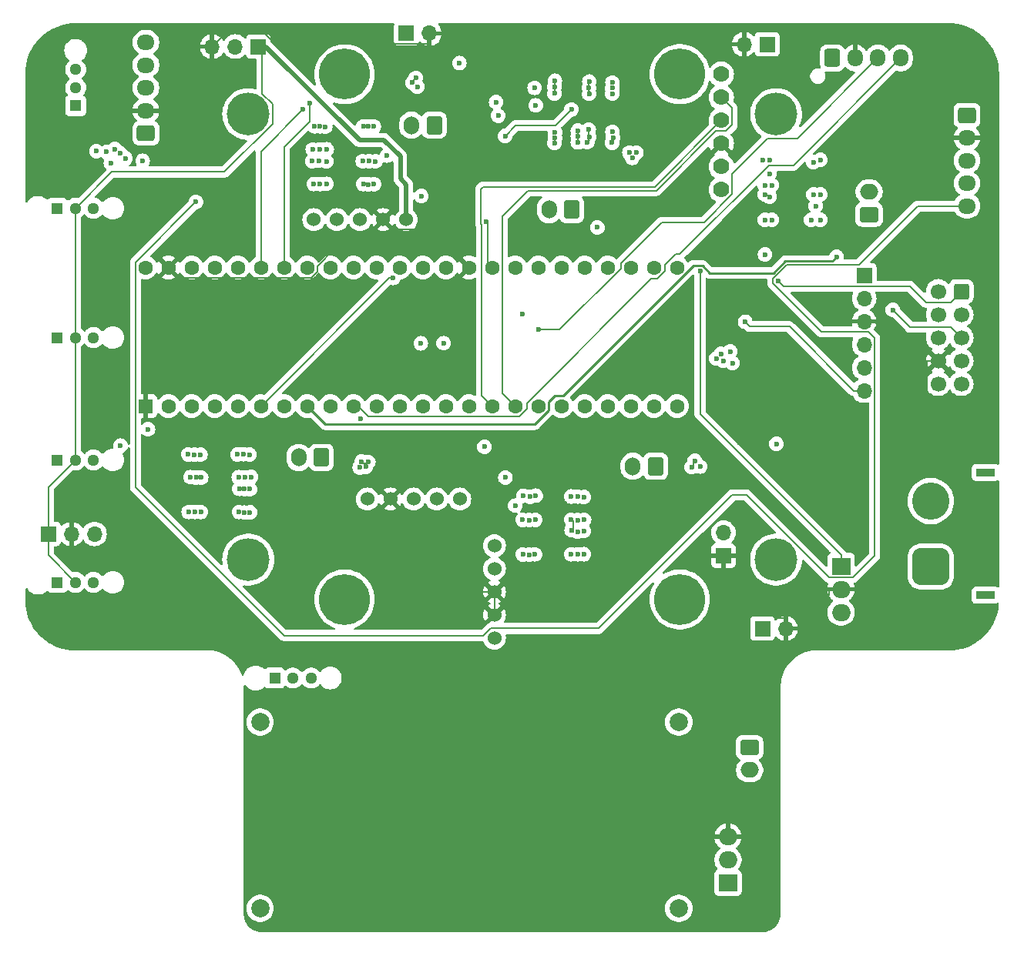
<source format=gbr>
%TF.GenerationSoftware,KiCad,Pcbnew,8.0.2*%
%TF.CreationDate,2025-02-26T22:38:59-05:00*%
%TF.ProjectId,MainPCB,4d61696e-5043-4422-9e6b-696361645f70,rev?*%
%TF.SameCoordinates,Original*%
%TF.FileFunction,Copper,L2,Inr*%
%TF.FilePolarity,Positive*%
%FSLAX46Y46*%
G04 Gerber Fmt 4.6, Leading zero omitted, Abs format (unit mm)*
G04 Created by KiCad (PCBNEW 8.0.2) date 2025-02-26 22:38:59*
%MOMM*%
%LPD*%
G01*
G04 APERTURE LIST*
G04 Aperture macros list*
%AMRoundRect*
0 Rectangle with rounded corners*
0 $1 Rounding radius*
0 $2 $3 $4 $5 $6 $7 $8 $9 X,Y pos of 4 corners*
0 Add a 4 corners polygon primitive as box body*
4,1,4,$2,$3,$4,$5,$6,$7,$8,$9,$2,$3,0*
0 Add four circle primitives for the rounded corners*
1,1,$1+$1,$2,$3*
1,1,$1+$1,$4,$5*
1,1,$1+$1,$6,$7*
1,1,$1+$1,$8,$9*
0 Add four rect primitives between the rounded corners*
20,1,$1+$1,$2,$3,$4,$5,0*
20,1,$1+$1,$4,$5,$6,$7,0*
20,1,$1+$1,$6,$7,$8,$9,0*
20,1,$1+$1,$8,$9,$2,$3,0*%
G04 Aperture macros list end*
%TA.AperFunction,ComponentPad*%
%ADD10RoundRect,0.250000X0.750000X-0.600000X0.750000X0.600000X-0.750000X0.600000X-0.750000X-0.600000X0*%
%TD*%
%TA.AperFunction,ComponentPad*%
%ADD11O,2.000000X1.700000*%
%TD*%
%TA.AperFunction,ComponentPad*%
%ADD12R,1.295400X1.295400*%
%TD*%
%TA.AperFunction,ComponentPad*%
%ADD13C,1.295400*%
%TD*%
%TA.AperFunction,ComponentPad*%
%ADD14RoundRect,0.250000X-0.725000X0.600000X-0.725000X-0.600000X0.725000X-0.600000X0.725000X0.600000X0*%
%TD*%
%TA.AperFunction,ComponentPad*%
%ADD15O,1.950000X1.700000*%
%TD*%
%TA.AperFunction,ComponentPad*%
%ADD16RoundRect,0.250000X0.725000X-0.600000X0.725000X0.600000X-0.725000X0.600000X-0.725000X-0.600000X0*%
%TD*%
%TA.AperFunction,ComponentPad*%
%ADD17R,1.700000X1.700000*%
%TD*%
%TA.AperFunction,ComponentPad*%
%ADD18O,1.700000X1.700000*%
%TD*%
%TA.AperFunction,ComponentPad*%
%ADD19C,4.700000*%
%TD*%
%TA.AperFunction,ComponentPad*%
%ADD20C,1.778000*%
%TD*%
%TA.AperFunction,ComponentPad*%
%ADD21RoundRect,0.250000X0.600000X0.750000X-0.600000X0.750000X-0.600000X-0.750000X0.600000X-0.750000X0*%
%TD*%
%TA.AperFunction,ComponentPad*%
%ADD22O,1.700000X2.000000*%
%TD*%
%TA.AperFunction,ComponentPad*%
%ADD23C,5.600000*%
%TD*%
%TA.AperFunction,ComponentPad*%
%ADD24C,1.524000*%
%TD*%
%TA.AperFunction,ComponentPad*%
%ADD25RoundRect,0.250000X-0.750000X0.600000X-0.750000X-0.600000X0.750000X-0.600000X0.750000X0.600000X0*%
%TD*%
%TA.AperFunction,ComponentPad*%
%ADD26R,2.000000X1.905000*%
%TD*%
%TA.AperFunction,ComponentPad*%
%ADD27O,2.000000X1.905000*%
%TD*%
%TA.AperFunction,ComponentPad*%
%ADD28RoundRect,0.250000X-0.600000X-0.725000X0.600000X-0.725000X0.600000X0.725000X-0.600000X0.725000X0*%
%TD*%
%TA.AperFunction,ComponentPad*%
%ADD29O,1.700000X1.950000*%
%TD*%
%TA.AperFunction,ComponentPad*%
%ADD30R,2.000000X0.900000*%
%TD*%
%TA.AperFunction,ComponentPad*%
%ADD31RoundRect,1.025000X-1.025000X1.025000X-1.025000X-1.025000X1.025000X-1.025000X1.025000X1.025000X0*%
%TD*%
%TA.AperFunction,ComponentPad*%
%ADD32C,4.100000*%
%TD*%
%TA.AperFunction,ComponentPad*%
%ADD33C,2.000000*%
%TD*%
%TA.AperFunction,ComponentPad*%
%ADD34R,1.600000X1.600000*%
%TD*%
%TA.AperFunction,ComponentPad*%
%ADD35C,1.600000*%
%TD*%
%TA.AperFunction,ComponentPad*%
%ADD36RoundRect,0.250000X0.600000X0.600000X-0.600000X0.600000X-0.600000X-0.600000X0.600000X-0.600000X0*%
%TD*%
%TA.AperFunction,ComponentPad*%
%ADD37C,1.700000*%
%TD*%
%TA.AperFunction,ViaPad*%
%ADD38C,0.600000*%
%TD*%
%TA.AperFunction,Conductor*%
%ADD39C,0.200000*%
%TD*%
%TA.AperFunction,Conductor*%
%ADD40C,0.250000*%
%TD*%
%TA.AperFunction,Conductor*%
%ADD41C,0.500000*%
%TD*%
G04 APERTURE END LIST*
D10*
%TO.N,Net-(IC5-OUT_A_1)*%
%TO.C,M5*%
X139224000Y-86538000D03*
D11*
%TO.N,Net-(IC5-OUT_B_1)*%
X139224000Y-84038000D03*
%TD*%
D12*
%TO.N,12V*%
%TO.C,SW1*%
X52030000Y-74580000D03*
D13*
%TO.N,Net-(SW1A-B)*%
X52030000Y-72580000D03*
%TO.N,N/C*%
X52030000Y-70579999D03*
%TD*%
D14*
%TO.N,5V*%
%TO.C,J16*%
X149980000Y-75610000D03*
D15*
%TO.N,GND*%
X149980000Y-78110000D03*
%TO.N,TRIG1*%
X149980000Y-80610000D03*
%TO.N,TRIG2*%
X149980000Y-83110000D03*
%TO.N,Net-(J15-Pin_5)*%
X149980000Y-85610000D03*
%TD*%
D16*
%TO.N,5V*%
%TO.C,J15*%
X59760000Y-77610000D03*
D15*
%TO.N,GND*%
X59760000Y-75110000D03*
%TO.N,TRIG3*%
X59760000Y-72610000D03*
%TO.N,TRIG4*%
X59760000Y-70110000D03*
%TO.N,Net-(J15-Pin_5)*%
X59760000Y-67610000D03*
%TD*%
D17*
%TO.N,3.3V*%
%TO.C,J13*%
X49030000Y-121670000D03*
D18*
%TO.N,GND*%
X51570000Y-121670000D03*
%TO.N,SLIDE1*%
X54110000Y-121670000D03*
%TD*%
D19*
%TO.N,N/C*%
%TO.C,H6*%
X129000000Y-75500000D03*
%TD*%
%TO.N,N/C*%
%TO.C,H4*%
X129000000Y-124500000D03*
%TD*%
%TO.N,N/C*%
%TO.C,H2*%
X71000000Y-75500000D03*
%TD*%
%TO.N,N/C*%
%TO.C,H1*%
X71000000Y-124500000D03*
%TD*%
D20*
%TO.N,unconnected-(U7A-INT-PadJP1_6)*%
%TO.C,U7*%
X122980000Y-71110000D03*
%TO.N,SDA2*%
X122980000Y-73650000D03*
%TO.N,SCL2*%
X122980000Y-76190000D03*
%TO.N,GND*%
X122980000Y-78730000D03*
%TO.N,unconnected-(U7A-1.8V-PadJP1_2)*%
X122980000Y-81270000D03*
%TO.N,3.3V*%
X122980000Y-83810000D03*
%TD*%
D21*
%TO.N,Net-(IC3-OUT_A_1)*%
%TO.C,M3*%
X91440000Y-76708000D03*
D22*
%TO.N,Net-(IC3-OUT_B_1)*%
X88940000Y-76708000D03*
%TD*%
D12*
%TO.N,SLIDE3*%
%TO.C,SW3*%
X50000000Y-113538000D03*
D13*
%TO.N,3.3V*%
X52000000Y-113538000D03*
%TO.N,unconnected-(SW3-C-Pad3)*%
X54000001Y-113538000D03*
%TD*%
D23*
%TO.N,N/C*%
%TO.C,H5*%
X118416000Y-71113000D03*
%TD*%
%TO.N,N/C*%
%TO.C,H3*%
X81584000Y-71113000D03*
%TD*%
D24*
%TO.N,N/C*%
%TO.C,U1*%
X78200000Y-87110000D03*
X80740000Y-87110000D03*
%TO.N,12V*%
X83280000Y-87110000D03*
%TO.N,GND*%
X85820000Y-87110000D03*
%TO.N,3.3V*%
X88360000Y-87110000D03*
%TD*%
D12*
%TO.N,SLIDE4*%
%TO.C,SW4*%
X50000000Y-100076000D03*
D13*
%TO.N,3.3V*%
X52000000Y-100076000D03*
%TO.N,unconnected-(SW4-C-Pad3)*%
X54000001Y-100076000D03*
%TD*%
D25*
%TO.N,Net-(J14-Pin_1)*%
%TO.C,J14*%
X126090000Y-145150000D03*
D11*
%TO.N,Net-(J14-Pin_2)*%
X126090000Y-147650000D03*
%TD*%
D26*
%TO.N,Net-(SW1A-B)*%
%TO.C,U10*%
X136144000Y-125222000D03*
D27*
%TO.N,GND*%
X136144000Y-127762000D03*
%TO.N,Net-(J5-Pin_2)*%
X136144000Y-130302000D03*
%TD*%
D17*
%TO.N,GND*%
%TO.C,J4*%
X123220000Y-124070000D03*
D18*
%TO.N,12V*%
X123220000Y-121530000D03*
%TD*%
D12*
%TO.N,SLIDE2*%
%TO.C,SW5*%
X50000000Y-85852000D03*
D13*
%TO.N,3.3V*%
X52000000Y-85852000D03*
%TO.N,unconnected-(SW5-C-Pad3)*%
X54000001Y-85852000D03*
%TD*%
D23*
%TO.N,N/C*%
%TO.C,H7*%
X81584000Y-128887000D03*
%TD*%
D28*
%TO.N,5V*%
%TO.C,J2*%
X135188000Y-69325000D03*
D29*
%TO.N,GND*%
X137688000Y-69325000D03*
%TO.N,RX2->TX*%
X140188000Y-69325000D03*
%TO.N,TX2->RX*%
X142688000Y-69325000D03*
%TD*%
D23*
%TO.N,N/C*%
%TO.C,H8*%
X118416000Y-128887000D03*
%TD*%
D26*
%TO.N,Net-(SW6A-B)*%
%TO.C,U6*%
X123715000Y-160060000D03*
D27*
%TO.N,Net-(U3-In-)*%
X123715000Y-157520000D03*
%TO.N,GND*%
X123715000Y-154980000D03*
%TD*%
D12*
%TO.N,12V*%
%TO.C,SW6*%
X73910001Y-137520000D03*
D13*
%TO.N,Net-(SW6A-B)*%
X75910001Y-137520000D03*
%TO.N,N/C*%
X77910002Y-137520000D03*
%TD*%
D12*
%TO.N,SLIDE1*%
%TO.C,SW2*%
X50000000Y-127000000D03*
D13*
%TO.N,3.3V*%
X52000000Y-127000000D03*
%TO.N,unconnected-(SW2-C-Pad3)*%
X54000001Y-127000000D03*
%TD*%
D17*
%TO.N,unconnected-(J1-Pin_1-Pad1)*%
%TO.C,J1*%
X138684000Y-93218000D03*
D18*
%TO.N,5V*%
X138684000Y-95758000D03*
%TO.N,GND*%
X138684000Y-98298000D03*
%TO.N,RX7 -> TX*%
X138684000Y-100838000D03*
%TO.N,TX7 -> RX*%
X138684000Y-103378000D03*
%TO.N,STATE*%
X138684000Y-105918000D03*
%TD*%
D21*
%TO.N,Net-(IC4-OUT_A_1)*%
%TO.C,M4*%
X79040000Y-113270000D03*
D22*
%TO.N,Net-(IC4-OUT_B_1)*%
X76540000Y-113270000D03*
%TD*%
D24*
%TO.N,N/C*%
%TO.C,U2*%
X98054000Y-122976000D03*
%TO.N,12V*%
X98054000Y-125516000D03*
%TO.N,GND*%
X98054000Y-128056000D03*
X98054000Y-130596000D03*
%TO.N,5V*%
X98054000Y-133136000D03*
%TD*%
D30*
%TO.N,*%
%TO.C,J5*%
X152004000Y-114916000D03*
X152004000Y-128416000D03*
D31*
%TO.N,12V*%
X146004000Y-125266000D03*
D32*
%TO.N,Net-(J5-Pin_2)*%
X146004000Y-118066000D03*
%TD*%
D22*
%TO.N,Net-(IC2-OUT_B_1)*%
%TO.C,M2*%
X104050000Y-86000000D03*
D21*
%TO.N,Net-(IC2-OUT_A_1)*%
X106550000Y-86000000D03*
%TD*%
D33*
%TO.N,12V*%
%TO.C,U3*%
X72310000Y-142370000D03*
%TO.N,Net-(U3-In-)*%
X72310000Y-162870000D03*
%TO.N,Net-(J14-Pin_1)*%
X118310000Y-142370000D03*
%TO.N,Net-(J14-Pin_2)*%
X118310000Y-162870000D03*
%TD*%
D21*
%TO.N,Net-(IC1-OUT_A_1)*%
%TO.C,M1*%
X115750000Y-114235000D03*
D22*
%TO.N,Net-(IC1-OUT_B_1)*%
X113250000Y-114235000D03*
%TD*%
D34*
%TO.N,GND*%
%TO.C,U12*%
X59690000Y-107620000D03*
D35*
%TO.N,LEDPulse*%
X62230000Y-107620000D03*
%TO.N,ESC_PWM*%
X64770000Y-107620000D03*
%TO.N,PWM1*%
X67310000Y-107620000D03*
%TO.N,PWM2*%
X69850000Y-107620000D03*
%TO.N,PWM3*%
X72390000Y-107620000D03*
%TO.N,PWM4*%
X74930000Y-107620000D03*
%TO.N,PWM5*%
X77470000Y-107620000D03*
%TO.N,RX2->TX*%
X80010000Y-107620000D03*
%TO.N,TX2->RX*%
X82550000Y-107620000D03*
%TO.N,DIR4A*%
X85090000Y-107620000D03*
%TO.N,DIR4B*%
X87630000Y-107620000D03*
%TO.N,MOSI*%
X90170000Y-107620000D03*
%TO.N,MISO*%
X92710000Y-107620000D03*
%TO.N,unconnected-(U12-3V3-Pad15)*%
X95250000Y-107620000D03*
%TO.N,SCL2*%
X97790000Y-107620000D03*
%TO.N,SDA2*%
X100330000Y-107620000D03*
%TO.N,SelectionPin*%
X102870000Y-107620000D03*
%TO.N,unconnected-(U12-27_A13_SCK1-Pad19)*%
X105410000Y-107620000D03*
%TO.N,RX7 -> TX*%
X107950000Y-107620000D03*
%TO.N,TX7 -> RX*%
X110490000Y-107620000D03*
%TO.N,Kicker*%
X113030000Y-107620000D03*
%TO.N,SLIDE1*%
X115570000Y-107620000D03*
%TO.N,unconnected-(U12-32_OUT1B-Pad24)*%
X118110000Y-107620000D03*
%TO.N,TRIG1*%
X118110000Y-92380000D03*
%TO.N,ECHO*%
X115570000Y-92380000D03*
%TO.N,TRIG2*%
X113030000Y-92380000D03*
%TO.N,SLIDE2*%
X110490000Y-92380000D03*
%TO.N,TRIG3*%
X107950000Y-92380000D03*
%TO.N,SLIDE3*%
X105410000Y-92380000D03*
%TO.N,TRIG4*%
X102870000Y-92380000D03*
%TO.N,SLIDE4*%
X100330000Y-92380000D03*
%TO.N,LightGate*%
X97790000Y-92380000D03*
%TO.N,GND*%
X95250000Y-92380000D03*
%TO.N,SCK1*%
X92710000Y-92380000D03*
%TO.N,CS1*%
X90170000Y-92380000D03*
%TO.N,CS2*%
X87630000Y-92380000D03*
%TO.N,CS3*%
X85090000Y-92380000D03*
%TO.N,STATE*%
X82550000Y-92380000D03*
%TO.N,DIR3A*%
X80010000Y-92380000D03*
%TO.N,DIR3B*%
X77470000Y-92380000D03*
%TO.N,DIR2A*%
X74930000Y-92380000D03*
%TO.N,DIR2B*%
X72390000Y-92380000D03*
%TO.N,DIR1A*%
X69850000Y-92380000D03*
%TO.N,DIR1B*%
X67310000Y-92380000D03*
%TO.N,unconnected-(U12-3V3-Pad46)*%
X64770000Y-92380000D03*
%TO.N,GND*%
X62230000Y-92380000D03*
%TO.N,5V*%
X59690000Y-92380000D03*
%TD*%
D17*
%TO.N,5V*%
%TO.C,J9*%
X127503000Y-132080000D03*
D18*
%TO.N,GND*%
X130043000Y-132080000D03*
%TD*%
D17*
%TO.N,5V*%
%TO.C,J8*%
X88375000Y-66630000D03*
D18*
%TO.N,GND*%
X90915000Y-66630000D03*
%TD*%
D24*
%TO.N,N/C*%
%TO.C,U4*%
X94244000Y-117846000D03*
X91704000Y-117846000D03*
%TO.N,12V*%
X89164000Y-117846000D03*
%TO.N,GND*%
X86624000Y-117846000D03*
%TO.N,5V*%
X84084000Y-117846000D03*
%TD*%
D17*
%TO.N,3.3V*%
%TO.C,J11*%
X72121000Y-68072000D03*
D18*
%TO.N,LightGate*%
X69581000Y-68072000D03*
%TO.N,GND*%
X67041000Y-68072000D03*
%TD*%
D17*
%TO.N,3.3V*%
%TO.C,J10*%
X128021000Y-67818000D03*
D18*
%TO.N,GND*%
X125481000Y-67818000D03*
%TD*%
D36*
%TO.N,CS1*%
%TO.C,J6*%
X149352000Y-94996000D03*
D37*
%TO.N,SCK1*%
X146812000Y-94996000D03*
%TO.N,CS2*%
X149352000Y-97536000D03*
%TO.N,MISO*%
X146812000Y-97536000D03*
%TO.N,CS3*%
X149352000Y-100076000D03*
%TO.N,MOSI*%
X146812000Y-100076000D03*
%TO.N,12V*%
X149352000Y-102616000D03*
%TO.N,GND*%
X146812000Y-102616000D03*
%TO.N,Kicker*%
X149352000Y-105156000D03*
%TO.N,3.3V*%
X146812000Y-105156000D03*
%TD*%
D38*
%TO.N,5V*%
X129032000Y-111760000D03*
%TO.N,GND*%
X129286000Y-108068300D03*
%TO.N,Net-(IC5-IN_B)*%
X127778000Y-90932000D03*
%TO.N,PWM5*%
X135636000Y-91186000D03*
%TO.N,Net-(IC5-PWM)*%
X133350000Y-85598000D03*
%TO.N,Net-(IC5-IN_A)*%
X128270000Y-82042000D03*
%TO.N,12V*%
X122428000Y-102362000D03*
X124206000Y-102870000D03*
X123190000Y-102616000D03*
X123952000Y-101600000D03*
X122936000Y-101854000D03*
X133858000Y-84328000D03*
X133096000Y-84328000D03*
X128270000Y-84582000D03*
X127762000Y-84328000D03*
X128524000Y-83312000D03*
X127762000Y-83312000D03*
%TO.N,Net-(IC5-OUT_B_1)*%
X133858000Y-87122000D03*
X132842000Y-87122000D03*
X128524000Y-87122000D03*
X127762000Y-87122000D03*
%TO.N,Net-(IC5-OUT_A_1)*%
X133858000Y-80518000D03*
X133096000Y-80772000D03*
X128270000Y-80518000D03*
X127508000Y-80518000D03*
%TO.N,TRIG3*%
X109360000Y-87963631D03*
%TO.N,Net-(J15-Pin_5)*%
X65250000Y-85160000D03*
%TO.N,GND*%
X145547000Y-108358200D03*
X60076000Y-98086300D03*
%TO.N,3.3V*%
X94200000Y-69890000D03*
%TO.N,STATE*%
X125597800Y-98341900D03*
%TO.N,RX2->TX*%
X102925800Y-99220900D03*
%TO.N,12V*%
X70020000Y-116720000D03*
X70600000Y-116740000D03*
X107188000Y-120142000D03*
X78790000Y-80610000D03*
X83580000Y-80680000D03*
X54310000Y-79580000D03*
X108240000Y-78600000D03*
X79580000Y-80690000D03*
X101160000Y-120130000D03*
X107900000Y-120140000D03*
X78880000Y-79380000D03*
X107210000Y-78610000D03*
X108480000Y-71920000D03*
X106540000Y-121270000D03*
X59390000Y-80630000D03*
X69960000Y-115430000D03*
X107210000Y-77960000D03*
X65830000Y-115480000D03*
X106480000Y-120130000D03*
X55440000Y-79670000D03*
X55910000Y-80870000D03*
X79620000Y-79370000D03*
X71290000Y-115410000D03*
X64650000Y-115430000D03*
X101854000Y-120142000D03*
X108440000Y-72610000D03*
X84290000Y-80680000D03*
X56350000Y-79340000D03*
X78080000Y-79390000D03*
X108450000Y-73270000D03*
X107890000Y-121340000D03*
X108410000Y-77200000D03*
X107220000Y-77320000D03*
X108480000Y-77990000D03*
X57500000Y-80370000D03*
X102540000Y-120130000D03*
X65270000Y-115470000D03*
X56970000Y-79840000D03*
X107188000Y-121412000D03*
X71180000Y-116750000D03*
X70650000Y-115450000D03*
X78020000Y-80680000D03*
X84960000Y-80710000D03*
%TO.N,CS1*%
X129245400Y-93865800D03*
%TO.N,CS3*%
X141828100Y-97028000D03*
%TO.N,LightGate*%
X97167706Y-87363631D03*
%TO.N,Net-(SW1A-B)*%
X120640300Y-92791200D03*
%TO.N,DIR1A*%
X89954900Y-100711100D03*
%TO.N,DIR1B*%
X92459800Y-100701800D03*
%TO.N,PWM1*%
X83375300Y-108985400D03*
%TO.N,DIR2B*%
X98473300Y-75678700D03*
X77031900Y-74968100D03*
%TO.N,DIR2A*%
X102468800Y-72612700D03*
X77727300Y-74269700D03*
%TO.N,PWM3*%
X86918000Y-93529400D03*
%TO.N,DIR4B*%
X56970000Y-111970000D03*
%TO.N,DIR4A*%
X59986000Y-110162800D03*
%TO.N,SelectionPin*%
X101110000Y-97510000D03*
%TO.N,Net-(IC1-OUT_A_1)*%
X101170000Y-123930000D03*
X102500000Y-123920000D03*
X101854000Y-123952000D03*
X107890000Y-123910000D03*
X106490000Y-123920000D03*
X107240000Y-123920000D03*
%TO.N,Net-(IC1-OUT_B_1)*%
X107210000Y-117570000D03*
X120650000Y-114270000D03*
X106500000Y-117560000D03*
X101240000Y-117480000D03*
X120070000Y-113630000D03*
X101950000Y-117600000D03*
X102590000Y-117470000D03*
X119710000Y-114320000D03*
X107880000Y-117620000D03*
%TO.N,Net-(IC2-OUT_B_1)*%
X110980000Y-78650000D03*
X112880000Y-79740000D03*
X111020000Y-77460000D03*
X111020000Y-72040000D03*
X111000000Y-72640000D03*
X113650000Y-79740000D03*
X111080000Y-78100000D03*
X113190000Y-80320000D03*
X111010000Y-73240000D03*
%TO.N,Net-(IC2-OUT_A_1)*%
X104700000Y-77500000D03*
X104650000Y-73230000D03*
X104660000Y-78680000D03*
X104650000Y-72510000D03*
X104690000Y-71840000D03*
X104700000Y-78080000D03*
%TO.N,Net-(IC3-OUT_A_1)*%
X78300000Y-76840000D03*
X78890000Y-76850000D03*
X83650000Y-76870000D03*
X84800000Y-76860000D03*
X79460000Y-76890000D03*
X84210000Y-76840000D03*
%TO.N,Net-(IC3-OUT_B_1)*%
X78890000Y-83190000D03*
X84810000Y-83210000D03*
X79600000Y-83170000D03*
X78210000Y-83190000D03*
X89412500Y-71520000D03*
X83650000Y-83190000D03*
X89030000Y-72050000D03*
X89570000Y-72480000D03*
X84210000Y-83230000D03*
%TO.N,Net-(IC4-OUT_A_1)*%
X65110000Y-119270000D03*
X83250000Y-114380000D03*
X71190000Y-119300000D03*
X65780000Y-119260000D03*
X70590000Y-119330000D03*
X69980000Y-119270000D03*
X83440000Y-113720000D03*
X83910000Y-114290000D03*
X84190000Y-113770000D03*
X64450000Y-119270000D03*
%TO.N,Net-(IC4-OUT_B_1)*%
X69820000Y-112940000D03*
X71130000Y-112950000D03*
X65090000Y-112950000D03*
X64420000Y-112930000D03*
X65750000Y-112950000D03*
X70480000Y-112910000D03*
%TO.N,Net-(IC1-PWM)*%
X100339000Y-118565300D03*
%TO.N,Net-(IC1-IN_A)*%
X96947000Y-112094300D03*
%TO.N,Net-(IC1-IN_B)*%
X99258900Y-115478900D03*
%TO.N,Net-(IC2-IN_A)*%
X98235600Y-74177800D03*
%TO.N,Net-(IC2-IN_B)*%
X102598500Y-74529900D03*
%TO.N,Net-(IC2-PWM)*%
X106511700Y-74982800D03*
X99224100Y-77912200D03*
%TO.N,Net-(IC3-PWM)*%
X90018900Y-84511600D03*
X86244600Y-80066500D03*
%TD*%
D39*
%TO.N,GND*%
X129286000Y-108068300D02*
X130760000Y-109542300D01*
X130760000Y-111708200D02*
X129032000Y-113436200D01*
X130760000Y-109542300D02*
X130760000Y-111708200D01*
X129032000Y-113436200D02*
X129032000Y-114300000D01*
%TO.N,Net-(J15-Pin_5)*%
X139834000Y-100121654D02*
X139160346Y-99448000D01*
X137444000Y-126474500D02*
X139834000Y-124084500D01*
X124185257Y-117394743D02*
X125764243Y-117394743D01*
X58590000Y-91820000D02*
X58590000Y-116510000D01*
X134844000Y-126474500D02*
X137444000Y-126474500D01*
X125764243Y-117394743D02*
X134844000Y-126474500D01*
X109506000Y-132074000D02*
X124185257Y-117394743D01*
X58590000Y-116510000D02*
X74922000Y-132842000D01*
X97614105Y-132074000D02*
X109506000Y-132074000D01*
X96846105Y-132842000D02*
X97614105Y-132074000D01*
X139834000Y-124084500D02*
X139834000Y-100121654D01*
X74922000Y-132842000D02*
X96846105Y-132842000D01*
X65250000Y-85160000D02*
X58590000Y-91820000D01*
X128645400Y-94114329D02*
X128645400Y-93617271D01*
X139160346Y-99448000D02*
X133979071Y-99448000D01*
X133979071Y-99448000D02*
X128645400Y-94114329D01*
X144570000Y-85610000D02*
X149980000Y-85610000D01*
X128645400Y-93617271D02*
X130194671Y-92068000D01*
X130194671Y-92068000D02*
X138112000Y-92068000D01*
X138112000Y-92068000D02*
X144570000Y-85610000D01*
D40*
%TO.N,PWM5*%
X135636000Y-91186000D02*
X135179000Y-91643000D01*
X128697631Y-92964000D02*
X121696984Y-92964000D01*
X103995000Y-107154009D02*
X103995000Y-108085991D01*
X135179000Y-91643000D02*
X130018631Y-91643000D01*
X103995000Y-108085991D02*
X102470591Y-109610400D01*
X130018631Y-91643000D02*
X128697631Y-92964000D01*
X120899184Y-92166200D02*
X119914791Y-92166200D01*
X121696984Y-92964000D02*
X120899184Y-92166200D01*
X119914791Y-92166200D02*
X105585991Y-106495000D01*
X105585991Y-106495000D02*
X104654009Y-106495000D01*
X79460400Y-109610400D02*
X77470000Y-107620000D01*
X104654009Y-106495000D02*
X103995000Y-107154009D01*
X102470591Y-109610400D02*
X79460400Y-109610400D01*
D39*
%TO.N,TX2->RX*%
X128178000Y-81118000D02*
X130895000Y-81118000D01*
X116779300Y-92749400D02*
X116779300Y-92104200D01*
X115906200Y-93622500D02*
X116779300Y-92749400D01*
X115295800Y-93622500D02*
X115906200Y-93622500D01*
X101600000Y-107318300D02*
X115295800Y-93622500D01*
X101600000Y-107939400D02*
X101600000Y-107318300D01*
X118002500Y-90881000D02*
X118415000Y-90881000D01*
X100816800Y-108722600D02*
X101600000Y-107939400D01*
X84211200Y-108722600D02*
X100816800Y-108722600D01*
X116779300Y-92104200D02*
X118002500Y-90881000D01*
X82550000Y-107620000D02*
X83108600Y-107620000D01*
X83108600Y-107620000D02*
X84211200Y-108722600D01*
X130895000Y-81118000D02*
X142688000Y-69325000D01*
X118415000Y-90881000D02*
X128178000Y-81118000D01*
%TO.N,RX2->TX*%
X102925800Y-99220900D02*
X105208600Y-99220900D01*
X124169000Y-84302500D02*
X124169000Y-82051000D01*
X105208600Y-99220900D02*
X111928300Y-92501200D01*
X111928300Y-92501200D02*
X111928300Y-91919700D01*
X131363000Y-78150000D02*
X140188000Y-69325000D01*
X111928300Y-91919700D02*
X116444600Y-87403400D01*
X116444600Y-87403400D02*
X121068100Y-87403400D01*
X121068100Y-87403400D02*
X124169000Y-84302500D01*
X124169000Y-82051000D02*
X128070000Y-78150000D01*
X128070000Y-78150000D02*
X131363000Y-78150000D01*
%TO.N,LightGate*%
X97167706Y-87363631D02*
X97274800Y-87470725D01*
X97274800Y-87470725D02*
X97274800Y-91864800D01*
X97274800Y-91864800D02*
X97790000Y-92380000D01*
%TO.N,GND*%
X90914300Y-67781700D02*
X73957400Y-67781700D01*
X73957400Y-67781700D02*
X72115700Y-65940000D01*
X72115700Y-65940000D02*
X69173000Y-65940000D01*
X69173000Y-65940000D02*
X67041000Y-68072000D01*
%TO.N,3.3V*%
X52000000Y-127000000D02*
X49030000Y-124030000D01*
X49030000Y-124030000D02*
X49030000Y-116508000D01*
X49030000Y-116508000D02*
X52000000Y-113538000D01*
%TO.N,Net-(IC3-OUT_B_1)*%
X89412500Y-71520000D02*
X89030000Y-71902500D01*
X89030000Y-71902500D02*
X89030000Y-72050000D01*
%TO.N,SDA2*%
X122980000Y-73650000D02*
X124169000Y-74839000D01*
X124169000Y-74839000D02*
X124169000Y-76682500D01*
X124169000Y-76682500D02*
X123472500Y-77379000D01*
X123472500Y-77379000D02*
X122356686Y-77379000D01*
X122356686Y-77379000D02*
X115813686Y-83922000D01*
X115813686Y-83922000D02*
X101731600Y-83922000D01*
X101731600Y-83922000D02*
X98896800Y-86756800D01*
X98896800Y-86756800D02*
X98896800Y-106186800D01*
X98896800Y-106186800D02*
X100330000Y-107620000D01*
%TO.N,SCL2*%
X122980000Y-76190000D02*
X115648000Y-83522000D01*
X115648000Y-83522000D02*
X96776314Y-83522000D01*
X96776314Y-83522000D02*
X96542000Y-83756314D01*
X96542000Y-83756314D02*
X96542000Y-87566300D01*
X96542000Y-87566300D02*
X96661600Y-87685900D01*
X96661600Y-87685900D02*
X96661600Y-106491600D01*
X96661600Y-106491600D02*
X97790000Y-107620000D01*
%TO.N,GND*%
X130043000Y-132080000D02*
X131194700Y-132080000D01*
X63331700Y-93481700D02*
X62230000Y-92380000D01*
X98054000Y-128056000D02*
X96834000Y-128056000D01*
X95250000Y-92380000D02*
X92070000Y-89200000D01*
X77927300Y-93481700D02*
X63331700Y-93481700D01*
X90915000Y-66630000D02*
X90915000Y-67680800D01*
X130043000Y-132080000D02*
X130043000Y-130928300D01*
X78571700Y-92244800D02*
X78571700Y-92837300D01*
X85820000Y-87110000D02*
X82863100Y-90066900D01*
X128926600Y-130928300D02*
X130043000Y-130928300D01*
X123220000Y-124070000D02*
X123220000Y-125221700D01*
X60076000Y-98086300D02*
X59690000Y-98472300D01*
X60076000Y-94534000D02*
X60076000Y-98086300D01*
X80749600Y-90066900D02*
X78571700Y-92244800D01*
X134842300Y-128432400D02*
X131194700Y-132080000D01*
X145547000Y-102616000D02*
X144153700Y-102616000D01*
X86907300Y-88197300D02*
X85820000Y-87110000D01*
X90914300Y-67781700D02*
X90914300Y-72814300D01*
X96834000Y-128056000D02*
X86624000Y-117846000D01*
X92070000Y-88197300D02*
X86907300Y-88197300D01*
X82863100Y-90066900D02*
X80749600Y-90066900D01*
X98054000Y-130596000D02*
X98054000Y-128056000D01*
X146812000Y-102616000D02*
X145547000Y-102616000D01*
X59690000Y-98472300D02*
X59690000Y-107620000D01*
X92070000Y-89200000D02*
X92070000Y-88197300D01*
X92070000Y-88197300D02*
X92070000Y-83714000D01*
X144153700Y-102616000D02*
X139835700Y-98298000D01*
X62230000Y-92380000D02*
X60076000Y-94534000D01*
X138684000Y-98298000D02*
X139835700Y-98298000D01*
X90914300Y-72814300D02*
X96942000Y-78842000D01*
X90915000Y-67781000D02*
X90914300Y-67781700D01*
X90915000Y-67680800D02*
X90915000Y-67781000D01*
X78571700Y-92837300D02*
X77927300Y-93481700D01*
X92070000Y-83714000D02*
X96942000Y-78842000D01*
X123220000Y-125221700D02*
X128926600Y-130928300D01*
X145547000Y-102616000D02*
X145547000Y-108358200D01*
X134842300Y-127762000D02*
X134842300Y-128432400D01*
X136144000Y-127762000D02*
X134842300Y-127762000D01*
D41*
%TO.N,3.3V*%
X72526500Y-68072000D02*
X72932000Y-68072000D01*
D39*
X55981700Y-81870300D02*
X52000000Y-85852000D01*
D41*
X87710000Y-80150000D02*
X87710000Y-82599300D01*
D39*
X72526500Y-68072000D02*
X72526500Y-73278834D01*
D41*
X87710000Y-82599300D02*
X88360000Y-83249300D01*
D39*
X72526500Y-73278834D02*
X73650000Y-74402334D01*
X52000000Y-113538000D02*
X52000000Y-100076000D01*
X73650000Y-76597666D02*
X68377366Y-81870300D01*
D41*
X85920000Y-78360000D02*
X87710000Y-80150000D01*
X88360000Y-83249300D02*
X88360000Y-87110000D01*
X83220000Y-78360000D02*
X85920000Y-78360000D01*
X72932000Y-68072000D02*
X83220000Y-78360000D01*
D39*
X52000000Y-100076000D02*
X52000000Y-85852000D01*
D41*
X72121000Y-68072000D02*
X72526500Y-68072000D01*
D39*
X73650000Y-74402334D02*
X73650000Y-76597666D01*
X68377366Y-81870300D02*
X55981700Y-81870300D01*
%TO.N,STATE*%
X137532300Y-105918000D02*
X130480300Y-98866000D01*
X130480300Y-98866000D02*
X126121900Y-98866000D01*
X126121900Y-98866000D02*
X125597800Y-98341900D01*
X138684000Y-105918000D02*
X137532300Y-105918000D01*
%TO.N,12V*%
X107140000Y-78650000D02*
X107200000Y-78590000D01*
X108440000Y-72170000D02*
X108440000Y-72610000D01*
X107170000Y-77530000D02*
X107200000Y-77560000D01*
X108440000Y-72970000D02*
X108440000Y-72610000D01*
X108380000Y-78360000D02*
X108380000Y-78020000D01*
X106680000Y-120142000D02*
X106680000Y-121412000D01*
X108500000Y-78480000D02*
X108380000Y-78360000D01*
X108380000Y-77450000D02*
X108380000Y-78020000D01*
X108540000Y-72070000D02*
X108440000Y-72170000D01*
X107200000Y-77560000D02*
X107200000Y-78150000D01*
X107200000Y-78590000D02*
X107200000Y-78150000D01*
X108470000Y-77360000D02*
X108380000Y-77450000D01*
X108510000Y-73040000D02*
X108440000Y-72970000D01*
%TO.N,CS1*%
X129245400Y-93865800D02*
X129807600Y-94428000D01*
X145457600Y-96186600D02*
X148161400Y-96186600D01*
X143699000Y-94428000D02*
X145457600Y-96186600D01*
X148161400Y-96186600D02*
X149352000Y-94996000D01*
X129807600Y-94428000D02*
X143699000Y-94428000D01*
%TO.N,CS3*%
X149352000Y-100076000D02*
X148200300Y-98924300D01*
X143724400Y-98924300D02*
X141828100Y-97028000D01*
X148200300Y-98924300D02*
X143724400Y-98924300D01*
%TO.N,Net-(SW1A-B)*%
X136144000Y-125222000D02*
X136144000Y-123967800D01*
X120640300Y-108464100D02*
X120640300Y-92791200D01*
X136144000Y-123967800D02*
X120640300Y-108464100D01*
%TO.N,DIR2B*%
X72390000Y-79610000D02*
X77031900Y-74968100D01*
X72390000Y-92380000D02*
X72390000Y-79610000D01*
%TO.N,DIR2A*%
X74930000Y-79118800D02*
X77727300Y-76321500D01*
X74930000Y-92380000D02*
X74930000Y-79118800D01*
X77727300Y-76321500D02*
X77727300Y-74269700D01*
%TO.N,PWM3*%
X72390000Y-107620000D02*
X86480600Y-93529400D01*
X86480600Y-93529400D02*
X86918000Y-93529400D01*
%TO.N,Net-(IC1-OUT_B_1)*%
X119888000Y-113792000D02*
X119888000Y-114300000D01*
%TO.N,Net-(IC2-OUT_B_1)*%
X110980000Y-78650000D02*
X111080000Y-78550000D01*
X111080000Y-78550000D02*
X111080000Y-78100000D01*
%TO.N,Net-(IC2-OUT_A_1)*%
X104720000Y-72990000D02*
X104720000Y-72500000D01*
X104660000Y-78120000D02*
X104660000Y-78680000D01*
X104700000Y-78080000D02*
X104660000Y-78120000D01*
X104700000Y-72030000D02*
X104720000Y-72050000D01*
X104720000Y-72050000D02*
X104720000Y-72500000D01*
X104700000Y-73010000D02*
X104720000Y-72990000D01*
%TO.N,Net-(IC4-OUT_A_1)*%
X84190000Y-113770000D02*
X84050000Y-113910000D01*
X84050000Y-113910000D02*
X83910000Y-113910000D01*
X83910000Y-113910000D02*
X83630000Y-113910000D01*
X83630000Y-113910000D02*
X83440000Y-113720000D01*
X83910000Y-113910000D02*
X83910000Y-114290000D01*
%TO.N,Net-(IC2-PWM)*%
X104734700Y-76759800D02*
X100376500Y-76759800D01*
X100376500Y-76759800D02*
X99224100Y-77912200D01*
X106511700Y-74982800D02*
X104734700Y-76759800D01*
%TD*%
%TA.AperFunction,Conductor*%
%TO.N,GND*%
G36*
X86983513Y-65520185D02*
G01*
X87029268Y-65572989D01*
X87039212Y-65642147D01*
X87032655Y-65667835D01*
X87030908Y-65672516D01*
X87024501Y-65732116D01*
X87024500Y-65732135D01*
X87024500Y-67527870D01*
X87024501Y-67527876D01*
X87030908Y-67587483D01*
X87081202Y-67722328D01*
X87081206Y-67722335D01*
X87167452Y-67837544D01*
X87167455Y-67837547D01*
X87282664Y-67923793D01*
X87282671Y-67923797D01*
X87417517Y-67974091D01*
X87417516Y-67974091D01*
X87424444Y-67974835D01*
X87477127Y-67980500D01*
X89272872Y-67980499D01*
X89332483Y-67974091D01*
X89467331Y-67923796D01*
X89582546Y-67837546D01*
X89668796Y-67722331D01*
X89718002Y-67590401D01*
X89759872Y-67534468D01*
X89825337Y-67510050D01*
X89893610Y-67524901D01*
X89921865Y-67546053D01*
X90043917Y-67668105D01*
X90237421Y-67803600D01*
X90451507Y-67903429D01*
X90451516Y-67903433D01*
X90665000Y-67960634D01*
X90665000Y-67063012D01*
X90722007Y-67095925D01*
X90849174Y-67130000D01*
X90980826Y-67130000D01*
X91107993Y-67095925D01*
X91165000Y-67063012D01*
X91165000Y-67960633D01*
X91378483Y-67903433D01*
X91378492Y-67903429D01*
X91592578Y-67803600D01*
X91786082Y-67668105D01*
X91886188Y-67567999D01*
X124150364Y-67567999D01*
X124150364Y-67568000D01*
X125047988Y-67568000D01*
X125015075Y-67625007D01*
X124981000Y-67752174D01*
X124981000Y-67883826D01*
X125015075Y-68010993D01*
X125047988Y-68068000D01*
X124150364Y-68068000D01*
X124207567Y-68281486D01*
X124207570Y-68281492D01*
X124307399Y-68495578D01*
X124442894Y-68689082D01*
X124609917Y-68856105D01*
X124803421Y-68991600D01*
X125017507Y-69091429D01*
X125017516Y-69091433D01*
X125231000Y-69148634D01*
X125231000Y-68251012D01*
X125288007Y-68283925D01*
X125415174Y-68318000D01*
X125546826Y-68318000D01*
X125673993Y-68283925D01*
X125731000Y-68251012D01*
X125731000Y-69148633D01*
X125944483Y-69091433D01*
X125944492Y-69091429D01*
X126158578Y-68991600D01*
X126352078Y-68856108D01*
X126474133Y-68734053D01*
X126535456Y-68700568D01*
X126605148Y-68705552D01*
X126661082Y-68747423D01*
X126677997Y-68778401D01*
X126727202Y-68910328D01*
X126727206Y-68910335D01*
X126813452Y-69025544D01*
X126813455Y-69025547D01*
X126928664Y-69111793D01*
X126928671Y-69111797D01*
X127063517Y-69162091D01*
X127063516Y-69162091D01*
X127070444Y-69162835D01*
X127123127Y-69168500D01*
X128918872Y-69168499D01*
X128978483Y-69162091D01*
X129113331Y-69111796D01*
X129228546Y-69025546D01*
X129314796Y-68910331D01*
X129365091Y-68775483D01*
X129371500Y-68715873D01*
X129371499Y-66920128D01*
X129365091Y-66860517D01*
X129364002Y-66857598D01*
X129314797Y-66725671D01*
X129314793Y-66725664D01*
X129228547Y-66610455D01*
X129228544Y-66610452D01*
X129113335Y-66524206D01*
X129113328Y-66524202D01*
X128978482Y-66473908D01*
X128978483Y-66473908D01*
X128918883Y-66467501D01*
X128918881Y-66467500D01*
X128918873Y-66467500D01*
X128918864Y-66467500D01*
X127123129Y-66467500D01*
X127123123Y-66467501D01*
X127063516Y-66473908D01*
X126928671Y-66524202D01*
X126928664Y-66524206D01*
X126813455Y-66610452D01*
X126813452Y-66610455D01*
X126727206Y-66725664D01*
X126727202Y-66725671D01*
X126677997Y-66857598D01*
X126636126Y-66913532D01*
X126570661Y-66937949D01*
X126502388Y-66923097D01*
X126474134Y-66901946D01*
X126352082Y-66779894D01*
X126158578Y-66644399D01*
X125944492Y-66544570D01*
X125944486Y-66544567D01*
X125731000Y-66487364D01*
X125731000Y-67384988D01*
X125673993Y-67352075D01*
X125546826Y-67318000D01*
X125415174Y-67318000D01*
X125288007Y-67352075D01*
X125231000Y-67384988D01*
X125231000Y-66487364D01*
X125230999Y-66487364D01*
X125017513Y-66544567D01*
X125017507Y-66544570D01*
X124803422Y-66644399D01*
X124803420Y-66644400D01*
X124609926Y-66779886D01*
X124609920Y-66779891D01*
X124442891Y-66946920D01*
X124442886Y-66946926D01*
X124307400Y-67140420D01*
X124307399Y-67140422D01*
X124207570Y-67354507D01*
X124207567Y-67354513D01*
X124150364Y-67567999D01*
X91886188Y-67567999D01*
X91953105Y-67501082D01*
X92088600Y-67307578D01*
X92188429Y-67093492D01*
X92188432Y-67093486D01*
X92245636Y-66880000D01*
X91348012Y-66880000D01*
X91380925Y-66822993D01*
X91415000Y-66695826D01*
X91415000Y-66564174D01*
X91380925Y-66437007D01*
X91348012Y-66380000D01*
X92245636Y-66380000D01*
X92245635Y-66379999D01*
X92188432Y-66166513D01*
X92188429Y-66166507D01*
X92088600Y-65952422D01*
X92088599Y-65952420D01*
X91953113Y-65758926D01*
X91953108Y-65758920D01*
X91906369Y-65712181D01*
X91872884Y-65650858D01*
X91877868Y-65581166D01*
X91919740Y-65525233D01*
X91985204Y-65500816D01*
X91994050Y-65500500D01*
X147934108Y-65500500D01*
X147997439Y-65500500D01*
X148002562Y-65500605D01*
X148449036Y-65519072D01*
X148459209Y-65519915D01*
X148900114Y-65574873D01*
X148910194Y-65576555D01*
X149345042Y-65667733D01*
X149354950Y-65670242D01*
X149780786Y-65797019D01*
X149790454Y-65800338D01*
X150131430Y-65933388D01*
X150204339Y-65961838D01*
X150213724Y-65965954D01*
X150612869Y-66161083D01*
X150621877Y-66165958D01*
X151003544Y-66393383D01*
X151012123Y-66398989D01*
X151373693Y-66657144D01*
X151381770Y-66663431D01*
X151677064Y-66913532D01*
X151720796Y-66950571D01*
X151728336Y-66957512D01*
X152042487Y-67271663D01*
X152049428Y-67279203D01*
X152336564Y-67618224D01*
X152342857Y-67626310D01*
X152375409Y-67671901D01*
X152601010Y-67987876D01*
X152606616Y-67996455D01*
X152834041Y-68378122D01*
X152838919Y-68387136D01*
X153034045Y-68786275D01*
X153038161Y-68795660D01*
X153199656Y-69209533D01*
X153202984Y-69219226D01*
X153329753Y-69645036D01*
X153332269Y-69654971D01*
X153423441Y-70089791D01*
X153425128Y-70099900D01*
X153480082Y-70540769D01*
X153480928Y-70550983D01*
X153499394Y-70997437D01*
X153499500Y-71002561D01*
X153499500Y-113964004D01*
X153479815Y-114031043D01*
X153427011Y-114076798D01*
X153357853Y-114086742D01*
X153301189Y-114063270D01*
X153246335Y-114022206D01*
X153246328Y-114022202D01*
X153111482Y-113971908D01*
X153111483Y-113971908D01*
X153051883Y-113965501D01*
X153051881Y-113965500D01*
X153051873Y-113965500D01*
X153051864Y-113965500D01*
X150956129Y-113965500D01*
X150956123Y-113965501D01*
X150896516Y-113971908D01*
X150761671Y-114022202D01*
X150761664Y-114022206D01*
X150646455Y-114108452D01*
X150646452Y-114108455D01*
X150560206Y-114223664D01*
X150560202Y-114223671D01*
X150509908Y-114358517D01*
X150503501Y-114418116D01*
X150503500Y-114418135D01*
X150503500Y-115413870D01*
X150503501Y-115413876D01*
X150509908Y-115473483D01*
X150560202Y-115608328D01*
X150560206Y-115608335D01*
X150646452Y-115723544D01*
X150646455Y-115723547D01*
X150761664Y-115809793D01*
X150761671Y-115809797D01*
X150896517Y-115860091D01*
X150896516Y-115860091D01*
X150903444Y-115860835D01*
X150956127Y-115866500D01*
X153051872Y-115866499D01*
X153111483Y-115860091D01*
X153246331Y-115809796D01*
X153301190Y-115768727D01*
X153366652Y-115744311D01*
X153434925Y-115759162D01*
X153484331Y-115808566D01*
X153499500Y-115867995D01*
X153499500Y-127464004D01*
X153479815Y-127531043D01*
X153427011Y-127576798D01*
X153357853Y-127586742D01*
X153301189Y-127563270D01*
X153246335Y-127522206D01*
X153246328Y-127522202D01*
X153111482Y-127471908D01*
X153111483Y-127471908D01*
X153051883Y-127465501D01*
X153051881Y-127465500D01*
X153051873Y-127465500D01*
X153051864Y-127465500D01*
X150956129Y-127465500D01*
X150956123Y-127465501D01*
X150896516Y-127471908D01*
X150761671Y-127522202D01*
X150761664Y-127522206D01*
X150646455Y-127608452D01*
X150646452Y-127608455D01*
X150560206Y-127723664D01*
X150560202Y-127723671D01*
X150509908Y-127858517D01*
X150503501Y-127918116D01*
X150503500Y-127918135D01*
X150503500Y-128913870D01*
X150503501Y-128913876D01*
X150509908Y-128973483D01*
X150560202Y-129108328D01*
X150560206Y-129108335D01*
X150646452Y-129223544D01*
X150646455Y-129223547D01*
X150761664Y-129309793D01*
X150761671Y-129309797D01*
X150896517Y-129360091D01*
X150896516Y-129360091D01*
X150903444Y-129360835D01*
X150956127Y-129366500D01*
X153051872Y-129366499D01*
X153111483Y-129360091D01*
X153246331Y-129309796D01*
X153285372Y-129280569D01*
X153350835Y-129256152D01*
X153419108Y-129271003D01*
X153468514Y-129320407D01*
X153483577Y-129384960D01*
X153480928Y-129449016D01*
X153480082Y-129459230D01*
X153425128Y-129900099D01*
X153423441Y-129910208D01*
X153332269Y-130345028D01*
X153329753Y-130354963D01*
X153202984Y-130780773D01*
X153199656Y-130790466D01*
X153038161Y-131204339D01*
X153034045Y-131213724D01*
X152838919Y-131612863D01*
X152834041Y-131621877D01*
X152606616Y-132003544D01*
X152601010Y-132012123D01*
X152342859Y-132373687D01*
X152336564Y-132381775D01*
X152049428Y-132720796D01*
X152042487Y-132728336D01*
X151728336Y-133042487D01*
X151720796Y-133049428D01*
X151381775Y-133336564D01*
X151373687Y-133342859D01*
X151012123Y-133601010D01*
X151003544Y-133606616D01*
X150621877Y-133834041D01*
X150612863Y-133838919D01*
X150213724Y-134034045D01*
X150204339Y-134038161D01*
X149790466Y-134199656D01*
X149780773Y-134202984D01*
X149354963Y-134329753D01*
X149345028Y-134332269D01*
X148910208Y-134423441D01*
X148900099Y-134425128D01*
X148459230Y-134480082D01*
X148449016Y-134480928D01*
X148002563Y-134499394D01*
X147997439Y-134499500D01*
X133565892Y-134499500D01*
X133500000Y-134499500D01*
X133315046Y-134499500D01*
X133248417Y-134505674D01*
X132946723Y-134533629D01*
X132946722Y-134533629D01*
X132583097Y-134601603D01*
X132583097Y-134601604D01*
X132227320Y-134702831D01*
X131882387Y-134836458D01*
X131551259Y-135001341D01*
X131551251Y-135001346D01*
X131236759Y-135196070D01*
X130941570Y-135418987D01*
X130941561Y-135418994D01*
X130668198Y-135668198D01*
X130418994Y-135941561D01*
X130418987Y-135941570D01*
X130196070Y-136236759D01*
X130001346Y-136551251D01*
X130001341Y-136551259D01*
X129836458Y-136882387D01*
X129702831Y-137227320D01*
X129601604Y-137583097D01*
X129601603Y-137583097D01*
X129533629Y-137946722D01*
X129533629Y-137946723D01*
X129499500Y-138315048D01*
X129499500Y-163495933D01*
X129499235Y-163504043D01*
X129482925Y-163752883D01*
X129480807Y-163768964D01*
X129432954Y-164009535D01*
X129428756Y-164025202D01*
X129349909Y-164257479D01*
X129343702Y-164272465D01*
X129235212Y-164492460D01*
X129227102Y-164506507D01*
X129090825Y-164710460D01*
X129080951Y-164723328D01*
X128919218Y-164907749D01*
X128907749Y-164919218D01*
X128723328Y-165080951D01*
X128710460Y-165090825D01*
X128506507Y-165227102D01*
X128492460Y-165235212D01*
X128272465Y-165343702D01*
X128257479Y-165349909D01*
X128025202Y-165428756D01*
X128009535Y-165432954D01*
X127768964Y-165480807D01*
X127752883Y-165482925D01*
X127504043Y-165499235D01*
X127495933Y-165499500D01*
X72504067Y-165499500D01*
X72495957Y-165499235D01*
X72247116Y-165482925D01*
X72231035Y-165480807D01*
X71990464Y-165432954D01*
X71974797Y-165428756D01*
X71742520Y-165349909D01*
X71727534Y-165343702D01*
X71507539Y-165235212D01*
X71493492Y-165227102D01*
X71289539Y-165090825D01*
X71276671Y-165080951D01*
X71092250Y-164919218D01*
X71080781Y-164907749D01*
X70919048Y-164723328D01*
X70909174Y-164710460D01*
X70772897Y-164506507D01*
X70764787Y-164492460D01*
X70684459Y-164329571D01*
X70656294Y-164272458D01*
X70650090Y-164257479D01*
X70647153Y-164248828D01*
X70606978Y-164130474D01*
X70571243Y-164025202D01*
X70567045Y-164009535D01*
X70559186Y-163970026D01*
X70519190Y-163768953D01*
X70517075Y-163752895D01*
X70500765Y-163504043D01*
X70500500Y-163495933D01*
X70500500Y-162869994D01*
X70804357Y-162869994D01*
X70804357Y-162870005D01*
X70824890Y-163117812D01*
X70824892Y-163117824D01*
X70885936Y-163358881D01*
X70985826Y-163586606D01*
X71121833Y-163794782D01*
X71121836Y-163794785D01*
X71290256Y-163977738D01*
X71486491Y-164130474D01*
X71705190Y-164248828D01*
X71940386Y-164329571D01*
X72185665Y-164370500D01*
X72434335Y-164370500D01*
X72679614Y-164329571D01*
X72914810Y-164248828D01*
X73133509Y-164130474D01*
X73329744Y-163977738D01*
X73498164Y-163794785D01*
X73634173Y-163586607D01*
X73734063Y-163358881D01*
X73795108Y-163117821D01*
X73815643Y-162870000D01*
X73815643Y-162869994D01*
X116804357Y-162869994D01*
X116804357Y-162870005D01*
X116824890Y-163117812D01*
X116824892Y-163117824D01*
X116885936Y-163358881D01*
X116985826Y-163586606D01*
X117121833Y-163794782D01*
X117121836Y-163794785D01*
X117290256Y-163977738D01*
X117486491Y-164130474D01*
X117705190Y-164248828D01*
X117940386Y-164329571D01*
X118185665Y-164370500D01*
X118434335Y-164370500D01*
X118679614Y-164329571D01*
X118914810Y-164248828D01*
X119133509Y-164130474D01*
X119329744Y-163977738D01*
X119498164Y-163794785D01*
X119634173Y-163586607D01*
X119734063Y-163358881D01*
X119795108Y-163117821D01*
X119815643Y-162870000D01*
X119795108Y-162622179D01*
X119734063Y-162381119D01*
X119634173Y-162153393D01*
X119498166Y-161945217D01*
X119476557Y-161921744D01*
X119329744Y-161762262D01*
X119133509Y-161609526D01*
X119133507Y-161609525D01*
X119133506Y-161609524D01*
X118914811Y-161491172D01*
X118914802Y-161491169D01*
X118679616Y-161410429D01*
X118434335Y-161369500D01*
X118185665Y-161369500D01*
X117940383Y-161410429D01*
X117705197Y-161491169D01*
X117705188Y-161491172D01*
X117486493Y-161609524D01*
X117290257Y-161762261D01*
X117121833Y-161945217D01*
X116985826Y-162153393D01*
X116885936Y-162381118D01*
X116824892Y-162622175D01*
X116824890Y-162622187D01*
X116804357Y-162869994D01*
X73815643Y-162869994D01*
X73795108Y-162622179D01*
X73734063Y-162381119D01*
X73634173Y-162153393D01*
X73498166Y-161945217D01*
X73476557Y-161921744D01*
X73329744Y-161762262D01*
X73133509Y-161609526D01*
X73133507Y-161609525D01*
X73133506Y-161609524D01*
X72914811Y-161491172D01*
X72914802Y-161491169D01*
X72679616Y-161410429D01*
X72434335Y-161369500D01*
X72185665Y-161369500D01*
X71940383Y-161410429D01*
X71705197Y-161491169D01*
X71705188Y-161491172D01*
X71486493Y-161609524D01*
X71290257Y-161762261D01*
X71121833Y-161945217D01*
X70985826Y-162153393D01*
X70885936Y-162381118D01*
X70824892Y-162622175D01*
X70824890Y-162622187D01*
X70804357Y-162869994D01*
X70500500Y-162869994D01*
X70500500Y-157405646D01*
X122214500Y-157405646D01*
X122214500Y-157634353D01*
X122250278Y-157860246D01*
X122250278Y-157860249D01*
X122320950Y-158077755D01*
X122320952Y-158077758D01*
X122424783Y-158281538D01*
X122557525Y-158464242D01*
X122581005Y-158530046D01*
X122565180Y-158598100D01*
X122515074Y-158646795D01*
X122500541Y-158653308D01*
X122472670Y-158663703D01*
X122472664Y-158663706D01*
X122357455Y-158749952D01*
X122357452Y-158749955D01*
X122271206Y-158865164D01*
X122271202Y-158865171D01*
X122220908Y-159000017D01*
X122214501Y-159059616D01*
X122214501Y-159059623D01*
X122214500Y-159059635D01*
X122214500Y-161060370D01*
X122214501Y-161060376D01*
X122220908Y-161119983D01*
X122271202Y-161254828D01*
X122271206Y-161254835D01*
X122357452Y-161370044D01*
X122357455Y-161370047D01*
X122472664Y-161456293D01*
X122472671Y-161456297D01*
X122607517Y-161506591D01*
X122607516Y-161506591D01*
X122614444Y-161507335D01*
X122667127Y-161513000D01*
X124762872Y-161512999D01*
X124822483Y-161506591D01*
X124957331Y-161456296D01*
X125072546Y-161370046D01*
X125158796Y-161254831D01*
X125209091Y-161119983D01*
X125215500Y-161060373D01*
X125215499Y-159059628D01*
X125209091Y-159000017D01*
X125158796Y-158865169D01*
X125158795Y-158865168D01*
X125158793Y-158865164D01*
X125072547Y-158749955D01*
X125072544Y-158749952D01*
X124957335Y-158663706D01*
X124957328Y-158663702D01*
X124929459Y-158653308D01*
X124873525Y-158611437D01*
X124849108Y-158545973D01*
X124863960Y-158477700D01*
X124872460Y-158464260D01*
X125005217Y-158281538D01*
X125109048Y-158077758D01*
X125179722Y-157860245D01*
X125215500Y-157634354D01*
X125215500Y-157405646D01*
X125179722Y-157179755D01*
X125179721Y-157179751D01*
X125179721Y-157179750D01*
X125109049Y-156962244D01*
X125005216Y-156758461D01*
X124870786Y-156573434D01*
X124709066Y-156411714D01*
X124624134Y-156350007D01*
X124581470Y-156294678D01*
X124575491Y-156225064D01*
X124608097Y-156163269D01*
X124624137Y-156149371D01*
X124708739Y-156087905D01*
X124870402Y-155926242D01*
X125004788Y-155741276D01*
X125108582Y-155537570D01*
X125179234Y-155320128D01*
X125193509Y-155230000D01*
X124205748Y-155230000D01*
X124227518Y-155192292D01*
X124265000Y-155052409D01*
X124265000Y-154907591D01*
X124227518Y-154767708D01*
X124205748Y-154730000D01*
X125193509Y-154730000D01*
X125179234Y-154639871D01*
X125108582Y-154422429D01*
X125004788Y-154218723D01*
X124870402Y-154033757D01*
X124708742Y-153872097D01*
X124523776Y-153737711D01*
X124320068Y-153633917D01*
X124102625Y-153563265D01*
X124102626Y-153563265D01*
X123965000Y-153541467D01*
X123965000Y-154489252D01*
X123927292Y-154467482D01*
X123787409Y-154430000D01*
X123642591Y-154430000D01*
X123502708Y-154467482D01*
X123465000Y-154489252D01*
X123465000Y-153541467D01*
X123327374Y-153563265D01*
X123109931Y-153633917D01*
X122906223Y-153737711D01*
X122721257Y-153872097D01*
X122559597Y-154033757D01*
X122425211Y-154218723D01*
X122321417Y-154422429D01*
X122250765Y-154639871D01*
X122236491Y-154730000D01*
X123224252Y-154730000D01*
X123202482Y-154767708D01*
X123165000Y-154907591D01*
X123165000Y-155052409D01*
X123202482Y-155192292D01*
X123224252Y-155230000D01*
X122236491Y-155230000D01*
X122250765Y-155320128D01*
X122321417Y-155537570D01*
X122425211Y-155741276D01*
X122559597Y-155926242D01*
X122721257Y-156087902D01*
X122721263Y-156087907D01*
X122805863Y-156149372D01*
X122848529Y-156204701D01*
X122854508Y-156274315D01*
X122821903Y-156336110D01*
X122805864Y-156350007D01*
X122720940Y-156411709D01*
X122720931Y-156411716D01*
X122559216Y-156573431D01*
X122559216Y-156573432D01*
X122559214Y-156573434D01*
X122501480Y-156652896D01*
X122424783Y-156758461D01*
X122320950Y-156962244D01*
X122250278Y-157179750D01*
X122250278Y-157179753D01*
X122214500Y-157405646D01*
X70500500Y-157405646D01*
X70500500Y-144499983D01*
X124589500Y-144499983D01*
X124589500Y-145800001D01*
X124589501Y-145800018D01*
X124600000Y-145902796D01*
X124600001Y-145902799D01*
X124655185Y-146069331D01*
X124655187Y-146069336D01*
X124747289Y-146218657D01*
X124871344Y-146342712D01*
X125026120Y-146438178D01*
X125072845Y-146490126D01*
X125084068Y-146559088D01*
X125056224Y-146623171D01*
X125048706Y-146631398D01*
X124909889Y-146770215D01*
X124784951Y-146942179D01*
X124688444Y-147131585D01*
X124622753Y-147333760D01*
X124589500Y-147543713D01*
X124589500Y-147756286D01*
X124622753Y-147966239D01*
X124688444Y-148168414D01*
X124784951Y-148357820D01*
X124909890Y-148529786D01*
X125060213Y-148680109D01*
X125232179Y-148805048D01*
X125232181Y-148805049D01*
X125232184Y-148805051D01*
X125421588Y-148901557D01*
X125623757Y-148967246D01*
X125833713Y-149000500D01*
X125833714Y-149000500D01*
X126346286Y-149000500D01*
X126346287Y-149000500D01*
X126556243Y-148967246D01*
X126758412Y-148901557D01*
X126947816Y-148805051D01*
X126969789Y-148789086D01*
X127119786Y-148680109D01*
X127119788Y-148680106D01*
X127119792Y-148680104D01*
X127270104Y-148529792D01*
X127270106Y-148529788D01*
X127270109Y-148529786D01*
X127395048Y-148357820D01*
X127395047Y-148357820D01*
X127395051Y-148357816D01*
X127491557Y-148168412D01*
X127557246Y-147966243D01*
X127590500Y-147756287D01*
X127590500Y-147543713D01*
X127557246Y-147333757D01*
X127491557Y-147131588D01*
X127395051Y-146942184D01*
X127395049Y-146942181D01*
X127395048Y-146942179D01*
X127270109Y-146770213D01*
X127131294Y-146631398D01*
X127097809Y-146570075D01*
X127102793Y-146500383D01*
X127144665Y-146444450D01*
X127153879Y-146438178D01*
X127159331Y-146434814D01*
X127159334Y-146434814D01*
X127308656Y-146342712D01*
X127432712Y-146218656D01*
X127524814Y-146069334D01*
X127579999Y-145902797D01*
X127590500Y-145800009D01*
X127590499Y-144499992D01*
X127579999Y-144397203D01*
X127524814Y-144230666D01*
X127432712Y-144081344D01*
X127308656Y-143957288D01*
X127215888Y-143900069D01*
X127159336Y-143865187D01*
X127159331Y-143865185D01*
X127157862Y-143864698D01*
X126992797Y-143810001D01*
X126992795Y-143810000D01*
X126890010Y-143799500D01*
X125289998Y-143799500D01*
X125289981Y-143799501D01*
X125187203Y-143810000D01*
X125187200Y-143810001D01*
X125020668Y-143865185D01*
X125020663Y-143865187D01*
X124871342Y-143957289D01*
X124747289Y-144081342D01*
X124655187Y-144230663D01*
X124655186Y-144230666D01*
X124600001Y-144397203D01*
X124600001Y-144397204D01*
X124600000Y-144397204D01*
X124589500Y-144499983D01*
X70500500Y-144499983D01*
X70500500Y-142369994D01*
X70804357Y-142369994D01*
X70804357Y-142370005D01*
X70824890Y-142617812D01*
X70824892Y-142617824D01*
X70885936Y-142858881D01*
X70985826Y-143086606D01*
X71121833Y-143294782D01*
X71121836Y-143294785D01*
X71290256Y-143477738D01*
X71486491Y-143630474D01*
X71705190Y-143748828D01*
X71940386Y-143829571D01*
X72185665Y-143870500D01*
X72434335Y-143870500D01*
X72679614Y-143829571D01*
X72914810Y-143748828D01*
X73133509Y-143630474D01*
X73329744Y-143477738D01*
X73498164Y-143294785D01*
X73634173Y-143086607D01*
X73734063Y-142858881D01*
X73795108Y-142617821D01*
X73815643Y-142370000D01*
X73815643Y-142369994D01*
X116804357Y-142369994D01*
X116804357Y-142370005D01*
X116824890Y-142617812D01*
X116824892Y-142617824D01*
X116885936Y-142858881D01*
X116985826Y-143086606D01*
X117121833Y-143294782D01*
X117121836Y-143294785D01*
X117290256Y-143477738D01*
X117486491Y-143630474D01*
X117705190Y-143748828D01*
X117940386Y-143829571D01*
X118185665Y-143870500D01*
X118434335Y-143870500D01*
X118679614Y-143829571D01*
X118914810Y-143748828D01*
X119133509Y-143630474D01*
X119329744Y-143477738D01*
X119498164Y-143294785D01*
X119634173Y-143086607D01*
X119734063Y-142858881D01*
X119795108Y-142617821D01*
X119815643Y-142370000D01*
X119795108Y-142122179D01*
X119734063Y-141881119D01*
X119634173Y-141653393D01*
X119498166Y-141445217D01*
X119476557Y-141421744D01*
X119329744Y-141262262D01*
X119133509Y-141109526D01*
X119133507Y-141109525D01*
X119133506Y-141109524D01*
X118914811Y-140991172D01*
X118914802Y-140991169D01*
X118679616Y-140910429D01*
X118434335Y-140869500D01*
X118185665Y-140869500D01*
X117940383Y-140910429D01*
X117705197Y-140991169D01*
X117705188Y-140991172D01*
X117486493Y-141109524D01*
X117290257Y-141262261D01*
X117121833Y-141445217D01*
X116985826Y-141653393D01*
X116885936Y-141881118D01*
X116824892Y-142122175D01*
X116824890Y-142122187D01*
X116804357Y-142369994D01*
X73815643Y-142369994D01*
X73795108Y-142122179D01*
X73734063Y-141881119D01*
X73634173Y-141653393D01*
X73498166Y-141445217D01*
X73476557Y-141421744D01*
X73329744Y-141262262D01*
X73133509Y-141109526D01*
X73133507Y-141109525D01*
X73133506Y-141109524D01*
X72914811Y-140991172D01*
X72914802Y-140991169D01*
X72679616Y-140910429D01*
X72434335Y-140869500D01*
X72185665Y-140869500D01*
X71940383Y-140910429D01*
X71705197Y-140991169D01*
X71705188Y-140991172D01*
X71486493Y-141109524D01*
X71290257Y-141262261D01*
X71121833Y-141445217D01*
X70985826Y-141653393D01*
X70885936Y-141881118D01*
X70824892Y-142122175D01*
X70824890Y-142122187D01*
X70804357Y-142369994D01*
X70500500Y-142369994D01*
X70500500Y-138396422D01*
X70520185Y-138329383D01*
X70572989Y-138283628D01*
X70642147Y-138273684D01*
X70705703Y-138302709D01*
X70726073Y-138325296D01*
X70760684Y-138374727D01*
X70772045Y-138390952D01*
X70939048Y-138557955D01*
X70939051Y-138557957D01*
X71132522Y-138693426D01*
X71346578Y-138793242D01*
X71574714Y-138854371D01*
X71762942Y-138870839D01*
X71809999Y-138874956D01*
X71810000Y-138874956D01*
X71810001Y-138874956D01*
X71849214Y-138871525D01*
X72045286Y-138854371D01*
X72273422Y-138793242D01*
X72487478Y-138693426D01*
X72680949Y-138557957D01*
X72721755Y-138517150D01*
X72783077Y-138483665D01*
X72852768Y-138488649D01*
X72896253Y-138521200D01*
X72898481Y-138518972D01*
X72904752Y-138525242D01*
X72904755Y-138525246D01*
X72904758Y-138525248D01*
X73019965Y-138611493D01*
X73019972Y-138611497D01*
X73154818Y-138661791D01*
X73154817Y-138661791D01*
X73161745Y-138662535D01*
X73214428Y-138668200D01*
X74605573Y-138668199D01*
X74665184Y-138661791D01*
X74800032Y-138611496D01*
X74915247Y-138525246D01*
X74992851Y-138421580D01*
X75048783Y-138379711D01*
X75118475Y-138374727D01*
X75175654Y-138404256D01*
X75194659Y-138421582D01*
X75215091Y-138440208D01*
X75215093Y-138440210D01*
X75396008Y-138552228D01*
X75396014Y-138552231D01*
X75410790Y-138557955D01*
X75594435Y-138629099D01*
X75803605Y-138668200D01*
X75803607Y-138668200D01*
X76016395Y-138668200D01*
X76016397Y-138668200D01*
X76225567Y-138629099D01*
X76423990Y-138552230D01*
X76604910Y-138440209D01*
X76762166Y-138296851D01*
X76811049Y-138232119D01*
X76867155Y-138190486D01*
X76936867Y-138185793D01*
X76998049Y-138219535D01*
X77008955Y-138232121D01*
X77057838Y-138296853D01*
X77215092Y-138440208D01*
X77215094Y-138440210D01*
X77396009Y-138552228D01*
X77396015Y-138552231D01*
X77410791Y-138557955D01*
X77594436Y-138629099D01*
X77803606Y-138668200D01*
X77803608Y-138668200D01*
X78016396Y-138668200D01*
X78016398Y-138668200D01*
X78225568Y-138629099D01*
X78423991Y-138552230D01*
X78604911Y-138440209D01*
X78762167Y-138296851D01*
X78797483Y-138250084D01*
X78853592Y-138208449D01*
X78923304Y-138203758D01*
X78984486Y-138237500D01*
X78998005Y-138253679D01*
X79048942Y-138326425D01*
X79203576Y-138481059D01*
X79382714Y-138606493D01*
X79580911Y-138698914D01*
X79792147Y-138755514D01*
X79966430Y-138770762D01*
X80010000Y-138774574D01*
X80010001Y-138774574D01*
X80010002Y-138774574D01*
X80046310Y-138771397D01*
X80227855Y-138755514D01*
X80439091Y-138698914D01*
X80637288Y-138606493D01*
X80816426Y-138481059D01*
X80971060Y-138326425D01*
X81096494Y-138147287D01*
X81188915Y-137949090D01*
X81245515Y-137737854D01*
X81264575Y-137520000D01*
X81245515Y-137302146D01*
X81188915Y-137090910D01*
X81096494Y-136892713D01*
X80971060Y-136713575D01*
X80816426Y-136558941D01*
X80637288Y-136433507D01*
X80637289Y-136433507D01*
X80637287Y-136433506D01*
X80504957Y-136371800D01*
X80439091Y-136341086D01*
X80439087Y-136341085D01*
X80439083Y-136341083D01*
X80227860Y-136284487D01*
X80227850Y-136284485D01*
X80010002Y-136265426D01*
X80010000Y-136265426D01*
X79792151Y-136284485D01*
X79792141Y-136284487D01*
X79580918Y-136341083D01*
X79580909Y-136341087D01*
X79382714Y-136433506D01*
X79266686Y-136514751D01*
X79203576Y-136558941D01*
X79203574Y-136558942D01*
X79203571Y-136558945D01*
X79048942Y-136713574D01*
X78998011Y-136786311D01*
X78943434Y-136829936D01*
X78873935Y-136837128D01*
X78811581Y-136805605D01*
X78797484Y-136789915D01*
X78762166Y-136743147D01*
X78604911Y-136599791D01*
X78604909Y-136599789D01*
X78423994Y-136487771D01*
X78423988Y-136487768D01*
X78267605Y-136427186D01*
X78225568Y-136410901D01*
X78016398Y-136371800D01*
X77803606Y-136371800D01*
X77594436Y-136410901D01*
X77594433Y-136410901D01*
X77594433Y-136410902D01*
X77396015Y-136487768D01*
X77396009Y-136487771D01*
X77215094Y-136599789D01*
X77215092Y-136599791D01*
X77057837Y-136743147D01*
X77008954Y-136807879D01*
X76952845Y-136849514D01*
X76883133Y-136854205D01*
X76821951Y-136820462D01*
X76811047Y-136807878D01*
X76794760Y-136786311D01*
X76780923Y-136767987D01*
X76762164Y-136743146D01*
X76604910Y-136599791D01*
X76604908Y-136599789D01*
X76423993Y-136487771D01*
X76423987Y-136487768D01*
X76267604Y-136427186D01*
X76225567Y-136410901D01*
X76016397Y-136371800D01*
X75803605Y-136371800D01*
X75594435Y-136410901D01*
X75594432Y-136410901D01*
X75594432Y-136410902D01*
X75396014Y-136487768D01*
X75396008Y-136487771D01*
X75215093Y-136599789D01*
X75215091Y-136599791D01*
X75175654Y-136635743D01*
X75112850Y-136666360D01*
X75043463Y-136658162D01*
X74992850Y-136618417D01*
X74915248Y-136514755D01*
X74915245Y-136514752D01*
X74800036Y-136428506D01*
X74800029Y-136428502D01*
X74665183Y-136378208D01*
X74665184Y-136378208D01*
X74605584Y-136371801D01*
X74605582Y-136371800D01*
X74605574Y-136371800D01*
X74605565Y-136371800D01*
X73214430Y-136371800D01*
X73214424Y-136371801D01*
X73154817Y-136378208D01*
X73019972Y-136428502D01*
X73019965Y-136428506D01*
X72904758Y-136514751D01*
X72898481Y-136521028D01*
X72896256Y-136518803D01*
X72852736Y-136551362D01*
X72783043Y-136556327D01*
X72721754Y-136522848D01*
X72680950Y-136482043D01*
X72487478Y-136346574D01*
X72487476Y-136346573D01*
X72463479Y-136335383D01*
X72273422Y-136246758D01*
X72273418Y-136246757D01*
X72273414Y-136246755D01*
X72045291Y-136185630D01*
X72045281Y-136185628D01*
X71810001Y-136165044D01*
X71809999Y-136165044D01*
X71574718Y-136185628D01*
X71574708Y-136185630D01*
X71346585Y-136246755D01*
X71346576Y-136246759D01*
X71132523Y-136346573D01*
X71132521Y-136346574D01*
X70939048Y-136482044D01*
X70772044Y-136649048D01*
X70636574Y-136842521D01*
X70636573Y-136842523D01*
X70536759Y-137056576D01*
X70536756Y-137056582D01*
X70510013Y-137156391D01*
X70473648Y-137216051D01*
X70410801Y-137246580D01*
X70341425Y-137238285D01*
X70287547Y-137193800D01*
X70274611Y-137169091D01*
X70231022Y-137056576D01*
X70163542Y-136882388D01*
X69998659Y-136551260D01*
X69803928Y-136236757D01*
X69581008Y-135941564D01*
X69331802Y-135668198D01*
X69058436Y-135418992D01*
X68763243Y-135196072D01*
X68672694Y-135140007D01*
X68448748Y-135001346D01*
X68448740Y-135001341D01*
X68117612Y-134836458D01*
X67772679Y-134702831D01*
X67416902Y-134601604D01*
X67416902Y-134601603D01*
X67053276Y-134533629D01*
X66755858Y-134506070D01*
X66684954Y-134499500D01*
X66684951Y-134499500D01*
X52002561Y-134499500D01*
X51997437Y-134499394D01*
X51550983Y-134480928D01*
X51540769Y-134480082D01*
X51099900Y-134425128D01*
X51089791Y-134423441D01*
X50654971Y-134332269D01*
X50645036Y-134329753D01*
X50219226Y-134202984D01*
X50209533Y-134199656D01*
X49795660Y-134038161D01*
X49786275Y-134034045D01*
X49387136Y-133838919D01*
X49378122Y-133834041D01*
X48996455Y-133606616D01*
X48987876Y-133601010D01*
X48704548Y-133398718D01*
X48626310Y-133342857D01*
X48618224Y-133336564D01*
X48279203Y-133049428D01*
X48271663Y-133042487D01*
X47957512Y-132728336D01*
X47950571Y-132720796D01*
X47876700Y-132633577D01*
X47663431Y-132381770D01*
X47657140Y-132373687D01*
X47625948Y-132330000D01*
X47398989Y-132012123D01*
X47393383Y-132003544D01*
X47276457Y-131807317D01*
X47165955Y-131621872D01*
X47161080Y-131612863D01*
X47151604Y-131593480D01*
X46982988Y-131248568D01*
X46965954Y-131213724D01*
X46961838Y-131204339D01*
X46893531Y-131029284D01*
X46800338Y-130790454D01*
X46797019Y-130780786D01*
X46670242Y-130354950D01*
X46667733Y-130345042D01*
X46576555Y-129910194D01*
X46574873Y-129900114D01*
X46519915Y-129459209D01*
X46519072Y-129449036D01*
X46500606Y-129002562D01*
X46500500Y-128997438D01*
X46500500Y-127747889D01*
X46520185Y-127680850D01*
X46572989Y-127635095D01*
X46642147Y-127625151D01*
X46705703Y-127654176D01*
X46726075Y-127676766D01*
X46726571Y-127677475D01*
X46726573Y-127677478D01*
X46778869Y-127752165D01*
X46862043Y-127870951D01*
X47029047Y-128037955D01*
X47029050Y-128037957D01*
X47222521Y-128173426D01*
X47436577Y-128273242D01*
X47436583Y-128273243D01*
X47436584Y-128273244D01*
X47491490Y-128287955D01*
X47664713Y-128334371D01*
X47852941Y-128350839D01*
X47899998Y-128354956D01*
X47899999Y-128354956D01*
X47900000Y-128354956D01*
X47939213Y-128351525D01*
X48135285Y-128334371D01*
X48363421Y-128273242D01*
X48577477Y-128173426D01*
X48770948Y-128037957D01*
X48811754Y-127997150D01*
X48873076Y-127963665D01*
X48942767Y-127968649D01*
X48986252Y-128001200D01*
X48988480Y-127998972D01*
X48994751Y-128005242D01*
X48994754Y-128005246D01*
X49003776Y-128012000D01*
X49109964Y-128091493D01*
X49109971Y-128091497D01*
X49244817Y-128141791D01*
X49244816Y-128141791D01*
X49251744Y-128142535D01*
X49304427Y-128148200D01*
X50695572Y-128148199D01*
X50755183Y-128141791D01*
X50890031Y-128091496D01*
X51005246Y-128005246D01*
X51082850Y-127901580D01*
X51138782Y-127859711D01*
X51208474Y-127854727D01*
X51265653Y-127884256D01*
X51302795Y-127918116D01*
X51305090Y-127920208D01*
X51305092Y-127920210D01*
X51486007Y-128032228D01*
X51486013Y-128032231D01*
X51500789Y-128037955D01*
X51684434Y-128109099D01*
X51893604Y-128148200D01*
X51893606Y-128148200D01*
X52106394Y-128148200D01*
X52106396Y-128148200D01*
X52315566Y-128109099D01*
X52513989Y-128032230D01*
X52694909Y-127920209D01*
X52852165Y-127776851D01*
X52901048Y-127712119D01*
X52957154Y-127670486D01*
X53026866Y-127665793D01*
X53088048Y-127699535D01*
X53098954Y-127712121D01*
X53147837Y-127776853D01*
X53305091Y-127920208D01*
X53305093Y-127920210D01*
X53486008Y-128032228D01*
X53486014Y-128032231D01*
X53500790Y-128037955D01*
X53684435Y-128109099D01*
X53893605Y-128148200D01*
X53893607Y-128148200D01*
X54106395Y-128148200D01*
X54106397Y-128148200D01*
X54315567Y-128109099D01*
X54513990Y-128032230D01*
X54694910Y-127920209D01*
X54852166Y-127776851D01*
X54887482Y-127730084D01*
X54943591Y-127688449D01*
X55013303Y-127683758D01*
X55074485Y-127717500D01*
X55088004Y-127733679D01*
X55138941Y-127806425D01*
X55293575Y-127961059D01*
X55472713Y-128086493D01*
X55670910Y-128178914D01*
X55882146Y-128235514D01*
X56056429Y-128250762D01*
X56099999Y-128254574D01*
X56100000Y-128254574D01*
X56100001Y-128254574D01*
X56136309Y-128251397D01*
X56317854Y-128235514D01*
X56529090Y-128178914D01*
X56727287Y-128086493D01*
X56906425Y-127961059D01*
X57061059Y-127806425D01*
X57186493Y-127627287D01*
X57278914Y-127429090D01*
X57335514Y-127217854D01*
X57354574Y-127000000D01*
X57352370Y-126974814D01*
X57346244Y-126904788D01*
X57335514Y-126782146D01*
X57278914Y-126570910D01*
X57186493Y-126372713D01*
X57061059Y-126193575D01*
X56906425Y-126038941D01*
X56763114Y-125938593D01*
X56727286Y-125913506D01*
X56619161Y-125863087D01*
X56529090Y-125821086D01*
X56529086Y-125821085D01*
X56529082Y-125821083D01*
X56317859Y-125764487D01*
X56317849Y-125764485D01*
X56100001Y-125745426D01*
X56099999Y-125745426D01*
X55882150Y-125764485D01*
X55882140Y-125764487D01*
X55670917Y-125821083D01*
X55670908Y-125821087D01*
X55472713Y-125913506D01*
X55395216Y-125967771D01*
X55293575Y-126038941D01*
X55293573Y-126038942D01*
X55293570Y-126038945D01*
X55138941Y-126193574D01*
X55088010Y-126266311D01*
X55033433Y-126309936D01*
X54963934Y-126317128D01*
X54901580Y-126285605D01*
X54887483Y-126269915D01*
X54852165Y-126223147D01*
X54694910Y-126079791D01*
X54694908Y-126079789D01*
X54513993Y-125967771D01*
X54513987Y-125967768D01*
X54357604Y-125907186D01*
X54315567Y-125890901D01*
X54106397Y-125851800D01*
X53893605Y-125851800D01*
X53684435Y-125890901D01*
X53684432Y-125890901D01*
X53684432Y-125890902D01*
X53486014Y-125967768D01*
X53486008Y-125967771D01*
X53305093Y-126079789D01*
X53305091Y-126079791D01*
X53147836Y-126223147D01*
X53098953Y-126287879D01*
X53042844Y-126329514D01*
X52973132Y-126334205D01*
X52911950Y-126300462D01*
X52901046Y-126287878D01*
X52884759Y-126266311D01*
X52852165Y-126223149D01*
X52852163Y-126223146D01*
X52694909Y-126079791D01*
X52694907Y-126079789D01*
X52513992Y-125967771D01*
X52513986Y-125967768D01*
X52357603Y-125907186D01*
X52315566Y-125890901D01*
X52106396Y-125851800D01*
X51893604Y-125851800D01*
X51859324Y-125858208D01*
X51795610Y-125870118D01*
X51726095Y-125863087D01*
X51685145Y-125835910D01*
X49666819Y-123817584D01*
X49633334Y-123756261D01*
X49630500Y-123729903D01*
X49630500Y-123144499D01*
X49650185Y-123077460D01*
X49702989Y-123031705D01*
X49754500Y-123020499D01*
X49927871Y-123020499D01*
X49927872Y-123020499D01*
X49987483Y-123014091D01*
X50122331Y-122963796D01*
X50237546Y-122877546D01*
X50323796Y-122762331D01*
X50373002Y-122630401D01*
X50414872Y-122574468D01*
X50480337Y-122550050D01*
X50548610Y-122564901D01*
X50576865Y-122586053D01*
X50698917Y-122708105D01*
X50892421Y-122843600D01*
X51106507Y-122943429D01*
X51106516Y-122943433D01*
X51320000Y-123000634D01*
X51320000Y-122103012D01*
X51377007Y-122135925D01*
X51504174Y-122170000D01*
X51635826Y-122170000D01*
X51762993Y-122135925D01*
X51820000Y-122103012D01*
X51820000Y-123000633D01*
X52033483Y-122943433D01*
X52033492Y-122943429D01*
X52247578Y-122843600D01*
X52441082Y-122708105D01*
X52608105Y-122541082D01*
X52738119Y-122355405D01*
X52792696Y-122311781D01*
X52862195Y-122304588D01*
X52924549Y-122336110D01*
X52941269Y-122355405D01*
X53071505Y-122541401D01*
X53238599Y-122708495D01*
X53335384Y-122776265D01*
X53432165Y-122844032D01*
X53432167Y-122844033D01*
X53432170Y-122844035D01*
X53646337Y-122943903D01*
X53874592Y-123005063D01*
X54051034Y-123020500D01*
X54109999Y-123025659D01*
X54110000Y-123025659D01*
X54110001Y-123025659D01*
X54168966Y-123020500D01*
X54345408Y-123005063D01*
X54573663Y-122943903D01*
X54787830Y-122844035D01*
X54981401Y-122708495D01*
X55148495Y-122541401D01*
X55284035Y-122347830D01*
X55383903Y-122133663D01*
X55445063Y-121905408D01*
X55465659Y-121670000D01*
X55445063Y-121434592D01*
X55383903Y-121206337D01*
X55284035Y-120992171D01*
X55282849Y-120990476D01*
X55148494Y-120798597D01*
X54981402Y-120631506D01*
X54981395Y-120631501D01*
X54787834Y-120495967D01*
X54787830Y-120495965D01*
X54778268Y-120491506D01*
X54573663Y-120396097D01*
X54573659Y-120396096D01*
X54573655Y-120396094D01*
X54345413Y-120334938D01*
X54345403Y-120334936D01*
X54110001Y-120314341D01*
X54109999Y-120314341D01*
X53874596Y-120334936D01*
X53874586Y-120334938D01*
X53646344Y-120396094D01*
X53646335Y-120396098D01*
X53432171Y-120495964D01*
X53432169Y-120495965D01*
X53238597Y-120631505D01*
X53071508Y-120798594D01*
X52941269Y-120984595D01*
X52886692Y-121028219D01*
X52817193Y-121035412D01*
X52754839Y-121003890D01*
X52738119Y-120984594D01*
X52608113Y-120798926D01*
X52608108Y-120798920D01*
X52441082Y-120631894D01*
X52247578Y-120496399D01*
X52033492Y-120396570D01*
X52033486Y-120396567D01*
X51820000Y-120339364D01*
X51820000Y-121236988D01*
X51762993Y-121204075D01*
X51635826Y-121170000D01*
X51504174Y-121170000D01*
X51377007Y-121204075D01*
X51320000Y-121236988D01*
X51320000Y-120339364D01*
X51319999Y-120339364D01*
X51106513Y-120396567D01*
X51106507Y-120396570D01*
X50892422Y-120496399D01*
X50892420Y-120496400D01*
X50698926Y-120631886D01*
X50576865Y-120753947D01*
X50515542Y-120787431D01*
X50445850Y-120782447D01*
X50389917Y-120740575D01*
X50373002Y-120709598D01*
X50323797Y-120577671D01*
X50323793Y-120577664D01*
X50237547Y-120462455D01*
X50237544Y-120462452D01*
X50122335Y-120376206D01*
X50122328Y-120376202D01*
X49987482Y-120325908D01*
X49987483Y-120325908D01*
X49927883Y-120319501D01*
X49927881Y-120319500D01*
X49927873Y-120319500D01*
X49927865Y-120319500D01*
X49754500Y-120319500D01*
X49687461Y-120299815D01*
X49641706Y-120247011D01*
X49630500Y-120195500D01*
X49630500Y-116808096D01*
X49650185Y-116741057D01*
X49666814Y-116720420D01*
X51685146Y-114702087D01*
X51746467Y-114668604D01*
X51795608Y-114667881D01*
X51893604Y-114686200D01*
X51893606Y-114686200D01*
X52106394Y-114686200D01*
X52106396Y-114686200D01*
X52315566Y-114647099D01*
X52513989Y-114570230D01*
X52694909Y-114458209D01*
X52852165Y-114314851D01*
X52901048Y-114250119D01*
X52957154Y-114208486D01*
X53026866Y-114203793D01*
X53088048Y-114237535D01*
X53098954Y-114250121D01*
X53147837Y-114314853D01*
X53305091Y-114458208D01*
X53305093Y-114458210D01*
X53486008Y-114570228D01*
X53486014Y-114570231D01*
X53500790Y-114575955D01*
X53684435Y-114647099D01*
X53893605Y-114686200D01*
X53893607Y-114686200D01*
X54106395Y-114686200D01*
X54106397Y-114686200D01*
X54315567Y-114647099D01*
X54513990Y-114570230D01*
X54694910Y-114458209D01*
X54852166Y-114314851D01*
X54887482Y-114268084D01*
X54943591Y-114226449D01*
X55013303Y-114221758D01*
X55074485Y-114255500D01*
X55088004Y-114271679D01*
X55138941Y-114344425D01*
X55293575Y-114499059D01*
X55472713Y-114624493D01*
X55670910Y-114716914D01*
X55882146Y-114773514D01*
X56056429Y-114788762D01*
X56099999Y-114792574D01*
X56100000Y-114792574D01*
X56100001Y-114792574D01*
X56136309Y-114789397D01*
X56317854Y-114773514D01*
X56529090Y-114716914D01*
X56727287Y-114624493D01*
X56906425Y-114499059D01*
X57061059Y-114344425D01*
X57186493Y-114165287D01*
X57278914Y-113967090D01*
X57335514Y-113755854D01*
X57354574Y-113538000D01*
X57335514Y-113320146D01*
X57281684Y-113119249D01*
X57278916Y-113108917D01*
X57278915Y-113108916D01*
X57278914Y-113108910D01*
X57186493Y-112910713D01*
X57185693Y-112909570D01*
X57185496Y-112908987D01*
X57183784Y-112906021D01*
X57184380Y-112905676D01*
X57163366Y-112843364D01*
X57180377Y-112775596D01*
X57231325Y-112727784D01*
X57246311Y-112721406D01*
X57278625Y-112710099D01*
X57319520Y-112695790D01*
X57350758Y-112676162D01*
X57472262Y-112599816D01*
X57599816Y-112472262D01*
X57695789Y-112319522D01*
X57743545Y-112183044D01*
X57748458Y-112169003D01*
X57789180Y-112112226D01*
X57854133Y-112086479D01*
X57922694Y-112099935D01*
X57973097Y-112148322D01*
X57989500Y-112209957D01*
X57989500Y-116423330D01*
X57989499Y-116423348D01*
X57989499Y-116589054D01*
X57989498Y-116589054D01*
X58030423Y-116741787D01*
X58030424Y-116741788D01*
X58055158Y-116784628D01*
X58055160Y-116784630D01*
X58055161Y-116784632D01*
X58087234Y-116840184D01*
X58109479Y-116878714D01*
X58109481Y-116878717D01*
X58228349Y-116997585D01*
X58228355Y-116997590D01*
X74437139Y-133206374D01*
X74437149Y-133206385D01*
X74441479Y-133210715D01*
X74441480Y-133210716D01*
X74553284Y-133322520D01*
X74611396Y-133356070D01*
X74640095Y-133372639D01*
X74640097Y-133372641D01*
X74678151Y-133394611D01*
X74690215Y-133401577D01*
X74842943Y-133442501D01*
X74842946Y-133442501D01*
X75008653Y-133442501D01*
X75008669Y-133442500D01*
X96733941Y-133442500D01*
X96800980Y-133462185D01*
X96846735Y-133514989D01*
X96853716Y-133534407D01*
X96863103Y-133569442D01*
X96863105Y-133569446D01*
X96863106Y-133569450D01*
X96880437Y-133606616D01*
X96956466Y-133769662D01*
X96956468Y-133769666D01*
X97083170Y-133950615D01*
X97083175Y-133950621D01*
X97239378Y-134106824D01*
X97239384Y-134106829D01*
X97420333Y-134233531D01*
X97420335Y-134233532D01*
X97420338Y-134233534D01*
X97620550Y-134326894D01*
X97833932Y-134384070D01*
X97991123Y-134397822D01*
X98053998Y-134403323D01*
X98054000Y-134403323D01*
X98054002Y-134403323D01*
X98109017Y-134398509D01*
X98274068Y-134384070D01*
X98487450Y-134326894D01*
X98687662Y-134233534D01*
X98868620Y-134106826D01*
X99024826Y-133950620D01*
X99151534Y-133769662D01*
X99244894Y-133569450D01*
X99302070Y-133356068D01*
X99321323Y-133136000D01*
X99319757Y-133118105D01*
X99312704Y-133037483D01*
X99302070Y-132915932D01*
X99279203Y-132830592D01*
X99280866Y-132760744D01*
X99320028Y-132702881D01*
X99384256Y-132675377D01*
X99398978Y-132674500D01*
X109419331Y-132674500D01*
X109419347Y-132674501D01*
X109426943Y-132674501D01*
X109585054Y-132674501D01*
X109585057Y-132674501D01*
X109737785Y-132633577D01*
X109787904Y-132604639D01*
X109874716Y-132554520D01*
X109986520Y-132442716D01*
X109986520Y-132442714D01*
X109996728Y-132432507D01*
X109996729Y-132432504D01*
X115380311Y-127048922D01*
X115441634Y-127015438D01*
X115511326Y-127020422D01*
X115567259Y-127062294D01*
X115591676Y-127127758D01*
X115577547Y-127194687D01*
X115416151Y-127499111D01*
X115416142Y-127499129D01*
X115283674Y-127831600D01*
X115283672Y-127831607D01*
X115187932Y-128176434D01*
X115187926Y-128176460D01*
X115130029Y-128529614D01*
X115130028Y-128529627D01*
X115130028Y-128529629D01*
X115110652Y-128887000D01*
X115127281Y-129193714D01*
X115130028Y-129244368D01*
X115130029Y-129244385D01*
X115187926Y-129597539D01*
X115187932Y-129597565D01*
X115283672Y-129942392D01*
X115283674Y-129942399D01*
X115416142Y-130274870D01*
X115416151Y-130274888D01*
X115583784Y-130591077D01*
X115583787Y-130591082D01*
X115583789Y-130591085D01*
X115774562Y-130872455D01*
X115784634Y-130887309D01*
X115784641Y-130887319D01*
X116008253Y-131150575D01*
X116016332Y-131160086D01*
X116276163Y-131406211D01*
X116276170Y-131406216D01*
X116276172Y-131406218D01*
X116303051Y-131426651D01*
X116561081Y-131622800D01*
X116867747Y-131807315D01*
X116867749Y-131807316D01*
X116867751Y-131807317D01*
X116867755Y-131807319D01*
X116916780Y-131830000D01*
X117192565Y-131957591D01*
X117531726Y-132071868D01*
X117881254Y-132148805D01*
X118237052Y-132187500D01*
X118237058Y-132187500D01*
X118594942Y-132187500D01*
X118594948Y-132187500D01*
X118950746Y-132148805D01*
X119300274Y-132071868D01*
X119639435Y-131957591D01*
X119964253Y-131807315D01*
X120270919Y-131622800D01*
X120555837Y-131406211D01*
X120792391Y-131182135D01*
X126152500Y-131182135D01*
X126152500Y-132977870D01*
X126152501Y-132977876D01*
X126158908Y-133037483D01*
X126209202Y-133172328D01*
X126209206Y-133172335D01*
X126295452Y-133287544D01*
X126295455Y-133287547D01*
X126410664Y-133373793D01*
X126410671Y-133373797D01*
X126545517Y-133424091D01*
X126545516Y-133424091D01*
X126552444Y-133424835D01*
X126605127Y-133430500D01*
X128400872Y-133430499D01*
X128460483Y-133424091D01*
X128595331Y-133373796D01*
X128710546Y-133287546D01*
X128796796Y-133172331D01*
X128846002Y-133040401D01*
X128887872Y-132984468D01*
X128953337Y-132960050D01*
X129021610Y-132974901D01*
X129049865Y-132996053D01*
X129171917Y-133118105D01*
X129365421Y-133253600D01*
X129579507Y-133353429D01*
X129579516Y-133353433D01*
X129793000Y-133410634D01*
X129793000Y-132513012D01*
X129850007Y-132545925D01*
X129977174Y-132580000D01*
X130108826Y-132580000D01*
X130235993Y-132545925D01*
X130293000Y-132513012D01*
X130293000Y-133410633D01*
X130506483Y-133353433D01*
X130506492Y-133353429D01*
X130720578Y-133253600D01*
X130914082Y-133118105D01*
X131081105Y-132951082D01*
X131216600Y-132757578D01*
X131316429Y-132543492D01*
X131316432Y-132543486D01*
X131373636Y-132330000D01*
X130476012Y-132330000D01*
X130508925Y-132272993D01*
X130543000Y-132145826D01*
X130543000Y-132014174D01*
X130508925Y-131887007D01*
X130476012Y-131830000D01*
X131373636Y-131830000D01*
X131373635Y-131829999D01*
X131316432Y-131616513D01*
X131316429Y-131616507D01*
X131216600Y-131402422D01*
X131216599Y-131402420D01*
X131081113Y-131208926D01*
X131081108Y-131208920D01*
X130914082Y-131041894D01*
X130720578Y-130906399D01*
X130506492Y-130806570D01*
X130506486Y-130806567D01*
X130293000Y-130749364D01*
X130293000Y-131646988D01*
X130235993Y-131614075D01*
X130108826Y-131580000D01*
X129977174Y-131580000D01*
X129850007Y-131614075D01*
X129793000Y-131646988D01*
X129793000Y-130749364D01*
X129792999Y-130749364D01*
X129579513Y-130806567D01*
X129579507Y-130806570D01*
X129365422Y-130906399D01*
X129365420Y-130906400D01*
X129171926Y-131041886D01*
X129049865Y-131163947D01*
X128988542Y-131197431D01*
X128918850Y-131192447D01*
X128862917Y-131150575D01*
X128846002Y-131119598D01*
X128796797Y-130987671D01*
X128796793Y-130987664D01*
X128710547Y-130872455D01*
X128710544Y-130872452D01*
X128595335Y-130786206D01*
X128595328Y-130786202D01*
X128460482Y-130735908D01*
X128460483Y-130735908D01*
X128400883Y-130729501D01*
X128400881Y-130729500D01*
X128400873Y-130729500D01*
X128400864Y-130729500D01*
X126605129Y-130729500D01*
X126605123Y-130729501D01*
X126545516Y-130735908D01*
X126410671Y-130786202D01*
X126410664Y-130786206D01*
X126295455Y-130872452D01*
X126295452Y-130872455D01*
X126209206Y-130987664D01*
X126209202Y-130987671D01*
X126158908Y-131122517D01*
X126152501Y-131182116D01*
X126152500Y-131182135D01*
X120792391Y-131182135D01*
X120815668Y-131160086D01*
X121047365Y-130887311D01*
X121248211Y-130591085D01*
X121415853Y-130274880D01*
X121548324Y-129942403D01*
X121644071Y-129597552D01*
X121683765Y-129355431D01*
X121701970Y-129244385D01*
X121701970Y-129244382D01*
X121701972Y-129244371D01*
X121721348Y-128887000D01*
X121701972Y-128529629D01*
X121700930Y-128523276D01*
X121644073Y-128176460D01*
X121644072Y-128176459D01*
X121644071Y-128176448D01*
X121596538Y-128005248D01*
X121548327Y-127831607D01*
X121548325Y-127831600D01*
X121538294Y-127806425D01*
X121485930Y-127675000D01*
X121415857Y-127499129D01*
X121415848Y-127499111D01*
X121401426Y-127471909D01*
X121320125Y-127318559D01*
X121248215Y-127182922D01*
X121248213Y-127182919D01*
X121248211Y-127182915D01*
X121047365Y-126886689D01*
X121047361Y-126886684D01*
X121047358Y-126886680D01*
X120815668Y-126613914D01*
X120815264Y-126613531D01*
X120555837Y-126367789D01*
X120555830Y-126367783D01*
X120555827Y-126367781D01*
X120450716Y-126287878D01*
X120270919Y-126151200D01*
X119964253Y-125966685D01*
X119964252Y-125966684D01*
X119964248Y-125966682D01*
X119964244Y-125966680D01*
X119639447Y-125816414D01*
X119639441Y-125816411D01*
X119639435Y-125816409D01*
X119428766Y-125745426D01*
X119300273Y-125702131D01*
X118950744Y-125625194D01*
X118594949Y-125586500D01*
X118594948Y-125586500D01*
X118237052Y-125586500D01*
X118237050Y-125586500D01*
X117881255Y-125625194D01*
X117531726Y-125702131D01*
X117296260Y-125781470D01*
X117192565Y-125816409D01*
X117192563Y-125816410D01*
X117192552Y-125816414D01*
X116867755Y-125966680D01*
X116717974Y-126056800D01*
X116650382Y-126074495D01*
X116583954Y-126052838D01*
X116539779Y-125998705D01*
X116531883Y-125929283D01*
X116562773Y-125866613D01*
X116566330Y-125862903D01*
X120899235Y-121529999D01*
X121864341Y-121529999D01*
X121864341Y-121530000D01*
X121884936Y-121765403D01*
X121884938Y-121765413D01*
X121946094Y-121993655D01*
X121946096Y-121993659D01*
X121946097Y-121993663D01*
X122041087Y-122197369D01*
X122045965Y-122207830D01*
X122045967Y-122207834D01*
X122140149Y-122342339D01*
X122181501Y-122401396D01*
X122181506Y-122401402D01*
X122303818Y-122523714D01*
X122337303Y-122585037D01*
X122332319Y-122654729D01*
X122290447Y-122710662D01*
X122259471Y-122727577D01*
X122127912Y-122776646D01*
X122127906Y-122776649D01*
X122012812Y-122862809D01*
X122012809Y-122862812D01*
X121926649Y-122977906D01*
X121926645Y-122977913D01*
X121876403Y-123112620D01*
X121876401Y-123112627D01*
X121870000Y-123172155D01*
X121870000Y-123820000D01*
X122786988Y-123820000D01*
X122754075Y-123877007D01*
X122720000Y-124004174D01*
X122720000Y-124135826D01*
X122754075Y-124262993D01*
X122786988Y-124320000D01*
X121870000Y-124320000D01*
X121870000Y-124967844D01*
X121876401Y-125027372D01*
X121876403Y-125027379D01*
X121926645Y-125162086D01*
X121926649Y-125162093D01*
X122012809Y-125277187D01*
X122012812Y-125277190D01*
X122127906Y-125363350D01*
X122127913Y-125363354D01*
X122262620Y-125413596D01*
X122262627Y-125413598D01*
X122322155Y-125419999D01*
X122322172Y-125420000D01*
X122970000Y-125420000D01*
X122970000Y-124503012D01*
X123027007Y-124535925D01*
X123154174Y-124570000D01*
X123285826Y-124570000D01*
X123412993Y-124535925D01*
X123470000Y-124503012D01*
X123470000Y-125420000D01*
X124117828Y-125420000D01*
X124117844Y-125419999D01*
X124177372Y-125413598D01*
X124177379Y-125413596D01*
X124312086Y-125363354D01*
X124312093Y-125363350D01*
X124427187Y-125277190D01*
X124427190Y-125277187D01*
X124513350Y-125162093D01*
X124513354Y-125162086D01*
X124563596Y-125027379D01*
X124563598Y-125027372D01*
X124569999Y-124967844D01*
X124570000Y-124967827D01*
X124570000Y-124320000D01*
X123653012Y-124320000D01*
X123685925Y-124262993D01*
X123720000Y-124135826D01*
X123720000Y-124004174D01*
X123685925Y-123877007D01*
X123653012Y-123820000D01*
X124570000Y-123820000D01*
X124570000Y-123172172D01*
X124569999Y-123172155D01*
X124563598Y-123112627D01*
X124563596Y-123112620D01*
X124513354Y-122977913D01*
X124513350Y-122977906D01*
X124427190Y-122862812D01*
X124427187Y-122862809D01*
X124312093Y-122776649D01*
X124312088Y-122776646D01*
X124180528Y-122727577D01*
X124124595Y-122685705D01*
X124100178Y-122620241D01*
X124115030Y-122551968D01*
X124136175Y-122523720D01*
X124258495Y-122401401D01*
X124394035Y-122207830D01*
X124493903Y-121993663D01*
X124555063Y-121765408D01*
X124575659Y-121530000D01*
X124555063Y-121294592D01*
X124493903Y-121066337D01*
X124394035Y-120852171D01*
X124383929Y-120837737D01*
X124258494Y-120658597D01*
X124091402Y-120491506D01*
X124091395Y-120491501D01*
X124074287Y-120479522D01*
X124049909Y-120462452D01*
X123897834Y-120355967D01*
X123897830Y-120355965D01*
X123862229Y-120339364D01*
X123683663Y-120256097D01*
X123683659Y-120256096D01*
X123683655Y-120256094D01*
X123455413Y-120194938D01*
X123455403Y-120194936D01*
X123220001Y-120174341D01*
X123219999Y-120174341D01*
X122984596Y-120194936D01*
X122984586Y-120194938D01*
X122756344Y-120256094D01*
X122756335Y-120256098D01*
X122542171Y-120355964D01*
X122542169Y-120355965D01*
X122348597Y-120491505D01*
X122181505Y-120658597D01*
X122045965Y-120852169D01*
X122045964Y-120852171D01*
X121946098Y-121066335D01*
X121946094Y-121066344D01*
X121884938Y-121294586D01*
X121884936Y-121294596D01*
X121864341Y-121529999D01*
X120899235Y-121529999D01*
X124397673Y-118031562D01*
X124458996Y-117998077D01*
X124485354Y-117995243D01*
X125464146Y-117995243D01*
X125531185Y-118014928D01*
X125551827Y-118031562D01*
X128958084Y-121437819D01*
X128991569Y-121499142D01*
X128986585Y-121568834D01*
X128944713Y-121624767D01*
X128879249Y-121649184D01*
X128870403Y-121649500D01*
X128833977Y-121649500D01*
X128545402Y-121683229D01*
X128504176Y-121688048D01*
X128504161Y-121688050D01*
X128181090Y-121764620D01*
X128181069Y-121764627D01*
X127869059Y-121878189D01*
X127869053Y-121878192D01*
X127572330Y-122027212D01*
X127294920Y-122209668D01*
X127294912Y-122209674D01*
X127088936Y-122382508D01*
X127040553Y-122423107D01*
X126812690Y-122664629D01*
X126812687Y-122664632D01*
X126812685Y-122664635D01*
X126812678Y-122664643D01*
X126614406Y-122930968D01*
X126448385Y-123218525D01*
X126448379Y-123218538D01*
X126316866Y-123523419D01*
X126221634Y-123841518D01*
X126221631Y-123841532D01*
X126163977Y-124168504D01*
X126163976Y-124168515D01*
X126144669Y-124499996D01*
X126144669Y-124500003D01*
X126163976Y-124831484D01*
X126163977Y-124831495D01*
X126221631Y-125158467D01*
X126221634Y-125158481D01*
X126316866Y-125476580D01*
X126448379Y-125781461D01*
X126448385Y-125781474D01*
X126614406Y-126069031D01*
X126812678Y-126335356D01*
X126812683Y-126335362D01*
X126812690Y-126335371D01*
X127040553Y-126576893D01*
X127211181Y-126720066D01*
X127294912Y-126790325D01*
X127294920Y-126790331D01*
X127572330Y-126972787D01*
X127626515Y-127000000D01*
X127869061Y-127121811D01*
X128181082Y-127235377D01*
X128181088Y-127235378D01*
X128181090Y-127235379D01*
X128504161Y-127311949D01*
X128504168Y-127311950D01*
X128504177Y-127311952D01*
X128833977Y-127350500D01*
X128833984Y-127350500D01*
X129166016Y-127350500D01*
X129166023Y-127350500D01*
X129495823Y-127311952D01*
X129495832Y-127311949D01*
X129495838Y-127311949D01*
X129762282Y-127248800D01*
X129818918Y-127235377D01*
X130130939Y-127121811D01*
X130427666Y-126972789D01*
X130610577Y-126852486D01*
X130705079Y-126790331D01*
X130705079Y-126790330D01*
X130705085Y-126790327D01*
X130959447Y-126576893D01*
X131187310Y-126335371D01*
X131385594Y-126069030D01*
X131551617Y-125781470D01*
X131683133Y-125476581D01*
X131778365Y-125158485D01*
X131836024Y-124831484D01*
X131848340Y-124620014D01*
X131871889Y-124554236D01*
X131927264Y-124511628D01*
X131996884Y-124505723D01*
X132058644Y-124538394D01*
X132059811Y-124539546D01*
X134359139Y-126838874D01*
X134359149Y-126838885D01*
X134363479Y-126843215D01*
X134363480Y-126843216D01*
X134475284Y-126955020D01*
X134475286Y-126955021D01*
X134475290Y-126955024D01*
X134612209Y-127034073D01*
X134612216Y-127034077D01*
X134664051Y-127047966D01*
X134723710Y-127084329D01*
X134754240Y-127147176D01*
X134749888Y-127206058D01*
X134679766Y-127421867D01*
X134679766Y-127421870D01*
X134665491Y-127512000D01*
X135653252Y-127512000D01*
X135631482Y-127549708D01*
X135594000Y-127689591D01*
X135594000Y-127834409D01*
X135631482Y-127974292D01*
X135653252Y-128012000D01*
X134665491Y-128012000D01*
X134679765Y-128102128D01*
X134750417Y-128319570D01*
X134854211Y-128523276D01*
X134988597Y-128708242D01*
X135150257Y-128869902D01*
X135150263Y-128869907D01*
X135234863Y-128931372D01*
X135277529Y-128986701D01*
X135283508Y-129056315D01*
X135250903Y-129118110D01*
X135234864Y-129132007D01*
X135149940Y-129193709D01*
X135149931Y-129193716D01*
X134988216Y-129355431D01*
X134988216Y-129355432D01*
X134988214Y-129355434D01*
X134966762Y-129384960D01*
X134853783Y-129540461D01*
X134749950Y-129744244D01*
X134679278Y-129961750D01*
X134679278Y-129961753D01*
X134643500Y-130187646D01*
X134643500Y-130416353D01*
X134679278Y-130642246D01*
X134679278Y-130642249D01*
X134749950Y-130859755D01*
X134773717Y-130906400D01*
X134853783Y-131063538D01*
X134988214Y-131248566D01*
X135149934Y-131410286D01*
X135334962Y-131544717D01*
X135471085Y-131614075D01*
X135538744Y-131648549D01*
X135756251Y-131719221D01*
X135756252Y-131719221D01*
X135756255Y-131719222D01*
X135982146Y-131755000D01*
X135982147Y-131755000D01*
X136305853Y-131755000D01*
X136305854Y-131755000D01*
X136531745Y-131719222D01*
X136531748Y-131719221D01*
X136531749Y-131719221D01*
X136749255Y-131648549D01*
X136749255Y-131648548D01*
X136749258Y-131648548D01*
X136953038Y-131544717D01*
X137138066Y-131410286D01*
X137299786Y-131248566D01*
X137434217Y-131063538D01*
X137538048Y-130859758D01*
X137560562Y-130790466D01*
X137608721Y-130642249D01*
X137608721Y-130642248D01*
X137608722Y-130642245D01*
X137644500Y-130416354D01*
X137644500Y-130187646D01*
X137608722Y-129961755D01*
X137608721Y-129961751D01*
X137608721Y-129961750D01*
X137538049Y-129744244D01*
X137463312Y-129597565D01*
X137434217Y-129540462D01*
X137299786Y-129355434D01*
X137138066Y-129193714D01*
X137053134Y-129132007D01*
X137010470Y-129076678D01*
X137004491Y-129007064D01*
X137037097Y-128945269D01*
X137053137Y-128931371D01*
X137137739Y-128869905D01*
X137299402Y-128708242D01*
X137433788Y-128523276D01*
X137537582Y-128319570D01*
X137608234Y-128102128D01*
X137622509Y-128012000D01*
X136634748Y-128012000D01*
X136656518Y-127974292D01*
X136694000Y-127834409D01*
X136694000Y-127689591D01*
X136656518Y-127549708D01*
X136634748Y-127512000D01*
X137622509Y-127512000D01*
X137608234Y-127421871D01*
X137538111Y-127206060D01*
X137536116Y-127136219D01*
X137572196Y-127076386D01*
X137623946Y-127047967D01*
X137675785Y-127034077D01*
X137725904Y-127005139D01*
X137812716Y-126955020D01*
X137924520Y-126843216D01*
X137924520Y-126843214D01*
X137934728Y-126833007D01*
X137934730Y-126833004D01*
X140192506Y-124575228D01*
X140192511Y-124575224D01*
X140202714Y-124565020D01*
X140202716Y-124565020D01*
X140314520Y-124453216D01*
X140393577Y-124316284D01*
X140432372Y-124171500D01*
X140432586Y-124170702D01*
X143453500Y-124170702D01*
X143453500Y-126361292D01*
X143453501Y-126361298D01*
X143463718Y-126506027D01*
X143463718Y-126506031D01*
X143463719Y-126506034D01*
X143463720Y-126506038D01*
X143517834Y-126746314D01*
X143517835Y-126746319D01*
X143574330Y-126886690D01*
X143609795Y-126974809D01*
X143737216Y-127185589D01*
X143779566Y-127235377D01*
X143896798Y-127373201D01*
X143962504Y-127429090D01*
X144084411Y-127532784D01*
X144295191Y-127660205D01*
X144523683Y-127752165D01*
X144763966Y-127806281D01*
X144908705Y-127816500D01*
X147099294Y-127816499D01*
X147244034Y-127806281D01*
X147484317Y-127752165D01*
X147712809Y-127660205D01*
X147923589Y-127532784D01*
X148111201Y-127373201D01*
X148270784Y-127185589D01*
X148398205Y-126974809D01*
X148490165Y-126746317D01*
X148544281Y-126506034D01*
X148554500Y-126361295D01*
X148554499Y-124170706D01*
X148544281Y-124025966D01*
X148490165Y-123785683D01*
X148489649Y-123784402D01*
X148458498Y-123707001D01*
X148398205Y-123557191D01*
X148270784Y-123346411D01*
X148162015Y-123218538D01*
X148111201Y-123158798D01*
X147948609Y-123020498D01*
X147923589Y-122999216D01*
X147712809Y-122871795D01*
X147643827Y-122844032D01*
X147484318Y-122779835D01*
X147244036Y-122725719D01*
X147244029Y-122725718D01*
X147099296Y-122715500D01*
X144908707Y-122715500D01*
X144908701Y-122715501D01*
X144763972Y-122725718D01*
X144763966Y-122725718D01*
X144763966Y-122725719D01*
X144763963Y-122725719D01*
X144763961Y-122725720D01*
X144523685Y-122779834D01*
X144523680Y-122779835D01*
X144295190Y-122871795D01*
X144295185Y-122871798D01*
X144084417Y-122999212D01*
X144084407Y-122999219D01*
X143896798Y-123158798D01*
X143737219Y-123346407D01*
X143737212Y-123346417D01*
X143609798Y-123557185D01*
X143609795Y-123557190D01*
X143517835Y-123785680D01*
X143517835Y-123785682D01*
X143463719Y-124025963D01*
X143463718Y-124025970D01*
X143453500Y-124170702D01*
X140432586Y-124170702D01*
X140434500Y-124163558D01*
X140434500Y-124005443D01*
X140434500Y-118065994D01*
X143448457Y-118065994D01*
X143448457Y-118066005D01*
X143468606Y-118386283D01*
X143468607Y-118386290D01*
X143496809Y-118534129D01*
X143520938Y-118660620D01*
X143528745Y-118701542D01*
X143627916Y-119006759D01*
X143627918Y-119006764D01*
X143764558Y-119297138D01*
X143764562Y-119297144D01*
X143936520Y-119568108D01*
X143936522Y-119568111D01*
X144141087Y-119815388D01*
X144141089Y-119815390D01*
X144355730Y-120016950D01*
X144375034Y-120035078D01*
X144375044Y-120035086D01*
X144634660Y-120223708D01*
X144634666Y-120223711D01*
X144634672Y-120223716D01*
X144915903Y-120378324D01*
X145214294Y-120496466D01*
X145214293Y-120496466D01*
X145525135Y-120576276D01*
X145525139Y-120576277D01*
X145591935Y-120584715D01*
X145843524Y-120616499D01*
X145843533Y-120616499D01*
X145843536Y-120616500D01*
X145843538Y-120616500D01*
X146164462Y-120616500D01*
X146164464Y-120616500D01*
X146164467Y-120616499D01*
X146164475Y-120616499D01*
X146354463Y-120592497D01*
X146482861Y-120576277D01*
X146793706Y-120496466D01*
X147092097Y-120378324D01*
X147373328Y-120223716D01*
X147632964Y-120035080D01*
X147866911Y-119815390D01*
X148071478Y-119568110D01*
X148243439Y-119297142D01*
X148291450Y-119195115D01*
X148326443Y-119120750D01*
X148380084Y-119006758D01*
X148479256Y-118701538D01*
X148539392Y-118386294D01*
X148539393Y-118386283D01*
X148559543Y-118066005D01*
X148559543Y-118065994D01*
X148539393Y-117745716D01*
X148539392Y-117745709D01*
X148539392Y-117745706D01*
X148479256Y-117430462D01*
X148380084Y-117125242D01*
X148380081Y-117125235D01*
X148243441Y-116834861D01*
X148243437Y-116834855D01*
X148243295Y-116834632D01*
X148183911Y-116741057D01*
X148071479Y-116563891D01*
X148071477Y-116563888D01*
X147866912Y-116316611D01*
X147823895Y-116276215D01*
X147632964Y-116096920D01*
X147632961Y-116096918D01*
X147632955Y-116096913D01*
X147373339Y-115908291D01*
X147373321Y-115908280D01*
X147092096Y-115753675D01*
X147092093Y-115753674D01*
X146853618Y-115659255D01*
X146793706Y-115635534D01*
X146793704Y-115635533D01*
X146793706Y-115635533D01*
X146482864Y-115555723D01*
X146482851Y-115555721D01*
X146164475Y-115515500D01*
X146164464Y-115515500D01*
X145843536Y-115515500D01*
X145843524Y-115515500D01*
X145525148Y-115555721D01*
X145525135Y-115555723D01*
X145214294Y-115635533D01*
X144915906Y-115753674D01*
X144915903Y-115753675D01*
X144634678Y-115908280D01*
X144634660Y-115908291D01*
X144375044Y-116096913D01*
X144375034Y-116096921D01*
X144141087Y-116316611D01*
X143936522Y-116563888D01*
X143936520Y-116563891D01*
X143764562Y-116834855D01*
X143764558Y-116834861D01*
X143627918Y-117125235D01*
X143627916Y-117125240D01*
X143528745Y-117430457D01*
X143468607Y-117745709D01*
X143468606Y-117745716D01*
X143448457Y-118065994D01*
X140434500Y-118065994D01*
X140434500Y-100210714D01*
X140434501Y-100210701D01*
X140434501Y-100042598D01*
X140425117Y-100007576D01*
X140393577Y-99889870D01*
X140370971Y-99850715D01*
X140314524Y-99752944D01*
X140314518Y-99752936D01*
X140064401Y-99502819D01*
X139799202Y-99237621D01*
X139765718Y-99176299D01*
X139770702Y-99106608D01*
X139785310Y-99078816D01*
X139857600Y-98975577D01*
X139957429Y-98761492D01*
X139957432Y-98761486D01*
X140014636Y-98548000D01*
X139117012Y-98548000D01*
X139149925Y-98490993D01*
X139184000Y-98363826D01*
X139184000Y-98232174D01*
X139149925Y-98105007D01*
X139117012Y-98048000D01*
X140014636Y-98048000D01*
X140014635Y-98047999D01*
X139957432Y-97834513D01*
X139957429Y-97834507D01*
X139857600Y-97620422D01*
X139857599Y-97620420D01*
X139722113Y-97426926D01*
X139722108Y-97426920D01*
X139555078Y-97259890D01*
X139369405Y-97129879D01*
X139325780Y-97075302D01*
X139318588Y-97005804D01*
X139350110Y-96943449D01*
X139369406Y-96926730D01*
X139555401Y-96796495D01*
X139722495Y-96629401D01*
X139858035Y-96435830D01*
X139957903Y-96221663D01*
X140019063Y-95993408D01*
X140039659Y-95758000D01*
X140019063Y-95522592D01*
X139957903Y-95294337D01*
X139916200Y-95204905D01*
X139905708Y-95135827D01*
X139934228Y-95072043D01*
X139992704Y-95033804D01*
X140028582Y-95028500D01*
X143398903Y-95028500D01*
X143465942Y-95048185D01*
X143486584Y-95064819D01*
X144972739Y-96550974D01*
X144972749Y-96550985D01*
X144977079Y-96555315D01*
X144977080Y-96555316D01*
X145088884Y-96667120D01*
X145153517Y-96704435D01*
X145175695Y-96717239D01*
X145175697Y-96717241D01*
X145213751Y-96739211D01*
X145225815Y-96746177D01*
X145378543Y-96787101D01*
X145378546Y-96787101D01*
X145476464Y-96787101D01*
X145543503Y-96806786D01*
X145589258Y-96859590D01*
X145599202Y-96928748D01*
X145588846Y-96963506D01*
X145538098Y-97072335D01*
X145538094Y-97072344D01*
X145476938Y-97300586D01*
X145476936Y-97300596D01*
X145456341Y-97535999D01*
X145456341Y-97536000D01*
X145476936Y-97771403D01*
X145476938Y-97771413D01*
X145538094Y-97999655D01*
X145538096Y-97999659D01*
X145538097Y-97999663D01*
X145560637Y-98047999D01*
X145606986Y-98147395D01*
X145617478Y-98216473D01*
X145588958Y-98280257D01*
X145530482Y-98318496D01*
X145494604Y-98323800D01*
X144024497Y-98323800D01*
X143957458Y-98304115D01*
X143936816Y-98287481D01*
X142658800Y-97009465D01*
X142625315Y-96948142D01*
X142623263Y-96935686D01*
X142613468Y-96848745D01*
X142553889Y-96678478D01*
X142457916Y-96525738D01*
X142330362Y-96398184D01*
X142177623Y-96302211D01*
X142007354Y-96242631D01*
X142007349Y-96242630D01*
X141828104Y-96222435D01*
X141828096Y-96222435D01*
X141648850Y-96242630D01*
X141648845Y-96242631D01*
X141478576Y-96302211D01*
X141325837Y-96398184D01*
X141198284Y-96525737D01*
X141102311Y-96678476D01*
X141042731Y-96848745D01*
X141042730Y-96848750D01*
X141022535Y-97027996D01*
X141022535Y-97028003D01*
X141042730Y-97207249D01*
X141042731Y-97207254D01*
X141102311Y-97377523D01*
X141185554Y-97510003D01*
X141198284Y-97530262D01*
X141325838Y-97657816D01*
X141478578Y-97753789D01*
X141648845Y-97813368D01*
X141735769Y-97823161D01*
X141800180Y-97850226D01*
X141809565Y-97858700D01*
X143239539Y-99288674D01*
X143239549Y-99288685D01*
X143243879Y-99293015D01*
X143243880Y-99293016D01*
X143355684Y-99404820D01*
X143355686Y-99404821D01*
X143413532Y-99438218D01*
X143413531Y-99438218D01*
X143413534Y-99438219D01*
X143492609Y-99483874D01*
X143492610Y-99483874D01*
X143492615Y-99483877D01*
X143645343Y-99524800D01*
X145399952Y-99524800D01*
X145466991Y-99544485D01*
X145512746Y-99597289D01*
X145522690Y-99666447D01*
X145519727Y-99680893D01*
X145476938Y-99840586D01*
X145476936Y-99840596D01*
X145456341Y-100075999D01*
X145456341Y-100076000D01*
X145476936Y-100311403D01*
X145476938Y-100311413D01*
X145538094Y-100539655D01*
X145538096Y-100539659D01*
X145538097Y-100539663D01*
X145604955Y-100683039D01*
X145637965Y-100753830D01*
X145637967Y-100753834D01*
X145722257Y-100874211D01*
X145773505Y-100947401D01*
X145940599Y-101114495D01*
X146097274Y-101224200D01*
X146126594Y-101244730D01*
X146170218Y-101299307D01*
X146177411Y-101368806D01*
X146145889Y-101431160D01*
X146126593Y-101447880D01*
X146050626Y-101501072D01*
X146050625Y-101501072D01*
X146682590Y-102133037D01*
X146619007Y-102150075D01*
X146504993Y-102215901D01*
X146411901Y-102308993D01*
X146346075Y-102423007D01*
X146329037Y-102486590D01*
X145697072Y-101854625D01*
X145638401Y-101938419D01*
X145538570Y-102152507D01*
X145538566Y-102152516D01*
X145477432Y-102380673D01*
X145477430Y-102380684D01*
X145456843Y-102615998D01*
X145456843Y-102616001D01*
X145477430Y-102851315D01*
X145477432Y-102851326D01*
X145538566Y-103079483D01*
X145538570Y-103079492D01*
X145638400Y-103293579D01*
X145638402Y-103293583D01*
X145697072Y-103377373D01*
X145697073Y-103377373D01*
X146329037Y-102745409D01*
X146346075Y-102808993D01*
X146411901Y-102923007D01*
X146504993Y-103016099D01*
X146619007Y-103081925D01*
X146682590Y-103098962D01*
X146050625Y-103730925D01*
X146126594Y-103784119D01*
X146170219Y-103838696D01*
X146177413Y-103908194D01*
X146145890Y-103970549D01*
X146126595Y-103987269D01*
X145940594Y-104117508D01*
X145773505Y-104284597D01*
X145637965Y-104478169D01*
X145637964Y-104478171D01*
X145538098Y-104692335D01*
X145538094Y-104692344D01*
X145476938Y-104920586D01*
X145476936Y-104920596D01*
X145456341Y-105155999D01*
X145456341Y-105156000D01*
X145476936Y-105391403D01*
X145476938Y-105391413D01*
X145538094Y-105619655D01*
X145538096Y-105619659D01*
X145538097Y-105619663D01*
X145542000Y-105628032D01*
X145637965Y-105833830D01*
X145637967Y-105833834D01*
X145736382Y-105974384D01*
X145773505Y-106027401D01*
X145940599Y-106194495D01*
X146009677Y-106242864D01*
X146134165Y-106330032D01*
X146134167Y-106330033D01*
X146134170Y-106330035D01*
X146348337Y-106429903D01*
X146348343Y-106429904D01*
X146348344Y-106429905D01*
X146369886Y-106435677D01*
X146576592Y-106491063D01*
X146764918Y-106507539D01*
X146811999Y-106511659D01*
X146812000Y-106511659D01*
X146812001Y-106511659D01*
X146851234Y-106508226D01*
X147047408Y-106491063D01*
X147275663Y-106429903D01*
X147489830Y-106330035D01*
X147683401Y-106194495D01*
X147850495Y-106027401D01*
X147980425Y-105841842D01*
X148035002Y-105798217D01*
X148104500Y-105791023D01*
X148166855Y-105822546D01*
X148183575Y-105841842D01*
X148313500Y-106027395D01*
X148313505Y-106027401D01*
X148480599Y-106194495D01*
X148549677Y-106242864D01*
X148674165Y-106330032D01*
X148674167Y-106330033D01*
X148674170Y-106330035D01*
X148888337Y-106429903D01*
X148888343Y-106429904D01*
X148888344Y-106429905D01*
X148909886Y-106435677D01*
X149116592Y-106491063D01*
X149304918Y-106507539D01*
X149351999Y-106511659D01*
X149352000Y-106511659D01*
X149352001Y-106511659D01*
X149391234Y-106508226D01*
X149587408Y-106491063D01*
X149815663Y-106429903D01*
X150029830Y-106330035D01*
X150223401Y-106194495D01*
X150390495Y-106027401D01*
X150526035Y-105833830D01*
X150625903Y-105619663D01*
X150687063Y-105391408D01*
X150707659Y-105156000D01*
X150687063Y-104920592D01*
X150625903Y-104692337D01*
X150526035Y-104478171D01*
X150520425Y-104470158D01*
X150390494Y-104284597D01*
X150223402Y-104117506D01*
X150223396Y-104117501D01*
X150037842Y-103987575D01*
X149994217Y-103932998D01*
X149987023Y-103863500D01*
X150018546Y-103801145D01*
X150037842Y-103784425D01*
X150114248Y-103730925D01*
X150223401Y-103654495D01*
X150390495Y-103487401D01*
X150526035Y-103293830D01*
X150625903Y-103079663D01*
X150687063Y-102851408D01*
X150707659Y-102616000D01*
X150687063Y-102380592D01*
X150625903Y-102152337D01*
X150526035Y-101938171D01*
X150520731Y-101930595D01*
X150390494Y-101744597D01*
X150223402Y-101577506D01*
X150223396Y-101577501D01*
X150037842Y-101447575D01*
X149994217Y-101392998D01*
X149987023Y-101323500D01*
X150018546Y-101261145D01*
X150037842Y-101244425D01*
X150147706Y-101167497D01*
X150223401Y-101114495D01*
X150390495Y-100947401D01*
X150526035Y-100753830D01*
X150625903Y-100539663D01*
X150687063Y-100311408D01*
X150707659Y-100076000D01*
X150687063Y-99840592D01*
X150625903Y-99612337D01*
X150526035Y-99398171D01*
X150510835Y-99376462D01*
X150390494Y-99204597D01*
X150223402Y-99037506D01*
X150223396Y-99037501D01*
X150037842Y-98907575D01*
X149994217Y-98852998D01*
X149987023Y-98783500D01*
X150018546Y-98721145D01*
X150037842Y-98704425D01*
X150060026Y-98688891D01*
X150223401Y-98574495D01*
X150390495Y-98407401D01*
X150526035Y-98213830D01*
X150625903Y-97999663D01*
X150687063Y-97771408D01*
X150707659Y-97536000D01*
X150687063Y-97300592D01*
X150636841Y-97113160D01*
X150625905Y-97072344D01*
X150625904Y-97072343D01*
X150625903Y-97072337D01*
X150526035Y-96858171D01*
X150519439Y-96848750D01*
X150390494Y-96664597D01*
X150223398Y-96497501D01*
X150222030Y-96496354D01*
X150221592Y-96495696D01*
X150219573Y-96493677D01*
X150219978Y-96493271D01*
X150183330Y-96438182D01*
X150182224Y-96368321D01*
X150219063Y-96308952D01*
X150262737Y-96283662D01*
X150271334Y-96280814D01*
X150420656Y-96188712D01*
X150544712Y-96064656D01*
X150636814Y-95915334D01*
X150691999Y-95748797D01*
X150702500Y-95646009D01*
X150702499Y-94345992D01*
X150699309Y-94314768D01*
X150691999Y-94243203D01*
X150691998Y-94243200D01*
X150663505Y-94157214D01*
X150636814Y-94076666D01*
X150544712Y-93927344D01*
X150420656Y-93803288D01*
X150314147Y-93737593D01*
X150271336Y-93711187D01*
X150271331Y-93711185D01*
X150228315Y-93696931D01*
X150104797Y-93656001D01*
X150104795Y-93656000D01*
X150002010Y-93645500D01*
X148701998Y-93645500D01*
X148701981Y-93645501D01*
X148599203Y-93656000D01*
X148599200Y-93656001D01*
X148432668Y-93711185D01*
X148432663Y-93711187D01*
X148283342Y-93803289D01*
X148159289Y-93927342D01*
X148067187Y-94076663D01*
X148067183Y-94076673D01*
X148064335Y-94085268D01*
X148024560Y-94142711D01*
X147960044Y-94169531D01*
X147891268Y-94157214D01*
X147854517Y-94128233D01*
X147854324Y-94128427D01*
X147852682Y-94126785D01*
X147851642Y-94125965D01*
X147850494Y-94124597D01*
X147683402Y-93957506D01*
X147683395Y-93957501D01*
X147669079Y-93947477D01*
X147556179Y-93868423D01*
X147489834Y-93821967D01*
X147489830Y-93821965D01*
X147478290Y-93816584D01*
X147275663Y-93722097D01*
X147275659Y-93722096D01*
X147275655Y-93722094D01*
X147047413Y-93660938D01*
X147047403Y-93660936D01*
X146812001Y-93640341D01*
X146811999Y-93640341D01*
X146576596Y-93660936D01*
X146576586Y-93660938D01*
X146348344Y-93722094D01*
X146348335Y-93722098D01*
X146134171Y-93821964D01*
X146134169Y-93821965D01*
X145940597Y-93957505D01*
X145773505Y-94124597D01*
X145637965Y-94318169D01*
X145637964Y-94318171D01*
X145538098Y-94532335D01*
X145538094Y-94532344D01*
X145476938Y-94760586D01*
X145476936Y-94760596D01*
X145456341Y-94995999D01*
X145456341Y-94996003D01*
X145459256Y-95029325D01*
X145445489Y-95097825D01*
X145396873Y-95148007D01*
X145328844Y-95163940D01*
X145263001Y-95140564D01*
X145248047Y-95127812D01*
X144186590Y-94066355D01*
X144186588Y-94066352D01*
X144067717Y-93947481D01*
X144067712Y-93947477D01*
X143955243Y-93882544D01*
X143930785Y-93868423D01*
X143778057Y-93827499D01*
X143619943Y-93827499D01*
X143612347Y-93827499D01*
X143612331Y-93827500D01*
X140158500Y-93827500D01*
X140091461Y-93807815D01*
X140045706Y-93755011D01*
X140034500Y-93703500D01*
X140034499Y-92320129D01*
X140034498Y-92320123D01*
X140034357Y-92318815D01*
X140028091Y-92260517D01*
X139977796Y-92125669D01*
X139977795Y-92125668D01*
X139977793Y-92125664D01*
X139891547Y-92010455D01*
X139891544Y-92010452D01*
X139776335Y-91924206D01*
X139776328Y-91924202D01*
X139641482Y-91873908D01*
X139641483Y-91873908D01*
X139581883Y-91867501D01*
X139581881Y-91867500D01*
X139581873Y-91867500D01*
X139581865Y-91867500D01*
X139461096Y-91867500D01*
X139394057Y-91847815D01*
X139348302Y-91795011D01*
X139338358Y-91725853D01*
X139367383Y-91662297D01*
X139373415Y-91655819D01*
X144782416Y-86246819D01*
X144843739Y-86213334D01*
X144870097Y-86210500D01*
X148569281Y-86210500D01*
X148636320Y-86230185D01*
X148679765Y-86278205D01*
X148699947Y-86317814D01*
X148699948Y-86317815D01*
X148824890Y-86489786D01*
X148975213Y-86640109D01*
X149147179Y-86765048D01*
X149147181Y-86765049D01*
X149147184Y-86765051D01*
X149336588Y-86861557D01*
X149538757Y-86927246D01*
X149748713Y-86960500D01*
X149748714Y-86960500D01*
X150211286Y-86960500D01*
X150211287Y-86960500D01*
X150421243Y-86927246D01*
X150623412Y-86861557D01*
X150812816Y-86765051D01*
X150893093Y-86706727D01*
X150984786Y-86640109D01*
X150984788Y-86640106D01*
X150984792Y-86640104D01*
X151135104Y-86489792D01*
X151135106Y-86489788D01*
X151135109Y-86489786D01*
X151260048Y-86317820D01*
X151260047Y-86317820D01*
X151260051Y-86317816D01*
X151356557Y-86128412D01*
X151422246Y-85926243D01*
X151455500Y-85716287D01*
X151455500Y-85503713D01*
X151422246Y-85293757D01*
X151356557Y-85091588D01*
X151260051Y-84902184D01*
X151260049Y-84902181D01*
X151260048Y-84902179D01*
X151135109Y-84730213D01*
X150984792Y-84579896D01*
X150955782Y-84558819D01*
X150820204Y-84460316D01*
X150777540Y-84404989D01*
X150771561Y-84335376D01*
X150804166Y-84273580D01*
X150820199Y-84259686D01*
X150984792Y-84140104D01*
X151135104Y-83989792D01*
X151135106Y-83989788D01*
X151135109Y-83989786D01*
X151260048Y-83817820D01*
X151260047Y-83817820D01*
X151260051Y-83817816D01*
X151356557Y-83628412D01*
X151422246Y-83426243D01*
X151455500Y-83216287D01*
X151455500Y-83003713D01*
X151422246Y-82793757D01*
X151356557Y-82591588D01*
X151260051Y-82402184D01*
X151260049Y-82402181D01*
X151260048Y-82402179D01*
X151135109Y-82230213D01*
X150984792Y-82079896D01*
X150932632Y-82042000D01*
X150820204Y-81960316D01*
X150777540Y-81904989D01*
X150771561Y-81835376D01*
X150804166Y-81773580D01*
X150820199Y-81759686D01*
X150984792Y-81640104D01*
X151135104Y-81489792D01*
X151135106Y-81489788D01*
X151135109Y-81489786D01*
X151260048Y-81317820D01*
X151260047Y-81317820D01*
X151260051Y-81317816D01*
X151356557Y-81128412D01*
X151422246Y-80926243D01*
X151455500Y-80716287D01*
X151455500Y-80503713D01*
X151422246Y-80293757D01*
X151356557Y-80091588D01*
X151260051Y-79902184D01*
X151260049Y-79902181D01*
X151260048Y-79902179D01*
X151135109Y-79730213D01*
X150984790Y-79579894D01*
X150984785Y-79579890D01*
X150819781Y-79460008D01*
X150777115Y-79404678D01*
X150771136Y-79335065D01*
X150803741Y-79273270D01*
X150819781Y-79259371D01*
X150984466Y-79139721D01*
X151134723Y-78989464D01*
X151134727Y-78989459D01*
X151259620Y-78817557D01*
X151356095Y-78628217D01*
X151421757Y-78426129D01*
X151421757Y-78426126D01*
X151432231Y-78360000D01*
X150384146Y-78360000D01*
X150422630Y-78293343D01*
X150455000Y-78172535D01*
X150455000Y-78047465D01*
X150422630Y-77926657D01*
X150384146Y-77860000D01*
X151432231Y-77860000D01*
X151421757Y-77793873D01*
X151421757Y-77793870D01*
X151356095Y-77591782D01*
X151259620Y-77402442D01*
X151134727Y-77230540D01*
X151134723Y-77230535D01*
X150995856Y-77091668D01*
X150962371Y-77030345D01*
X150967355Y-76960653D01*
X151009227Y-76904720D01*
X151018441Y-76898448D01*
X151024331Y-76894814D01*
X151024334Y-76894814D01*
X151173656Y-76802712D01*
X151297712Y-76678656D01*
X151389814Y-76529334D01*
X151444999Y-76362797D01*
X151455500Y-76260009D01*
X151455499Y-74959992D01*
X151444999Y-74857203D01*
X151389814Y-74690666D01*
X151297712Y-74541344D01*
X151173656Y-74417288D01*
X151080888Y-74360069D01*
X151024336Y-74325187D01*
X151024331Y-74325185D01*
X151018573Y-74323277D01*
X150857797Y-74270001D01*
X150857795Y-74270000D01*
X150755010Y-74259500D01*
X149204998Y-74259500D01*
X149204981Y-74259501D01*
X149102203Y-74270000D01*
X149102200Y-74270001D01*
X148935668Y-74325185D01*
X148935663Y-74325187D01*
X148786342Y-74417289D01*
X148662289Y-74541342D01*
X148570187Y-74690663D01*
X148570185Y-74690668D01*
X148549036Y-74754491D01*
X148515001Y-74857203D01*
X148515001Y-74857204D01*
X148515000Y-74857204D01*
X148504500Y-74959983D01*
X148504500Y-76260001D01*
X148504501Y-76260018D01*
X148515000Y-76362796D01*
X148515001Y-76362799D01*
X148570185Y-76529331D01*
X148570187Y-76529336D01*
X148577594Y-76541344D01*
X148662288Y-76678656D01*
X148786344Y-76802712D01*
X148927861Y-76890000D01*
X148941558Y-76898448D01*
X148988283Y-76950396D01*
X148999506Y-77019358D01*
X148971663Y-77083441D01*
X148964144Y-77091668D01*
X148825271Y-77230541D01*
X148700379Y-77402442D01*
X148603904Y-77591782D01*
X148538242Y-77793870D01*
X148538242Y-77793873D01*
X148527769Y-77860000D01*
X149575854Y-77860000D01*
X149537370Y-77926657D01*
X149505000Y-78047465D01*
X149505000Y-78172535D01*
X149537370Y-78293343D01*
X149575854Y-78360000D01*
X148527769Y-78360000D01*
X148538242Y-78426126D01*
X148538242Y-78426129D01*
X148603904Y-78628217D01*
X148700379Y-78817557D01*
X148825272Y-78989459D01*
X148825276Y-78989464D01*
X148975535Y-79139723D01*
X148975540Y-79139727D01*
X149140218Y-79259372D01*
X149182884Y-79314701D01*
X149188863Y-79384315D01*
X149156258Y-79446110D01*
X149140218Y-79460008D01*
X148975214Y-79579890D01*
X148975209Y-79579894D01*
X148824890Y-79730213D01*
X148699951Y-79902179D01*
X148603444Y-80091585D01*
X148537753Y-80293760D01*
X148511425Y-80459990D01*
X148504500Y-80503713D01*
X148504500Y-80716287D01*
X148505013Y-80719523D01*
X148532801Y-80894976D01*
X148537754Y-80926243D01*
X148601204Y-81121522D01*
X148603444Y-81128414D01*
X148699951Y-81317820D01*
X148824890Y-81489786D01*
X148975209Y-81640105D01*
X148975214Y-81640109D01*
X149139793Y-81759682D01*
X149182459Y-81815011D01*
X149188438Y-81884625D01*
X149155833Y-81946420D01*
X149139793Y-81960318D01*
X148975214Y-82079890D01*
X148975209Y-82079894D01*
X148824890Y-82230213D01*
X148699951Y-82402179D01*
X148603444Y-82591585D01*
X148537753Y-82793760D01*
X148504500Y-83003713D01*
X148504500Y-83216286D01*
X148533077Y-83396717D01*
X148537754Y-83426243D01*
X148595009Y-83602456D01*
X148603444Y-83628414D01*
X148699951Y-83817820D01*
X148824890Y-83989786D01*
X148975209Y-84140105D01*
X148975214Y-84140109D01*
X149139793Y-84259682D01*
X149182459Y-84315011D01*
X149188438Y-84384625D01*
X149155833Y-84446420D01*
X149139793Y-84460318D01*
X148975214Y-84579890D01*
X148975209Y-84579894D01*
X148824890Y-84730213D01*
X148699948Y-84902184D01*
X148699947Y-84902185D01*
X148679765Y-84941795D01*
X148631791Y-84992591D01*
X148569281Y-85009500D01*
X144490943Y-85009500D01*
X144338213Y-85050423D01*
X144307591Y-85068104D01*
X144307590Y-85068104D01*
X144201287Y-85129477D01*
X144201282Y-85129481D01*
X144089478Y-85241286D01*
X137899584Y-91431181D01*
X137838261Y-91464666D01*
X137811903Y-91467500D01*
X136548604Y-91467500D01*
X136481565Y-91447815D01*
X136435810Y-91395011D01*
X136425384Y-91329617D01*
X136441565Y-91186003D01*
X136441565Y-91185996D01*
X136421369Y-91006750D01*
X136421368Y-91006745D01*
X136395215Y-90932003D01*
X136361789Y-90836478D01*
X136265816Y-90683738D01*
X136138262Y-90556184D01*
X136068396Y-90512284D01*
X135985523Y-90460211D01*
X135815254Y-90400631D01*
X135815249Y-90400630D01*
X135636004Y-90380435D01*
X135635996Y-90380435D01*
X135456750Y-90400630D01*
X135456745Y-90400631D01*
X135286476Y-90460211D01*
X135133737Y-90556184D01*
X135006184Y-90683737D01*
X134910210Y-90836478D01*
X134883533Y-90912718D01*
X134876786Y-90932003D01*
X134875928Y-90934454D01*
X134835206Y-90991230D01*
X134770254Y-91016978D01*
X134758886Y-91017500D01*
X130080238Y-91017500D01*
X129957024Y-91017500D01*
X129898294Y-91029182D01*
X129898293Y-91029181D01*
X129836185Y-91041535D01*
X129836176Y-91041537D01*
X129816959Y-91049498D01*
X129802838Y-91055347D01*
X129722350Y-91088684D01*
X129722336Y-91088692D01*
X129619903Y-91157138D01*
X129619895Y-91157144D01*
X129573660Y-91203380D01*
X129532773Y-91244267D01*
X129532770Y-91244270D01*
X128990618Y-91786423D01*
X128474860Y-92302181D01*
X128413537Y-92335666D01*
X128387179Y-92338500D01*
X122007437Y-92338500D01*
X121940398Y-92318815D01*
X121919756Y-92302181D01*
X121392112Y-91774538D01*
X121392109Y-91774534D01*
X121392109Y-91774535D01*
X121385042Y-91767468D01*
X121385042Y-91767467D01*
X121297917Y-91680342D01*
X121297916Y-91680341D01*
X121297915Y-91680340D01*
X121246693Y-91646115D01*
X121195470Y-91611888D01*
X121195467Y-91611886D01*
X121195464Y-91611885D01*
X121114976Y-91578547D01*
X121081638Y-91564738D01*
X121081640Y-91564738D01*
X121081636Y-91564737D01*
X121081633Y-91564736D01*
X121081629Y-91564735D01*
X121012500Y-91550984D01*
X121012493Y-91550984D01*
X120960791Y-91540700D01*
X120960790Y-91540700D01*
X119976397Y-91540700D01*
X119853184Y-91540700D01*
X119827333Y-91545842D01*
X119801481Y-91550984D01*
X119801480Y-91550983D01*
X119732345Y-91564735D01*
X119732336Y-91564738D01*
X119618507Y-91611887D01*
X119618498Y-91611892D01*
X119516058Y-91680341D01*
X119516054Y-91680344D01*
X119438477Y-91757922D01*
X119377154Y-91791407D01*
X119307462Y-91786423D01*
X119251529Y-91744551D01*
X119243804Y-91731657D01*
X119243279Y-91731961D01*
X119240569Y-91727268D01*
X119239578Y-91725853D01*
X119159780Y-91611888D01*
X119110048Y-91540862D01*
X119033852Y-91464666D01*
X118949139Y-91379953D01*
X118949135Y-91379950D01*
X118945311Y-91376126D01*
X118947047Y-91374389D01*
X118914102Y-91324797D01*
X118913041Y-91254936D01*
X118944852Y-91200381D01*
X119213237Y-90931996D01*
X126972435Y-90931996D01*
X126972435Y-90932003D01*
X126992630Y-91111249D01*
X126992631Y-91111254D01*
X127052211Y-91281523D01*
X127114059Y-91379953D01*
X127148184Y-91434262D01*
X127275738Y-91561816D01*
X127355427Y-91611888D01*
X127425342Y-91655819D01*
X127428478Y-91657789D01*
X127598745Y-91717368D01*
X127598750Y-91717369D01*
X127777996Y-91737565D01*
X127778000Y-91737565D01*
X127778004Y-91737565D01*
X127957249Y-91717369D01*
X127957252Y-91717368D01*
X127957255Y-91717368D01*
X128127522Y-91657789D01*
X128280262Y-91561816D01*
X128407816Y-91434262D01*
X128503789Y-91281522D01*
X128563368Y-91111255D01*
X128564070Y-91105027D01*
X128583565Y-90932003D01*
X128583565Y-90931996D01*
X128563369Y-90752750D01*
X128563368Y-90752745D01*
X128503788Y-90582476D01*
X128407815Y-90429737D01*
X128280262Y-90302184D01*
X128127523Y-90206211D01*
X127957254Y-90146631D01*
X127957249Y-90146630D01*
X127778004Y-90126435D01*
X127777996Y-90126435D01*
X127598750Y-90146630D01*
X127598745Y-90146631D01*
X127428476Y-90206211D01*
X127275737Y-90302184D01*
X127148184Y-90429737D01*
X127052211Y-90582476D01*
X126992631Y-90752745D01*
X126992630Y-90752750D01*
X126972435Y-90931996D01*
X119213237Y-90931996D01*
X123023237Y-87121996D01*
X126956435Y-87121996D01*
X126956435Y-87122003D01*
X126976630Y-87301249D01*
X126976631Y-87301254D01*
X127036211Y-87471523D01*
X127132184Y-87624262D01*
X127259738Y-87751816D01*
X127333375Y-87798085D01*
X127386805Y-87831658D01*
X127412478Y-87847789D01*
X127577641Y-87905582D01*
X127582745Y-87907368D01*
X127582750Y-87907369D01*
X127761996Y-87927565D01*
X127762000Y-87927565D01*
X127762004Y-87927565D01*
X127941249Y-87907369D01*
X127941251Y-87907368D01*
X127941255Y-87907368D01*
X127941258Y-87907366D01*
X127941262Y-87907366D01*
X128102045Y-87851106D01*
X128171824Y-87847544D01*
X128183955Y-87851106D01*
X128344737Y-87907366D01*
X128344743Y-87907367D01*
X128344745Y-87907368D01*
X128344746Y-87907368D01*
X128344750Y-87907369D01*
X128523996Y-87927565D01*
X128524000Y-87927565D01*
X128524004Y-87927565D01*
X128703249Y-87907369D01*
X128703252Y-87907368D01*
X128703255Y-87907368D01*
X128873522Y-87847789D01*
X129026262Y-87751816D01*
X129153816Y-87624262D01*
X129249789Y-87471522D01*
X129309368Y-87301255D01*
X129310546Y-87290799D01*
X129329565Y-87122003D01*
X129329565Y-87121996D01*
X132036435Y-87121996D01*
X132036435Y-87122003D01*
X132056630Y-87301249D01*
X132056631Y-87301254D01*
X132116211Y-87471523D01*
X132212184Y-87624262D01*
X132339738Y-87751816D01*
X132413375Y-87798085D01*
X132466805Y-87831658D01*
X132492478Y-87847789D01*
X132657641Y-87905582D01*
X132662745Y-87907368D01*
X132662750Y-87907369D01*
X132841996Y-87927565D01*
X132842000Y-87927565D01*
X132842004Y-87927565D01*
X133021249Y-87907369D01*
X133021252Y-87907368D01*
X133021255Y-87907368D01*
X133191522Y-87847789D01*
X133217195Y-87831658D01*
X133243825Y-87814924D01*
X133284027Y-87789663D01*
X133351264Y-87770663D01*
X133415973Y-87789664D01*
X133508475Y-87847788D01*
X133678745Y-87907368D01*
X133678750Y-87907369D01*
X133857996Y-87927565D01*
X133858000Y-87927565D01*
X133858004Y-87927565D01*
X134037249Y-87907369D01*
X134037252Y-87907368D01*
X134037255Y-87907368D01*
X134207522Y-87847789D01*
X134360262Y-87751816D01*
X134487816Y-87624262D01*
X134583789Y-87471522D01*
X134643368Y-87301255D01*
X134644546Y-87290799D01*
X134663565Y-87122003D01*
X134663565Y-87121996D01*
X134643369Y-86942750D01*
X134643368Y-86942745D01*
X134613451Y-86857247D01*
X134583789Y-86772478D01*
X134583619Y-86772208D01*
X134512127Y-86658429D01*
X134487816Y-86619738D01*
X134360262Y-86492184D01*
X134335440Y-86476587D01*
X134207523Y-86396211D01*
X134037253Y-86336631D01*
X134029061Y-86335708D01*
X133964648Y-86308637D01*
X133925096Y-86251040D01*
X133922962Y-86181203D01*
X133955268Y-86124809D01*
X133979816Y-86100262D01*
X134075789Y-85947522D01*
X134135368Y-85777255D01*
X134139091Y-85744215D01*
X134155565Y-85598003D01*
X134155565Y-85597996D01*
X134135369Y-85418750D01*
X134135368Y-85418745D01*
X134117390Y-85367368D01*
X134075789Y-85248478D01*
X134075787Y-85248475D01*
X134075787Y-85248474D01*
X134074755Y-85246330D01*
X134074503Y-85244805D01*
X134073489Y-85241905D01*
X134073996Y-85241727D01*
X134063401Y-85177389D01*
X134091122Y-85113254D01*
X134145521Y-85075484D01*
X134146479Y-85075149D01*
X134167858Y-85067668D01*
X134207520Y-85053790D01*
X134207522Y-85053789D01*
X134360262Y-84957816D01*
X134487816Y-84830262D01*
X134583789Y-84677522D01*
X134643368Y-84507255D01*
X134643369Y-84507249D01*
X134663565Y-84328003D01*
X134663565Y-84327996D01*
X134643369Y-84148750D01*
X134643368Y-84148745D01*
X134604543Y-84037789D01*
X134583789Y-83978478D01*
X134581835Y-83975369D01*
X134554404Y-83931713D01*
X137723500Y-83931713D01*
X137723500Y-84144286D01*
X137753765Y-84335376D01*
X137756754Y-84354243D01*
X137817820Y-84542185D01*
X137822444Y-84556414D01*
X137918951Y-84745820D01*
X138043890Y-84917786D01*
X138182705Y-85056601D01*
X138216190Y-85117924D01*
X138211206Y-85187616D01*
X138169334Y-85243549D01*
X138160121Y-85249821D01*
X138005342Y-85345289D01*
X137881289Y-85469342D01*
X137789187Y-85618663D01*
X137789186Y-85618666D01*
X137734001Y-85785203D01*
X137734001Y-85785204D01*
X137734000Y-85785204D01*
X137723500Y-85887983D01*
X137723500Y-87188001D01*
X137723501Y-87188018D01*
X137734000Y-87290796D01*
X137734001Y-87290799D01*
X137789185Y-87457331D01*
X137789187Y-87457336D01*
X137795300Y-87467246D01*
X137881288Y-87606656D01*
X138005344Y-87730712D01*
X138154666Y-87822814D01*
X138321203Y-87877999D01*
X138423991Y-87888500D01*
X140024008Y-87888499D01*
X140126797Y-87877999D01*
X140293334Y-87822814D01*
X140442656Y-87730712D01*
X140566712Y-87606656D01*
X140658814Y-87457334D01*
X140713999Y-87290797D01*
X140724500Y-87188009D01*
X140724499Y-85887992D01*
X140721887Y-85862426D01*
X140713999Y-85785203D01*
X140713998Y-85785200D01*
X140700417Y-85744215D01*
X140658814Y-85618666D01*
X140566712Y-85469344D01*
X140442656Y-85345288D01*
X140293334Y-85253186D01*
X140293333Y-85253185D01*
X140287878Y-85249821D01*
X140241154Y-85197873D01*
X140229931Y-85128910D01*
X140257775Y-85064828D01*
X140265272Y-85056623D01*
X140404104Y-84917792D01*
X140415448Y-84902179D01*
X140529048Y-84745820D01*
X140529047Y-84745820D01*
X140529051Y-84745816D01*
X140625557Y-84556412D01*
X140691246Y-84354243D01*
X140724500Y-84144287D01*
X140724500Y-83931713D01*
X140691246Y-83721757D01*
X140625557Y-83519588D01*
X140529051Y-83330184D01*
X140529049Y-83330181D01*
X140529048Y-83330179D01*
X140404109Y-83158213D01*
X140253786Y-83007890D01*
X140081820Y-82882951D01*
X139892414Y-82786444D01*
X139892413Y-82786443D01*
X139892412Y-82786443D01*
X139690243Y-82720754D01*
X139690241Y-82720753D01*
X139690240Y-82720753D01*
X139528957Y-82695208D01*
X139480287Y-82687500D01*
X138967713Y-82687500D01*
X138919042Y-82695208D01*
X138757760Y-82720753D01*
X138555585Y-82786444D01*
X138366179Y-82882951D01*
X138194213Y-83007890D01*
X138043890Y-83158213D01*
X137918951Y-83330179D01*
X137822444Y-83519585D01*
X137822443Y-83519587D01*
X137822443Y-83519588D01*
X137802647Y-83580515D01*
X137756753Y-83721760D01*
X137723500Y-83931713D01*
X134554404Y-83931713D01*
X134543676Y-83914639D01*
X134487816Y-83825738D01*
X134360262Y-83698184D01*
X134326957Y-83677257D01*
X134207523Y-83602211D01*
X134037254Y-83542631D01*
X134037249Y-83542630D01*
X133858004Y-83522435D01*
X133857996Y-83522435D01*
X133678750Y-83542630D01*
X133678737Y-83542633D01*
X133517955Y-83598894D01*
X133448176Y-83602456D01*
X133436045Y-83598894D01*
X133275262Y-83542633D01*
X133275249Y-83542630D01*
X133096004Y-83522435D01*
X133095996Y-83522435D01*
X132916750Y-83542630D01*
X132916745Y-83542631D01*
X132746476Y-83602211D01*
X132593737Y-83698184D01*
X132466184Y-83825737D01*
X132370211Y-83978476D01*
X132310631Y-84148745D01*
X132310630Y-84148750D01*
X132290435Y-84327996D01*
X132290435Y-84328003D01*
X132310630Y-84507249D01*
X132310631Y-84507254D01*
X132370211Y-84677523D01*
X132466184Y-84830262D01*
X132593740Y-84957818D01*
X132641529Y-84987845D01*
X132687821Y-85040179D01*
X132698470Y-85109233D01*
X132680552Y-85158811D01*
X132624211Y-85248476D01*
X132564631Y-85418745D01*
X132564630Y-85418750D01*
X132544435Y-85597996D01*
X132544435Y-85598003D01*
X132564630Y-85777249D01*
X132564631Y-85777254D01*
X132624211Y-85947523D01*
X132720184Y-86100262D01*
X132744729Y-86124807D01*
X132778214Y-86186130D01*
X132773230Y-86255822D01*
X132731358Y-86311755D01*
X132670939Y-86335707D01*
X132662755Y-86336629D01*
X132662745Y-86336631D01*
X132492476Y-86396211D01*
X132339737Y-86492184D01*
X132212184Y-86619737D01*
X132116211Y-86772476D01*
X132056631Y-86942745D01*
X132056630Y-86942750D01*
X132036435Y-87121996D01*
X129329565Y-87121996D01*
X129309369Y-86942750D01*
X129309368Y-86942745D01*
X129279451Y-86857247D01*
X129249789Y-86772478D01*
X129249619Y-86772208D01*
X129178127Y-86658429D01*
X129153816Y-86619738D01*
X129026262Y-86492184D01*
X129001440Y-86476587D01*
X128873523Y-86396211D01*
X128703254Y-86336631D01*
X128703249Y-86336630D01*
X128524004Y-86316435D01*
X128523996Y-86316435D01*
X128344750Y-86336630D01*
X128344737Y-86336633D01*
X128183955Y-86392894D01*
X128114176Y-86396456D01*
X128102045Y-86392894D01*
X127941262Y-86336633D01*
X127941249Y-86336630D01*
X127762004Y-86316435D01*
X127761996Y-86316435D01*
X127582750Y-86336630D01*
X127582745Y-86336631D01*
X127412476Y-86396211D01*
X127259737Y-86492184D01*
X127132184Y-86619737D01*
X127036211Y-86772476D01*
X126976631Y-86942745D01*
X126976630Y-86942750D01*
X126956435Y-87121996D01*
X123023237Y-87121996D01*
X126761889Y-83383344D01*
X126823210Y-83349861D01*
X126892902Y-83354845D01*
X126948835Y-83396717D01*
X126972788Y-83457144D01*
X126976630Y-83491249D01*
X126976631Y-83491254D01*
X127036211Y-83661523D01*
X127094336Y-83754028D01*
X127113336Y-83821265D01*
X127094336Y-83885972D01*
X127036211Y-83978476D01*
X126976631Y-84148745D01*
X126976630Y-84148750D01*
X126956435Y-84327996D01*
X126956435Y-84328003D01*
X126976630Y-84507249D01*
X126976631Y-84507254D01*
X127036211Y-84677523D01*
X127125590Y-84819768D01*
X127132184Y-84830262D01*
X127259738Y-84957816D01*
X127328325Y-85000912D01*
X127403646Y-85048240D01*
X127412478Y-85053789D01*
X127582745Y-85113368D01*
X127637164Y-85119499D01*
X127701575Y-85146564D01*
X127710960Y-85155038D01*
X127767738Y-85211816D01*
X127920478Y-85307789D01*
X127988492Y-85331588D01*
X128090745Y-85367368D01*
X128090750Y-85367369D01*
X128269996Y-85387565D01*
X128270000Y-85387565D01*
X128270004Y-85387565D01*
X128449249Y-85367369D01*
X128449252Y-85367368D01*
X128449255Y-85367368D01*
X128619522Y-85307789D01*
X128772262Y-85211816D01*
X128899816Y-85084262D01*
X128995789Y-84931522D01*
X129055368Y-84761255D01*
X129055369Y-84761249D01*
X129075565Y-84582003D01*
X129075565Y-84581996D01*
X129055369Y-84402750D01*
X129055368Y-84402745D01*
X128995788Y-84232475D01*
X128939448Y-84142812D01*
X128920447Y-84075575D01*
X128940814Y-84008740D01*
X128978465Y-83971848D01*
X129026262Y-83941816D01*
X129153816Y-83814262D01*
X129249789Y-83661522D01*
X129309368Y-83491255D01*
X129312261Y-83465583D01*
X129329565Y-83312003D01*
X129329565Y-83311996D01*
X129309369Y-83132750D01*
X129309368Y-83132745D01*
X129290114Y-83077721D01*
X129249789Y-82962478D01*
X129249754Y-82962423D01*
X129199819Y-82882951D01*
X129153816Y-82809738D01*
X129026262Y-82682184D01*
X129026260Y-82682182D01*
X128978469Y-82652153D01*
X128932178Y-82599818D01*
X128921531Y-82530765D01*
X128939448Y-82481188D01*
X128942154Y-82476882D01*
X128995789Y-82391522D01*
X129055368Y-82221255D01*
X129066059Y-82126370D01*
X129075565Y-82042003D01*
X129075565Y-82041996D01*
X129054652Y-81856383D01*
X129066707Y-81787561D01*
X129114056Y-81736182D01*
X129177872Y-81718500D01*
X130808331Y-81718500D01*
X130808347Y-81718501D01*
X130815943Y-81718501D01*
X130974054Y-81718501D01*
X130974057Y-81718501D01*
X131126785Y-81677577D01*
X131176904Y-81648639D01*
X131263716Y-81598520D01*
X131375520Y-81486716D01*
X131375520Y-81486714D01*
X131385728Y-81476507D01*
X131385729Y-81476504D01*
X132088091Y-80774143D01*
X132149413Y-80740659D01*
X132219105Y-80745643D01*
X132275038Y-80787515D01*
X132298991Y-80847942D01*
X132310630Y-80951249D01*
X132310631Y-80951254D01*
X132370211Y-81121523D01*
X132451011Y-81250115D01*
X132466184Y-81274262D01*
X132593738Y-81401816D01*
X132684080Y-81458582D01*
X132742938Y-81495565D01*
X132746478Y-81497789D01*
X132857265Y-81536555D01*
X132916745Y-81557368D01*
X132916750Y-81557369D01*
X133095996Y-81577565D01*
X133096000Y-81577565D01*
X133096004Y-81577565D01*
X133275249Y-81557369D01*
X133275252Y-81557368D01*
X133275255Y-81557368D01*
X133445522Y-81497789D01*
X133598262Y-81401816D01*
X133652665Y-81347411D01*
X133713988Y-81313927D01*
X133754230Y-81311873D01*
X133772460Y-81313927D01*
X133857998Y-81323565D01*
X133858000Y-81323565D01*
X133858004Y-81323565D01*
X134037249Y-81303369D01*
X134037252Y-81303368D01*
X134037255Y-81303368D01*
X134207522Y-81243789D01*
X134360262Y-81147816D01*
X134487816Y-81020262D01*
X134583789Y-80867522D01*
X134643368Y-80697255D01*
X134644101Y-80690750D01*
X134663565Y-80518003D01*
X134663565Y-80517996D01*
X134643369Y-80338750D01*
X134643368Y-80338745D01*
X134591582Y-80190750D01*
X134583789Y-80168478D01*
X134487816Y-80015738D01*
X134360262Y-79888184D01*
X134334922Y-79872262D01*
X134207523Y-79792211D01*
X134037254Y-79732631D01*
X134037249Y-79732630D01*
X133858004Y-79712435D01*
X133857996Y-79712435D01*
X133678750Y-79732630D01*
X133678745Y-79732631D01*
X133508476Y-79792211D01*
X133355737Y-79888184D01*
X133301333Y-79942588D01*
X133240009Y-79976072D01*
X133199770Y-79978126D01*
X133171943Y-79974991D01*
X133107529Y-79947925D01*
X133067973Y-79890331D01*
X133065834Y-79820494D01*
X133098142Y-79764092D01*
X142109134Y-70753100D01*
X142170455Y-70719617D01*
X142235126Y-70722851D01*
X142371757Y-70767246D01*
X142581713Y-70800500D01*
X142581714Y-70800500D01*
X142794286Y-70800500D01*
X142794287Y-70800500D01*
X143004243Y-70767246D01*
X143206412Y-70701557D01*
X143395816Y-70605051D01*
X143442275Y-70571297D01*
X143567786Y-70480109D01*
X143567788Y-70480106D01*
X143567792Y-70480104D01*
X143718104Y-70329792D01*
X143718106Y-70329788D01*
X143718109Y-70329786D01*
X143843048Y-70157820D01*
X143843047Y-70157820D01*
X143843051Y-70157816D01*
X143939557Y-69968412D01*
X144005246Y-69766243D01*
X144038500Y-69556287D01*
X144038500Y-69093713D01*
X144005246Y-68883757D01*
X143939557Y-68681588D01*
X143843051Y-68492184D01*
X143843049Y-68492181D01*
X143843048Y-68492179D01*
X143718109Y-68320213D01*
X143567786Y-68169890D01*
X143395820Y-68044951D01*
X143206414Y-67948444D01*
X143206413Y-67948443D01*
X143206412Y-67948443D01*
X143004243Y-67882754D01*
X143004241Y-67882753D01*
X143004240Y-67882753D01*
X142842957Y-67857208D01*
X142794287Y-67849500D01*
X142581713Y-67849500D01*
X142533042Y-67857208D01*
X142371760Y-67882753D01*
X142169585Y-67948444D01*
X141980179Y-68044951D01*
X141808213Y-68169890D01*
X141657894Y-68320209D01*
X141657890Y-68320214D01*
X141538318Y-68484793D01*
X141482989Y-68527459D01*
X141413375Y-68533438D01*
X141351580Y-68500833D01*
X141337682Y-68484793D01*
X141218109Y-68320214D01*
X141218105Y-68320209D01*
X141067786Y-68169890D01*
X140895820Y-68044951D01*
X140706414Y-67948444D01*
X140706413Y-67948443D01*
X140706412Y-67948443D01*
X140504243Y-67882754D01*
X140504241Y-67882753D01*
X140504240Y-67882753D01*
X140342957Y-67857208D01*
X140294287Y-67849500D01*
X140081713Y-67849500D01*
X140033042Y-67857208D01*
X139871760Y-67882753D01*
X139669585Y-67948444D01*
X139480179Y-68044951D01*
X139308213Y-68169890D01*
X139157894Y-68320209D01*
X139157890Y-68320214D01*
X139038008Y-68485218D01*
X138982678Y-68527884D01*
X138913065Y-68533863D01*
X138851270Y-68501257D01*
X138837372Y-68485218D01*
X138717727Y-68320540D01*
X138717723Y-68320535D01*
X138567464Y-68170276D01*
X138567459Y-68170272D01*
X138395557Y-68045379D01*
X138206215Y-67948903D01*
X138004124Y-67883241D01*
X137938000Y-67872768D01*
X137938000Y-68920854D01*
X137871343Y-68882370D01*
X137750535Y-68850000D01*
X137625465Y-68850000D01*
X137504657Y-68882370D01*
X137438000Y-68920854D01*
X137438000Y-67872768D01*
X137437999Y-67872768D01*
X137371875Y-67883241D01*
X137169784Y-67948903D01*
X136980442Y-68045379D01*
X136808541Y-68170271D01*
X136669668Y-68309144D01*
X136608345Y-68342628D01*
X136538653Y-68337644D01*
X136482720Y-68295772D01*
X136476448Y-68286558D01*
X136434222Y-68218099D01*
X136380712Y-68131344D01*
X136256656Y-68007288D01*
X136128323Y-67928132D01*
X136107336Y-67915187D01*
X136107331Y-67915185D01*
X136105862Y-67914698D01*
X135940797Y-67860001D01*
X135940795Y-67860000D01*
X135838010Y-67849500D01*
X134537998Y-67849500D01*
X134537981Y-67849501D01*
X134435203Y-67860000D01*
X134435200Y-67860001D01*
X134268668Y-67915185D01*
X134268663Y-67915187D01*
X134119342Y-68007289D01*
X133995289Y-68131342D01*
X133903187Y-68280663D01*
X133903185Y-68280668D01*
X133890874Y-68317820D01*
X133848001Y-68447203D01*
X133848001Y-68447204D01*
X133848000Y-68447204D01*
X133837500Y-68549983D01*
X133837500Y-70100001D01*
X133837501Y-70100018D01*
X133848000Y-70202796D01*
X133848001Y-70202799D01*
X133889830Y-70329028D01*
X133892232Y-70398856D01*
X133856500Y-70458898D01*
X133793980Y-70490091D01*
X133747934Y-70489650D01*
X133696015Y-70479323D01*
X133671767Y-70474500D01*
X133504233Y-70474500D01*
X133504228Y-70474500D01*
X133339925Y-70507182D01*
X133339917Y-70507184D01*
X133185139Y-70571295D01*
X133045837Y-70664373D01*
X132927373Y-70782837D01*
X132834295Y-70922139D01*
X132770184Y-71076917D01*
X132770182Y-71076925D01*
X132737500Y-71241228D01*
X132737500Y-71408771D01*
X132770182Y-71573074D01*
X132770184Y-71573082D01*
X132834295Y-71727860D01*
X132927373Y-71867162D01*
X133045837Y-71985626D01*
X133138494Y-72047537D01*
X133185137Y-72078703D01*
X133339918Y-72142816D01*
X133468534Y-72168399D01*
X133504228Y-72175499D01*
X133504232Y-72175500D01*
X133504233Y-72175500D01*
X133671768Y-72175500D01*
X133671769Y-72175499D01*
X133836082Y-72142816D01*
X133990863Y-72078703D01*
X134130162Y-71985626D01*
X134248626Y-71867162D01*
X134341703Y-71727863D01*
X134405816Y-71573082D01*
X134438500Y-71408767D01*
X134438500Y-71241233D01*
X134405816Y-71076918D01*
X134359916Y-70966108D01*
X134352448Y-70896641D01*
X134383723Y-70834162D01*
X134443811Y-70798509D01*
X134487081Y-70795299D01*
X134490300Y-70795627D01*
X134537991Y-70800500D01*
X135838008Y-70800499D01*
X135940797Y-70789999D01*
X136107334Y-70734814D01*
X136256656Y-70642712D01*
X136380712Y-70518656D01*
X136472814Y-70369334D01*
X136472814Y-70369331D01*
X136476448Y-70363441D01*
X136528395Y-70316716D01*
X136597358Y-70305493D01*
X136661440Y-70333336D01*
X136669668Y-70340856D01*
X136808535Y-70479723D01*
X136808540Y-70479727D01*
X136980442Y-70604620D01*
X137169782Y-70701095D01*
X137371870Y-70766757D01*
X137584836Y-70800488D01*
X137647971Y-70830417D01*
X137684902Y-70889729D01*
X137683904Y-70959591D01*
X137653119Y-71010642D01*
X131758965Y-76904798D01*
X131697642Y-76938283D01*
X131627950Y-76933299D01*
X131572017Y-76891427D01*
X131547600Y-76825963D01*
X131557424Y-76768007D01*
X131683133Y-76476581D01*
X131778365Y-76158485D01*
X131836024Y-75831484D01*
X131855331Y-75500000D01*
X131854710Y-75489344D01*
X131847177Y-75360000D01*
X131836024Y-75168516D01*
X131814679Y-75047465D01*
X131778368Y-74841532D01*
X131778367Y-74841531D01*
X131778365Y-74841515D01*
X131683133Y-74523419D01*
X131551617Y-74218530D01*
X131445982Y-74035565D01*
X131385593Y-73930968D01*
X131187321Y-73664643D01*
X131187314Y-73664635D01*
X131187310Y-73664629D01*
X130959447Y-73423107D01*
X130744225Y-73242515D01*
X130705087Y-73209674D01*
X130705079Y-73209668D01*
X130427669Y-73027212D01*
X130130946Y-72878192D01*
X130130940Y-72878189D01*
X129818930Y-72764627D01*
X129818909Y-72764620D01*
X129495838Y-72688050D01*
X129495823Y-72688048D01*
X129166023Y-72649500D01*
X128833977Y-72649500D01*
X128545402Y-72683229D01*
X128504176Y-72688048D01*
X128504161Y-72688050D01*
X128181090Y-72764620D01*
X128181069Y-72764627D01*
X127869059Y-72878189D01*
X127869053Y-72878192D01*
X127572330Y-73027212D01*
X127294920Y-73209668D01*
X127294912Y-73209674D01*
X127141398Y-73338488D01*
X127040553Y-73423107D01*
X126812690Y-73664629D01*
X126812687Y-73664632D01*
X126812685Y-73664635D01*
X126812678Y-73664643D01*
X126614406Y-73930968D01*
X126448385Y-74218525D01*
X126448379Y-74218538D01*
X126316866Y-74523419D01*
X126221634Y-74841518D01*
X126221631Y-74841532D01*
X126163977Y-75168504D01*
X126163976Y-75168515D01*
X126144669Y-75499996D01*
X126144669Y-75500003D01*
X126163976Y-75831484D01*
X126163977Y-75831495D01*
X126221631Y-76158467D01*
X126221634Y-76158481D01*
X126221635Y-76158485D01*
X126234256Y-76200641D01*
X126316866Y-76476580D01*
X126448379Y-76781461D01*
X126448385Y-76781474D01*
X126614406Y-77069031D01*
X126812678Y-77335356D01*
X126812683Y-77335362D01*
X126812690Y-77335371D01*
X127040553Y-77576893D01*
X127148380Y-77667370D01*
X127294910Y-77790324D01*
X127294915Y-77790327D01*
X127339975Y-77819963D01*
X127385170Y-77873248D01*
X127394381Y-77942508D01*
X127364686Y-78005753D01*
X127359518Y-78011245D01*
X124504288Y-80866475D01*
X124442965Y-80899960D01*
X124373273Y-80894976D01*
X124317340Y-80853104D01*
X124300853Y-80821947D01*
X124300777Y-80821981D01*
X124300318Y-80820936D01*
X124299327Y-80819062D01*
X124298719Y-80817294D01*
X124298717Y-80817284D01*
X124206217Y-80606405D01*
X124205716Y-80605638D01*
X124080271Y-80413629D01*
X124040110Y-80370003D01*
X123924308Y-80244208D01*
X123774667Y-80127738D01*
X123738541Y-80099620D01*
X123739428Y-80098480D01*
X123698363Y-80050366D01*
X123688938Y-79981135D01*
X123718437Y-79917798D01*
X123738571Y-79900352D01*
X123738266Y-79899960D01*
X123770958Y-79874513D01*
X123770959Y-79874511D01*
X123109410Y-79212962D01*
X123172993Y-79195925D01*
X123287007Y-79130099D01*
X123380099Y-79037007D01*
X123445925Y-78922993D01*
X123462962Y-78859409D01*
X124123238Y-79519685D01*
X124205772Y-79393359D01*
X124205777Y-79393351D01*
X124298242Y-79182553D01*
X124354750Y-78959408D01*
X124354752Y-78959396D01*
X124373760Y-78730005D01*
X124373760Y-78729994D01*
X124354752Y-78500603D01*
X124354750Y-78500591D01*
X124298242Y-78277446D01*
X124205775Y-78066644D01*
X124079873Y-77873937D01*
X124039149Y-77829698D01*
X124008227Y-77767043D01*
X124016087Y-77697617D01*
X124042691Y-77658042D01*
X124649520Y-77051216D01*
X124728577Y-76914284D01*
X124769501Y-76761557D01*
X124769501Y-76603442D01*
X124769501Y-76595847D01*
X124769500Y-76595829D01*
X124769500Y-74928059D01*
X124769501Y-74928046D01*
X124769501Y-74759945D01*
X124769501Y-74759943D01*
X124728577Y-74607215D01*
X124690546Y-74541344D01*
X124655440Y-74480538D01*
X124649522Y-74470287D01*
X124649521Y-74470286D01*
X124649520Y-74470284D01*
X124537716Y-74358480D01*
X124537715Y-74358479D01*
X124533385Y-74354149D01*
X124533374Y-74354139D01*
X124345150Y-74165915D01*
X124311665Y-74104592D01*
X124312625Y-74047794D01*
X124355246Y-73879488D01*
X124367446Y-73732262D01*
X124374262Y-73650005D01*
X124374262Y-73649994D01*
X124357628Y-73449255D01*
X124355246Y-73420512D01*
X124298717Y-73197284D01*
X124206217Y-72986405D01*
X124190418Y-72962223D01*
X124080271Y-72793629D01*
X124036399Y-72745971D01*
X123924308Y-72624208D01*
X123777568Y-72509996D01*
X123738541Y-72479620D01*
X123739525Y-72478354D01*
X123698824Y-72430670D01*
X123689396Y-72361439D01*
X123718893Y-72298102D01*
X123738865Y-72280796D01*
X123738541Y-72280380D01*
X123775174Y-72251866D01*
X123924308Y-72135792D01*
X124080269Y-71966373D01*
X124206217Y-71773595D01*
X124298717Y-71562716D01*
X124355246Y-71339488D01*
X124363951Y-71234435D01*
X124374262Y-71110005D01*
X124374262Y-71109994D01*
X124355246Y-70880515D01*
X124355246Y-70880512D01*
X124298717Y-70657284D01*
X124206217Y-70446405D01*
X124177506Y-70402460D01*
X124080271Y-70253629D01*
X124045894Y-70216286D01*
X123924308Y-70084208D01*
X123820888Y-70003713D01*
X123742591Y-69942772D01*
X123540069Y-69833172D01*
X123540061Y-69833169D01*
X123322274Y-69758402D01*
X123122769Y-69725111D01*
X123095137Y-69720500D01*
X122864863Y-69720500D01*
X122837231Y-69725111D01*
X122637725Y-69758402D01*
X122419938Y-69833169D01*
X122419930Y-69833172D01*
X122217408Y-69942772D01*
X122035694Y-70084206D01*
X122035689Y-70084211D01*
X121879729Y-70253628D01*
X121835300Y-70321632D01*
X121782153Y-70366988D01*
X121712922Y-70376411D01*
X121649586Y-70346908D01*
X121612255Y-70287847D01*
X121612012Y-70286982D01*
X121602751Y-70253628D01*
X121577711Y-70163439D01*
X121548327Y-70057607D01*
X121548325Y-70057600D01*
X121514601Y-69972960D01*
X121502573Y-69942771D01*
X121415857Y-69725129D01*
X121415848Y-69725111D01*
X121413403Y-69720500D01*
X121326343Y-69556287D01*
X121248215Y-69408922D01*
X121248213Y-69408919D01*
X121248211Y-69408915D01*
X121047365Y-69112689D01*
X121047361Y-69112684D01*
X121047358Y-69112680D01*
X120815668Y-68839914D01*
X120789378Y-68815011D01*
X120555837Y-68593789D01*
X120555830Y-68593783D01*
X120555827Y-68593781D01*
X120482349Y-68537925D01*
X120270919Y-68377200D01*
X119964253Y-68192685D01*
X119964252Y-68192684D01*
X119964248Y-68192682D01*
X119964244Y-68192680D01*
X119639447Y-68042414D01*
X119639441Y-68042411D01*
X119639435Y-68042409D01*
X119436675Y-67974091D01*
X119300273Y-67928131D01*
X118950744Y-67851194D01*
X118594949Y-67812500D01*
X118594948Y-67812500D01*
X118237052Y-67812500D01*
X118237050Y-67812500D01*
X117881255Y-67851194D01*
X117531726Y-67928131D01*
X117328951Y-67996455D01*
X117192565Y-68042409D01*
X117192563Y-68042410D01*
X117192552Y-68042414D01*
X116867755Y-68192680D01*
X116867751Y-68192682D01*
X116652824Y-68322000D01*
X116561081Y-68377200D01*
X116532821Y-68398683D01*
X116276172Y-68593781D01*
X116276163Y-68593789D01*
X116016331Y-68839914D01*
X115784641Y-69112680D01*
X115784634Y-69112690D01*
X115583790Y-69408913D01*
X115583784Y-69408922D01*
X115416151Y-69725111D01*
X115416142Y-69725129D01*
X115283674Y-70057600D01*
X115283672Y-70057607D01*
X115187932Y-70402434D01*
X115187926Y-70402460D01*
X115130029Y-70755614D01*
X115130028Y-70755631D01*
X115110652Y-71112997D01*
X115110652Y-71113002D01*
X115117605Y-71241233D01*
X115128729Y-71446420D01*
X115130028Y-71470368D01*
X115130029Y-71470385D01*
X115187926Y-71823539D01*
X115187932Y-71823565D01*
X115283672Y-72168392D01*
X115283674Y-72168399D01*
X115416142Y-72500870D01*
X115416151Y-72500888D01*
X115583784Y-72817077D01*
X115583787Y-72817082D01*
X115583789Y-72817085D01*
X115782265Y-73109816D01*
X115784634Y-73113309D01*
X115784641Y-73113319D01*
X116004235Y-73371844D01*
X116016332Y-73386086D01*
X116276163Y-73632211D01*
X116561081Y-73848800D01*
X116867747Y-74033315D01*
X116867749Y-74033316D01*
X116867751Y-74033317D01*
X116867755Y-74033319D01*
X117178827Y-74177235D01*
X117192565Y-74183591D01*
X117531726Y-74297868D01*
X117881254Y-74374805D01*
X118237052Y-74413500D01*
X118237058Y-74413500D01*
X118594942Y-74413500D01*
X118594948Y-74413500D01*
X118950746Y-74374805D01*
X119300274Y-74297868D01*
X119639435Y-74183591D01*
X119964253Y-74033315D01*
X120270919Y-73848800D01*
X120555837Y-73632211D01*
X120815668Y-73386086D01*
X121047365Y-73113311D01*
X121248211Y-72817085D01*
X121415853Y-72500880D01*
X121548324Y-72168403D01*
X121613182Y-71934804D01*
X121650082Y-71875476D01*
X121713202Y-71845515D01*
X121782500Y-71854436D01*
X121835974Y-71899405D01*
X121836467Y-71900153D01*
X121879731Y-71966373D01*
X122035692Y-72135792D01*
X122142918Y-72219249D01*
X122221459Y-72280380D01*
X122220476Y-72281641D01*
X122261183Y-72329349D01*
X122270600Y-72398581D01*
X122241092Y-72461914D01*
X122221136Y-72479205D01*
X122221459Y-72479620D01*
X122035694Y-72624206D01*
X122035689Y-72624211D01*
X121879728Y-72793629D01*
X121753782Y-72986405D01*
X121661282Y-73197285D01*
X121604753Y-73420515D01*
X121585738Y-73649994D01*
X121585738Y-73650005D01*
X121604753Y-73879484D01*
X121661282Y-74102714D01*
X121753782Y-74313594D01*
X121879728Y-74506370D01*
X121879731Y-74506373D01*
X122035692Y-74675792D01*
X122100494Y-74726229D01*
X122221459Y-74820380D01*
X122220476Y-74821641D01*
X122261183Y-74869349D01*
X122270600Y-74938581D01*
X122241092Y-75001914D01*
X122221136Y-75019205D01*
X122221459Y-75019620D01*
X122035694Y-75164206D01*
X122035689Y-75164211D01*
X121879728Y-75333629D01*
X121753782Y-75526405D01*
X121661282Y-75737285D01*
X121604753Y-75960515D01*
X121585738Y-76189994D01*
X121585738Y-76190005D01*
X121604753Y-76419484D01*
X121647374Y-76587793D01*
X121644748Y-76657614D01*
X121614849Y-76705914D01*
X115435584Y-82885181D01*
X115374261Y-82918666D01*
X115347903Y-82921500D01*
X96862983Y-82921500D01*
X96862967Y-82921499D01*
X96855371Y-82921499D01*
X96697257Y-82921499D01*
X96544529Y-82962423D01*
X96544527Y-82962423D01*
X96544527Y-82962424D01*
X96534160Y-82968409D01*
X96495474Y-82990745D01*
X96495473Y-82990745D01*
X96407604Y-83041475D01*
X96407596Y-83041481D01*
X96061479Y-83387598D01*
X96039171Y-83426239D01*
X96029527Y-83442943D01*
X96001634Y-83491255D01*
X95982816Y-83523849D01*
X95982423Y-83524529D01*
X95941499Y-83677257D01*
X95941499Y-83677259D01*
X95941499Y-83845360D01*
X95941500Y-83845373D01*
X95941500Y-87479630D01*
X95941499Y-87479648D01*
X95941499Y-87645354D01*
X95941498Y-87645354D01*
X95980166Y-87789664D01*
X95982423Y-87798085D01*
X96001807Y-87831658D01*
X96034623Y-87888498D01*
X96044487Y-87905582D01*
X96061100Y-87967582D01*
X96061100Y-91129189D01*
X96041415Y-91196228D01*
X95988611Y-91241983D01*
X95919453Y-91251927D01*
X95884696Y-91241571D01*
X95696331Y-91153735D01*
X95696317Y-91153730D01*
X95476610Y-91094860D01*
X95476599Y-91094858D01*
X95250002Y-91075034D01*
X95249998Y-91075034D01*
X95023400Y-91094858D01*
X95023389Y-91094860D01*
X94803682Y-91153730D01*
X94803673Y-91153734D01*
X94597516Y-91249866D01*
X94597512Y-91249868D01*
X94524526Y-91300973D01*
X94524526Y-91300974D01*
X95079765Y-91856212D01*
X95037708Y-91867482D01*
X94912292Y-91939890D01*
X94809890Y-92042292D01*
X94737482Y-92167708D01*
X94726212Y-92209764D01*
X94170974Y-91654526D01*
X94170973Y-91654526D01*
X94119868Y-91727512D01*
X94119868Y-91727513D01*
X94092657Y-91785867D01*
X94046484Y-91838306D01*
X93979290Y-91857457D01*
X93912409Y-91837241D01*
X93867893Y-91785865D01*
X93862609Y-91774534D01*
X93840568Y-91727266D01*
X93717135Y-91550984D01*
X93710045Y-91540858D01*
X93549141Y-91379954D01*
X93362734Y-91249432D01*
X93362732Y-91249431D01*
X93156497Y-91153261D01*
X93156488Y-91153258D01*
X92936697Y-91094366D01*
X92936693Y-91094365D01*
X92936692Y-91094365D01*
X92936691Y-91094364D01*
X92936686Y-91094364D01*
X92710002Y-91074532D01*
X92709998Y-91074532D01*
X92483313Y-91094364D01*
X92483302Y-91094366D01*
X92263511Y-91153258D01*
X92263502Y-91153261D01*
X92057267Y-91249431D01*
X92057265Y-91249432D01*
X91870858Y-91379954D01*
X91709954Y-91540858D01*
X91579432Y-91727265D01*
X91579431Y-91727267D01*
X91574629Y-91737565D01*
X91557391Y-91774534D01*
X91552382Y-91785275D01*
X91506209Y-91837714D01*
X91439016Y-91856866D01*
X91372135Y-91836650D01*
X91327618Y-91785275D01*
X91322610Y-91774535D01*
X91300568Y-91727266D01*
X91177135Y-91550984D01*
X91170045Y-91540858D01*
X91009141Y-91379954D01*
X90822734Y-91249432D01*
X90822732Y-91249431D01*
X90616497Y-91153261D01*
X90616488Y-91153258D01*
X90396697Y-91094366D01*
X90396693Y-91094365D01*
X90396692Y-91094365D01*
X90396691Y-91094364D01*
X90396686Y-91094364D01*
X90170002Y-91074532D01*
X90169998Y-91074532D01*
X89943313Y-91094364D01*
X89943302Y-91094366D01*
X89723511Y-91153258D01*
X89723502Y-91153261D01*
X89517267Y-91249431D01*
X89517265Y-91249432D01*
X89330858Y-91379954D01*
X89169954Y-91540858D01*
X89039432Y-91727265D01*
X89039431Y-91727267D01*
X89034629Y-91737565D01*
X89017391Y-91774534D01*
X89012382Y-91785275D01*
X88966209Y-91837714D01*
X88899016Y-91856866D01*
X88832135Y-91836650D01*
X88787618Y-91785275D01*
X88782610Y-91774535D01*
X88760568Y-91727266D01*
X88637135Y-91550984D01*
X88630045Y-91540858D01*
X88469141Y-91379954D01*
X88282734Y-91249432D01*
X88282732Y-91249431D01*
X88076497Y-91153261D01*
X88076488Y-91153258D01*
X87856697Y-91094366D01*
X87856693Y-91094365D01*
X87856692Y-91094365D01*
X87856691Y-91094364D01*
X87856686Y-91094364D01*
X87630002Y-91074532D01*
X87629998Y-91074532D01*
X87403313Y-91094364D01*
X87403302Y-91094366D01*
X87183511Y-91153258D01*
X87183502Y-91153261D01*
X86977267Y-91249431D01*
X86977265Y-91249432D01*
X86790858Y-91379954D01*
X86629954Y-91540858D01*
X86499432Y-91727265D01*
X86499431Y-91727267D01*
X86494629Y-91737565D01*
X86477391Y-91774534D01*
X86472382Y-91785275D01*
X86426209Y-91837714D01*
X86359016Y-91856866D01*
X86292135Y-91836650D01*
X86247618Y-91785275D01*
X86242610Y-91774535D01*
X86220568Y-91727266D01*
X86097135Y-91550984D01*
X86090045Y-91540858D01*
X85929141Y-91379954D01*
X85742734Y-91249432D01*
X85742732Y-91249431D01*
X85536497Y-91153261D01*
X85536488Y-91153258D01*
X85316697Y-91094366D01*
X85316693Y-91094365D01*
X85316692Y-91094365D01*
X85316691Y-91094364D01*
X85316686Y-91094364D01*
X85090002Y-91074532D01*
X85089998Y-91074532D01*
X84863313Y-91094364D01*
X84863302Y-91094366D01*
X84643511Y-91153258D01*
X84643502Y-91153261D01*
X84437267Y-91249431D01*
X84437265Y-91249432D01*
X84250858Y-91379954D01*
X84089954Y-91540858D01*
X83959432Y-91727265D01*
X83959431Y-91727267D01*
X83954629Y-91737565D01*
X83937391Y-91774534D01*
X83932382Y-91785275D01*
X83886209Y-91837714D01*
X83819016Y-91856866D01*
X83752135Y-91836650D01*
X83707618Y-91785275D01*
X83702610Y-91774535D01*
X83680568Y-91727266D01*
X83557135Y-91550984D01*
X83550045Y-91540858D01*
X83389141Y-91379954D01*
X83202734Y-91249432D01*
X83202732Y-91249431D01*
X82996497Y-91153261D01*
X82996488Y-91153258D01*
X82776697Y-91094366D01*
X82776693Y-91094365D01*
X82776692Y-91094365D01*
X82776691Y-91094364D01*
X82776686Y-91094364D01*
X82550002Y-91074532D01*
X82549998Y-91074532D01*
X82323313Y-91094364D01*
X82323302Y-91094366D01*
X82103511Y-91153258D01*
X82103502Y-91153261D01*
X81897267Y-91249431D01*
X81897265Y-91249432D01*
X81710858Y-91379954D01*
X81549954Y-91540858D01*
X81419432Y-91727265D01*
X81419431Y-91727267D01*
X81414629Y-91737565D01*
X81397391Y-91774534D01*
X81392382Y-91785275D01*
X81346209Y-91837714D01*
X81279016Y-91856866D01*
X81212135Y-91836650D01*
X81167618Y-91785275D01*
X81162610Y-91774535D01*
X81140568Y-91727266D01*
X81017135Y-91550984D01*
X81010045Y-91540858D01*
X80849141Y-91379954D01*
X80662734Y-91249432D01*
X80662732Y-91249431D01*
X80456497Y-91153261D01*
X80456488Y-91153258D01*
X80236697Y-91094366D01*
X80236693Y-91094365D01*
X80236692Y-91094365D01*
X80236691Y-91094364D01*
X80236686Y-91094364D01*
X80010002Y-91074532D01*
X80009998Y-91074532D01*
X79783313Y-91094364D01*
X79783302Y-91094366D01*
X79563511Y-91153258D01*
X79563502Y-91153261D01*
X79357267Y-91249431D01*
X79357265Y-91249432D01*
X79170858Y-91379954D01*
X79009954Y-91540858D01*
X78879432Y-91727265D01*
X78879431Y-91727267D01*
X78874629Y-91737565D01*
X78857391Y-91774534D01*
X78852382Y-91785275D01*
X78806209Y-91837714D01*
X78739016Y-91856866D01*
X78672135Y-91836650D01*
X78627618Y-91785275D01*
X78622610Y-91774535D01*
X78600568Y-91727266D01*
X78477135Y-91550984D01*
X78470045Y-91540858D01*
X78309141Y-91379954D01*
X78122734Y-91249432D01*
X78122732Y-91249431D01*
X77916497Y-91153261D01*
X77916488Y-91153258D01*
X77696697Y-91094366D01*
X77696693Y-91094365D01*
X77696692Y-91094365D01*
X77696691Y-91094364D01*
X77696686Y-91094364D01*
X77470002Y-91074532D01*
X77469998Y-91074532D01*
X77243313Y-91094364D01*
X77243302Y-91094366D01*
X77023511Y-91153258D01*
X77023502Y-91153261D01*
X76817267Y-91249431D01*
X76817265Y-91249432D01*
X76630858Y-91379954D01*
X76469954Y-91540858D01*
X76339432Y-91727265D01*
X76339431Y-91727267D01*
X76334629Y-91737565D01*
X76317391Y-91774534D01*
X76312382Y-91785275D01*
X76266209Y-91837714D01*
X76199016Y-91856866D01*
X76132135Y-91836650D01*
X76087618Y-91785275D01*
X76082610Y-91774535D01*
X76060568Y-91727266D01*
X75937135Y-91550984D01*
X75930045Y-91540858D01*
X75769140Y-91379953D01*
X75583377Y-91249881D01*
X75539752Y-91195304D01*
X75530500Y-91148306D01*
X75530500Y-83189996D01*
X77404435Y-83189996D01*
X77404435Y-83190003D01*
X77424630Y-83369249D01*
X77424631Y-83369254D01*
X77484211Y-83539523D01*
X77560869Y-83661522D01*
X77580184Y-83692262D01*
X77707738Y-83819816D01*
X77739568Y-83839816D01*
X77858647Y-83914639D01*
X77860478Y-83915789D01*
X77995734Y-83963117D01*
X78030745Y-83975368D01*
X78030750Y-83975369D01*
X78209996Y-83995565D01*
X78210000Y-83995565D01*
X78210004Y-83995565D01*
X78389249Y-83975369D01*
X78389250Y-83975368D01*
X78389255Y-83975368D01*
X78509048Y-83933449D01*
X78578823Y-83929887D01*
X78590931Y-83933442D01*
X78710745Y-83975368D01*
X78710749Y-83975368D01*
X78710751Y-83975369D01*
X78710748Y-83975369D01*
X78889996Y-83995565D01*
X78890000Y-83995565D01*
X78890004Y-83995565D01*
X79069249Y-83975369D01*
X79069252Y-83975368D01*
X79069255Y-83975368D01*
X79069256Y-83975367D01*
X79069259Y-83975367D01*
X79105249Y-83962772D01*
X79232626Y-83918201D01*
X79302401Y-83914639D01*
X79314522Y-83918198D01*
X79420745Y-83955368D01*
X79420751Y-83955368D01*
X79420753Y-83955369D01*
X79599996Y-83975565D01*
X79600000Y-83975565D01*
X79600004Y-83975565D01*
X79779249Y-83955369D01*
X79779252Y-83955368D01*
X79779255Y-83955368D01*
X79949522Y-83895789D01*
X80102262Y-83799816D01*
X80229816Y-83672262D01*
X80325789Y-83519522D01*
X80385368Y-83349255D01*
X80387517Y-83330184D01*
X80403312Y-83189996D01*
X82844435Y-83189996D01*
X82844435Y-83190003D01*
X82864630Y-83369249D01*
X82864631Y-83369254D01*
X82924211Y-83539523D01*
X83000869Y-83661522D01*
X83020184Y-83692262D01*
X83147738Y-83819816D01*
X83179568Y-83839816D01*
X83298647Y-83914639D01*
X83300478Y-83915789D01*
X83435734Y-83963117D01*
X83470745Y-83975368D01*
X83470750Y-83975369D01*
X83649996Y-83995565D01*
X83650000Y-83995565D01*
X83650004Y-83995565D01*
X83829247Y-83975369D01*
X83829250Y-83975369D01*
X83829251Y-83975368D01*
X83829255Y-83975368D01*
X83831884Y-83974447D01*
X83833689Y-83974355D01*
X83836040Y-83973819D01*
X83836133Y-83974230D01*
X83901660Y-83970882D01*
X83913793Y-83974444D01*
X84030745Y-84015368D01*
X84030748Y-84015369D01*
X84209996Y-84035565D01*
X84210000Y-84035565D01*
X84210004Y-84035565D01*
X84389249Y-84015369D01*
X84389250Y-84015368D01*
X84389255Y-84015368D01*
X84497626Y-83977446D01*
X84567401Y-83973884D01*
X84579505Y-83977438D01*
X84630745Y-83995368D01*
X84630749Y-83995368D01*
X84630751Y-83995369D01*
X84809996Y-84015565D01*
X84810000Y-84015565D01*
X84810004Y-84015565D01*
X84989249Y-83995369D01*
X84989252Y-83995368D01*
X84989255Y-83995368D01*
X85159522Y-83935789D01*
X85312262Y-83839816D01*
X85439816Y-83712262D01*
X85535789Y-83559522D01*
X85595368Y-83389255D01*
X85595555Y-83387598D01*
X85615565Y-83210003D01*
X85615565Y-83209996D01*
X85595369Y-83030750D01*
X85595368Y-83030745D01*
X85568383Y-82953627D01*
X85535789Y-82860478D01*
X85439816Y-82707738D01*
X85312262Y-82580184D01*
X85255093Y-82544262D01*
X85159523Y-82484211D01*
X84989254Y-82424631D01*
X84989249Y-82424630D01*
X84810004Y-82404435D01*
X84809996Y-82404435D01*
X84630746Y-82424631D01*
X84630745Y-82424631D01*
X84522374Y-82462551D01*
X84452596Y-82466112D01*
X84440468Y-82462551D01*
X84389254Y-82444631D01*
X84210004Y-82424435D01*
X84209996Y-82424435D01*
X84030746Y-82444631D01*
X84030744Y-82444631D01*
X84028099Y-82445557D01*
X84026285Y-82445649D01*
X84023956Y-82446181D01*
X84023862Y-82445772D01*
X83958320Y-82449111D01*
X83946202Y-82445553D01*
X83829252Y-82404631D01*
X83829246Y-82404630D01*
X83650004Y-82384435D01*
X83649996Y-82384435D01*
X83470750Y-82404630D01*
X83470745Y-82404631D01*
X83300476Y-82464211D01*
X83147737Y-82560184D01*
X83020184Y-82687737D01*
X82924211Y-82840476D01*
X82864631Y-83010745D01*
X82864630Y-83010750D01*
X82844435Y-83189996D01*
X80403312Y-83189996D01*
X80405565Y-83170003D01*
X80405565Y-83169996D01*
X80385369Y-82990750D01*
X80385368Y-82990745D01*
X80372789Y-82954797D01*
X80325789Y-82820478D01*
X80324368Y-82818217D01*
X80263128Y-82720754D01*
X80229816Y-82667738D01*
X80102262Y-82540184D01*
X80087272Y-82530765D01*
X79949523Y-82444211D01*
X79779254Y-82384631D01*
X79779249Y-82384630D01*
X79600004Y-82364435D01*
X79599996Y-82364435D01*
X79420750Y-82384630D01*
X79420742Y-82384632D01*
X79257375Y-82441797D01*
X79187597Y-82445358D01*
X79175467Y-82441797D01*
X79175021Y-82441641D01*
X79069255Y-82404632D01*
X79069254Y-82404631D01*
X79069252Y-82404631D01*
X78890004Y-82384435D01*
X78889996Y-82384435D01*
X78710750Y-82404630D01*
X78710742Y-82404632D01*
X78590954Y-82446548D01*
X78521175Y-82450109D01*
X78509046Y-82446548D01*
X78389257Y-82404632D01*
X78389249Y-82404630D01*
X78210004Y-82384435D01*
X78209996Y-82384435D01*
X78030750Y-82404630D01*
X78030745Y-82404631D01*
X77860476Y-82464211D01*
X77707737Y-82560184D01*
X77580184Y-82687737D01*
X77484211Y-82840476D01*
X77424631Y-83010745D01*
X77424630Y-83010750D01*
X77404435Y-83189996D01*
X75530500Y-83189996D01*
X75530500Y-80679996D01*
X77214435Y-80679996D01*
X77214435Y-80680003D01*
X77234630Y-80859249D01*
X77234631Y-80859254D01*
X77294211Y-81029523D01*
X77368539Y-81147815D01*
X77390184Y-81182262D01*
X77517738Y-81309816D01*
X77577572Y-81347412D01*
X77664998Y-81402346D01*
X77670478Y-81405789D01*
X77768822Y-81440201D01*
X77840745Y-81465368D01*
X77840750Y-81465369D01*
X78019996Y-81485565D01*
X78020000Y-81485565D01*
X78020004Y-81485565D01*
X78199249Y-81465369D01*
X78199251Y-81465368D01*
X78199255Y-81465368D01*
X78199258Y-81465366D01*
X78199262Y-81465366D01*
X78271178Y-81440201D01*
X78369522Y-81405789D01*
X78415897Y-81376648D01*
X78483130Y-81357649D01*
X78522822Y-81364602D01*
X78610748Y-81395369D01*
X78789996Y-81415565D01*
X78790000Y-81415565D01*
X78790004Y-81415565D01*
X78969249Y-81395369D01*
X78969250Y-81395368D01*
X78969255Y-81395368D01*
X79059801Y-81363683D01*
X79129577Y-81360121D01*
X79166726Y-81375731D01*
X79230121Y-81415565D01*
X79230478Y-81415789D01*
X79400745Y-81475368D01*
X79400750Y-81475369D01*
X79579996Y-81495565D01*
X79580000Y-81495565D01*
X79580004Y-81495565D01*
X79759249Y-81475369D01*
X79759252Y-81475368D01*
X79759255Y-81475368D01*
X79929522Y-81415789D01*
X80082262Y-81319816D01*
X80209816Y-81192262D01*
X80305789Y-81039522D01*
X80365368Y-80869255D01*
X80365563Y-80867523D01*
X80385565Y-80690003D01*
X80385565Y-80689996D01*
X80365369Y-80510750D01*
X80365368Y-80510745D01*
X80344373Y-80450745D01*
X80305789Y-80340478D01*
X80299504Y-80330476D01*
X80236206Y-80229737D01*
X80209816Y-80187738D01*
X80159759Y-80137681D01*
X80126274Y-80076358D01*
X80131258Y-80006666D01*
X80159759Y-79962319D01*
X80204760Y-79917318D01*
X80249816Y-79872262D01*
X80345789Y-79719522D01*
X80405368Y-79549255D01*
X80407261Y-79532454D01*
X80425565Y-79370003D01*
X80425565Y-79369996D01*
X80405369Y-79190750D01*
X80405368Y-79190745D01*
X80384147Y-79130099D01*
X80345789Y-79020478D01*
X80345653Y-79020262D01*
X80297076Y-78942952D01*
X80249816Y-78867738D01*
X80122262Y-78740184D01*
X80104897Y-78729273D01*
X79969523Y-78644211D01*
X79799254Y-78584631D01*
X79799249Y-78584630D01*
X79620004Y-78564435D01*
X79619996Y-78564435D01*
X79440750Y-78584630D01*
X79440745Y-78584631D01*
X79276665Y-78642046D01*
X79206886Y-78645607D01*
X79194755Y-78642045D01*
X79059262Y-78594633D01*
X79059249Y-78594630D01*
X78880004Y-78574435D01*
X78879996Y-78574435D01*
X78700750Y-78594630D01*
X78700737Y-78594633D01*
X78530478Y-78654210D01*
X78524206Y-78657231D01*
X78523061Y-78654854D01*
X78467413Y-78670552D01*
X78427781Y-78663601D01*
X78259257Y-78604632D01*
X78259249Y-78604630D01*
X78080004Y-78584435D01*
X78079996Y-78584435D01*
X77900750Y-78604630D01*
X77900745Y-78604631D01*
X77730476Y-78664211D01*
X77577737Y-78760184D01*
X77450184Y-78887737D01*
X77354211Y-79040476D01*
X77294631Y-79210745D01*
X77294630Y-79210750D01*
X77274435Y-79389996D01*
X77274435Y-79390003D01*
X77294630Y-79569249D01*
X77294631Y-79569254D01*
X77354211Y-79739523D01*
X77450184Y-79892262D01*
X77475240Y-79917318D01*
X77508725Y-79978641D01*
X77503741Y-80048333D01*
X77475241Y-80092679D01*
X77390185Y-80177736D01*
X77390184Y-80177737D01*
X77294211Y-80330476D01*
X77234631Y-80500745D01*
X77234630Y-80500750D01*
X77214435Y-80679996D01*
X75530500Y-80679996D01*
X75530500Y-79418897D01*
X75550185Y-79351858D01*
X75566819Y-79331216D01*
X76538035Y-78360000D01*
X77525299Y-77372735D01*
X77586620Y-77339252D01*
X77656312Y-77344236D01*
X77700659Y-77372737D01*
X77797738Y-77469816D01*
X77888080Y-77526582D01*
X77945523Y-77562676D01*
X77950478Y-77565789D01*
X78120745Y-77625368D01*
X78120750Y-77625369D01*
X78299996Y-77645565D01*
X78300000Y-77645565D01*
X78300004Y-77645565D01*
X78479251Y-77625369D01*
X78479253Y-77625368D01*
X78479255Y-77625368D01*
X78539754Y-77604197D01*
X78609532Y-77600635D01*
X78621664Y-77604198D01*
X78710737Y-77635366D01*
X78710743Y-77635367D01*
X78710745Y-77635368D01*
X78710746Y-77635368D01*
X78710750Y-77635369D01*
X78889996Y-77655565D01*
X78890000Y-77655565D01*
X78890004Y-77655565D01*
X79069250Y-77635369D01*
X79069251Y-77635368D01*
X79069255Y-77635368D01*
X79076885Y-77632697D01*
X79146663Y-77629134D01*
X79158794Y-77632695D01*
X79280745Y-77675368D01*
X79280751Y-77675368D01*
X79280753Y-77675369D01*
X79459996Y-77695565D01*
X79460000Y-77695565D01*
X79460004Y-77695565D01*
X79639249Y-77675369D01*
X79639252Y-77675368D01*
X79639255Y-77675368D01*
X79809522Y-77615789D01*
X79962262Y-77519816D01*
X80089816Y-77392262D01*
X80185789Y-77239522D01*
X80245368Y-77069255D01*
X80245369Y-77069249D01*
X80265565Y-76890003D01*
X80265565Y-76889997D01*
X80251521Y-76765355D01*
X80263575Y-76696533D01*
X80310924Y-76645153D01*
X80378535Y-76627529D01*
X80444940Y-76649255D01*
X80462422Y-76663790D01*
X81559809Y-77761176D01*
X82637049Y-78838416D01*
X82693445Y-78894812D01*
X82741585Y-78942952D01*
X82864498Y-79025080D01*
X82864511Y-79025087D01*
X82991621Y-79077737D01*
X83001087Y-79081658D01*
X83001091Y-79081658D01*
X83001092Y-79081659D01*
X83146079Y-79110500D01*
X83146082Y-79110500D01*
X83146083Y-79110500D01*
X83293917Y-79110500D01*
X85557770Y-79110500D01*
X85624809Y-79130185D01*
X85645451Y-79146819D01*
X85751583Y-79252951D01*
X85785068Y-79314274D01*
X85780084Y-79383966D01*
X85746205Y-79430703D01*
X85747262Y-79431760D01*
X85614784Y-79564237D01*
X85518810Y-79716978D01*
X85459227Y-79887258D01*
X85458536Y-79890288D01*
X85457553Y-79892044D01*
X85456933Y-79893817D01*
X85456622Y-79893708D01*
X85424420Y-79951262D01*
X85362754Y-79984112D01*
X85296695Y-79979722D01*
X85139257Y-79924632D01*
X85139249Y-79924630D01*
X84960004Y-79904435D01*
X84959996Y-79904435D01*
X84780746Y-79924631D01*
X84780745Y-79924631D01*
X84708820Y-79949798D01*
X84639041Y-79953359D01*
X84626913Y-79949798D01*
X84469257Y-79894632D01*
X84469249Y-79894630D01*
X84290004Y-79874435D01*
X84289996Y-79874435D01*
X84110750Y-79894630D01*
X84110745Y-79894631D01*
X83975955Y-79941797D01*
X83906176Y-79945358D01*
X83894045Y-79941797D01*
X83759254Y-79894631D01*
X83759249Y-79894630D01*
X83580004Y-79874435D01*
X83579996Y-79874435D01*
X83400750Y-79894630D01*
X83400745Y-79894631D01*
X83230476Y-79954211D01*
X83077737Y-80050184D01*
X82950184Y-80177737D01*
X82854211Y-80330476D01*
X82794631Y-80500745D01*
X82794630Y-80500750D01*
X82774435Y-80679996D01*
X82774435Y-80680003D01*
X82794630Y-80859249D01*
X82794631Y-80859254D01*
X82854211Y-81029523D01*
X82928539Y-81147815D01*
X82950184Y-81182262D01*
X83077738Y-81309816D01*
X83137572Y-81347412D01*
X83224998Y-81402346D01*
X83230478Y-81405789D01*
X83328822Y-81440201D01*
X83400745Y-81465368D01*
X83400750Y-81465369D01*
X83579996Y-81485565D01*
X83580000Y-81485565D01*
X83580004Y-81485565D01*
X83759249Y-81465369D01*
X83759251Y-81465368D01*
X83759255Y-81465368D01*
X83759258Y-81465366D01*
X83759262Y-81465366D01*
X83894045Y-81418203D01*
X83963824Y-81414640D01*
X83975955Y-81418203D01*
X84110737Y-81465366D01*
X84110743Y-81465367D01*
X84110745Y-81465368D01*
X84110746Y-81465368D01*
X84110750Y-81465369D01*
X84289996Y-81485565D01*
X84290000Y-81485565D01*
X84290004Y-81485565D01*
X84469249Y-81465369D01*
X84469250Y-81465368D01*
X84469255Y-81465368D01*
X84541177Y-81440200D01*
X84610954Y-81436638D01*
X84623086Y-81440201D01*
X84780737Y-81495366D01*
X84780743Y-81495367D01*
X84780745Y-81495368D01*
X84780746Y-81495368D01*
X84780750Y-81495369D01*
X84959996Y-81515565D01*
X84960000Y-81515565D01*
X84960004Y-81515565D01*
X85139249Y-81495369D01*
X85139252Y-81495368D01*
X85139255Y-81495368D01*
X85309522Y-81435789D01*
X85462262Y-81339816D01*
X85589816Y-81212262D01*
X85685789Y-81059522D01*
X85745368Y-80889255D01*
X85745368Y-80889253D01*
X85745369Y-80889251D01*
X85746057Y-80886237D01*
X85747037Y-80884483D01*
X85747668Y-80882682D01*
X85747983Y-80882792D01*
X85780160Y-80825256D01*
X85841819Y-80792392D01*
X85907905Y-80796778D01*
X86065337Y-80851866D01*
X86065343Y-80851867D01*
X86065345Y-80851868D01*
X86065346Y-80851868D01*
X86065350Y-80851869D01*
X86244596Y-80872065D01*
X86244600Y-80872065D01*
X86244604Y-80872065D01*
X86423849Y-80851869D01*
X86423852Y-80851868D01*
X86423855Y-80851868D01*
X86594122Y-80792289D01*
X86746862Y-80696316D01*
X86747819Y-80695359D01*
X86748588Y-80694938D01*
X86752305Y-80691975D01*
X86752824Y-80692625D01*
X86809142Y-80661874D01*
X86878834Y-80666858D01*
X86934767Y-80708730D01*
X86959184Y-80774194D01*
X86959500Y-80783040D01*
X86959500Y-82673218D01*
X86959500Y-82673220D01*
X86959499Y-82673220D01*
X86988340Y-82818207D01*
X86988343Y-82818217D01*
X87044913Y-82954790D01*
X87044917Y-82954797D01*
X87050009Y-82962417D01*
X87050011Y-82962423D01*
X87050012Y-82962423D01*
X87127046Y-83077714D01*
X87127052Y-83077721D01*
X87573181Y-83523849D01*
X87606666Y-83585172D01*
X87609500Y-83611530D01*
X87609500Y-86029726D01*
X87589815Y-86096765D01*
X87556625Y-86131299D01*
X87545389Y-86139166D01*
X87545382Y-86139172D01*
X87389172Y-86295381D01*
X87262467Y-86476337D01*
X87202105Y-86605782D01*
X87155932Y-86658221D01*
X87088738Y-86677372D01*
X87021857Y-86657156D01*
X86977341Y-86605780D01*
X86917098Y-86476589D01*
X86917097Y-86476587D01*
X86871741Y-86411811D01*
X86871740Y-86411810D01*
X86201000Y-87082551D01*
X86201000Y-87059840D01*
X86175036Y-86962939D01*
X86124876Y-86876060D01*
X86053940Y-86805124D01*
X85967061Y-86754964D01*
X85870160Y-86729000D01*
X85847448Y-86729000D01*
X86518188Y-86058259D01*
X86518187Y-86058258D01*
X86453411Y-86012901D01*
X86453405Y-86012898D01*
X86253284Y-85919580D01*
X86253270Y-85919575D01*
X86039986Y-85862426D01*
X86039976Y-85862424D01*
X85820001Y-85843179D01*
X85819999Y-85843179D01*
X85600023Y-85862424D01*
X85600013Y-85862426D01*
X85386729Y-85919575D01*
X85386720Y-85919579D01*
X85186590Y-86012901D01*
X85121811Y-86058258D01*
X85792553Y-86729000D01*
X85769840Y-86729000D01*
X85672939Y-86754964D01*
X85586060Y-86805124D01*
X85515124Y-86876060D01*
X85464964Y-86962939D01*
X85439000Y-87059840D01*
X85439000Y-87082553D01*
X84768258Y-86411811D01*
X84722901Y-86476590D01*
X84662658Y-86605781D01*
X84616485Y-86658220D01*
X84549292Y-86677372D01*
X84482411Y-86657156D01*
X84437894Y-86605781D01*
X84407429Y-86540449D01*
X84377534Y-86476339D01*
X84312435Y-86383368D01*
X84250827Y-86295381D01*
X84183262Y-86227816D01*
X84094620Y-86139174D01*
X84094616Y-86139171D01*
X84094615Y-86139170D01*
X83913666Y-86012468D01*
X83913662Y-86012466D01*
X83866984Y-85990700D01*
X83713450Y-85919106D01*
X83713447Y-85919105D01*
X83713445Y-85919104D01*
X83500070Y-85861930D01*
X83500062Y-85861929D01*
X83280002Y-85842677D01*
X83279998Y-85842677D01*
X83059937Y-85861929D01*
X83059929Y-85861930D01*
X82846554Y-85919104D01*
X82846548Y-85919107D01*
X82646340Y-86012465D01*
X82646338Y-86012466D01*
X82465377Y-86139175D01*
X82309175Y-86295377D01*
X82182466Y-86476338D01*
X82182465Y-86476340D01*
X82122382Y-86605189D01*
X82076209Y-86657628D01*
X82009016Y-86676780D01*
X81942135Y-86656564D01*
X81897618Y-86605189D01*
X81867429Y-86540449D01*
X81837534Y-86476339D01*
X81772435Y-86383368D01*
X81710827Y-86295381D01*
X81643262Y-86227816D01*
X81554620Y-86139174D01*
X81554616Y-86139171D01*
X81554615Y-86139170D01*
X81373666Y-86012468D01*
X81373662Y-86012466D01*
X81326984Y-85990700D01*
X81173450Y-85919106D01*
X81173447Y-85919105D01*
X81173445Y-85919104D01*
X80960070Y-85861930D01*
X80960062Y-85861929D01*
X80740002Y-85842677D01*
X80739998Y-85842677D01*
X80519937Y-85861929D01*
X80519929Y-85861930D01*
X80306554Y-85919104D01*
X80306548Y-85919107D01*
X80106340Y-86012465D01*
X80106338Y-86012466D01*
X79925377Y-86139175D01*
X79769175Y-86295377D01*
X79642466Y-86476338D01*
X79642465Y-86476340D01*
X79582382Y-86605189D01*
X79536209Y-86657628D01*
X79469016Y-86676780D01*
X79402135Y-86656564D01*
X79357618Y-86605189D01*
X79327429Y-86540449D01*
X79297534Y-86476339D01*
X79232435Y-86383368D01*
X79170827Y-86295381D01*
X79103262Y-86227816D01*
X79014620Y-86139174D01*
X79014616Y-86139171D01*
X79014615Y-86139170D01*
X78833666Y-86012468D01*
X78833662Y-86012466D01*
X78786984Y-85990700D01*
X78633450Y-85919106D01*
X78633447Y-85919105D01*
X78633445Y-85919104D01*
X78420070Y-85861930D01*
X78420062Y-85861929D01*
X78200002Y-85842677D01*
X78199998Y-85842677D01*
X77979937Y-85861929D01*
X77979929Y-85861930D01*
X77766554Y-85919104D01*
X77766548Y-85919107D01*
X77566340Y-86012465D01*
X77566338Y-86012466D01*
X77385377Y-86139175D01*
X77229175Y-86295377D01*
X77102466Y-86476338D01*
X77102465Y-86476340D01*
X77009107Y-86676548D01*
X77009104Y-86676554D01*
X76951930Y-86889929D01*
X76951929Y-86889937D01*
X76932677Y-87109997D01*
X76932677Y-87110002D01*
X76951929Y-87330062D01*
X76951930Y-87330070D01*
X77009104Y-87543445D01*
X77009105Y-87543447D01*
X77009106Y-87543450D01*
X77088243Y-87713160D01*
X77102466Y-87743662D01*
X77102468Y-87743666D01*
X77229170Y-87924615D01*
X77229175Y-87924621D01*
X77385378Y-88080824D01*
X77385384Y-88080829D01*
X77566333Y-88207531D01*
X77566335Y-88207532D01*
X77566338Y-88207534D01*
X77766550Y-88300894D01*
X77979932Y-88358070D01*
X78137123Y-88371822D01*
X78199998Y-88377323D01*
X78200000Y-88377323D01*
X78200002Y-88377323D01*
X78255017Y-88372509D01*
X78420068Y-88358070D01*
X78633450Y-88300894D01*
X78833662Y-88207534D01*
X79014620Y-88080826D01*
X79170826Y-87924620D01*
X79297534Y-87743662D01*
X79357618Y-87614811D01*
X79403790Y-87562371D01*
X79470983Y-87543219D01*
X79537865Y-87563435D01*
X79582382Y-87614811D01*
X79642464Y-87743658D01*
X79642468Y-87743666D01*
X79769170Y-87924615D01*
X79769175Y-87924621D01*
X79925378Y-88080824D01*
X79925384Y-88080829D01*
X80106333Y-88207531D01*
X80106335Y-88207532D01*
X80106338Y-88207534D01*
X80306550Y-88300894D01*
X80519932Y-88358070D01*
X80677123Y-88371822D01*
X80739998Y-88377323D01*
X80740000Y-88377323D01*
X80740002Y-88377323D01*
X80795017Y-88372509D01*
X80960068Y-88358070D01*
X81173450Y-88300894D01*
X81373662Y-88207534D01*
X81554620Y-88080826D01*
X81710826Y-87924620D01*
X81837534Y-87743662D01*
X81897618Y-87614811D01*
X81943790Y-87562371D01*
X82010983Y-87543219D01*
X82077865Y-87563435D01*
X82122382Y-87614811D01*
X82182464Y-87743658D01*
X82182468Y-87743666D01*
X82309170Y-87924615D01*
X82309175Y-87924621D01*
X82465378Y-88080824D01*
X82465384Y-88080829D01*
X82646333Y-88207531D01*
X82646335Y-88207532D01*
X82646338Y-88207534D01*
X82846550Y-88300894D01*
X83059932Y-88358070D01*
X83217123Y-88371822D01*
X83279998Y-88377323D01*
X83280000Y-88377323D01*
X83280002Y-88377323D01*
X83335017Y-88372509D01*
X83500068Y-88358070D01*
X83713450Y-88300894D01*
X83913662Y-88207534D01*
X84094620Y-88080826D01*
X84250826Y-87924620D01*
X84377534Y-87743662D01*
X84437894Y-87614218D01*
X84484066Y-87561779D01*
X84551259Y-87542627D01*
X84618141Y-87562843D01*
X84662658Y-87614219D01*
X84722898Y-87743405D01*
X84722901Y-87743411D01*
X84768258Y-87808187D01*
X84768259Y-87808188D01*
X85439000Y-87137447D01*
X85439000Y-87160160D01*
X85464964Y-87257061D01*
X85515124Y-87343940D01*
X85586060Y-87414876D01*
X85672939Y-87465036D01*
X85769840Y-87491000D01*
X85792553Y-87491000D01*
X85121810Y-88161740D01*
X85186590Y-88207099D01*
X85186592Y-88207100D01*
X85386715Y-88300419D01*
X85386729Y-88300424D01*
X85600013Y-88357573D01*
X85600023Y-88357575D01*
X85819999Y-88376821D01*
X85820001Y-88376821D01*
X86039976Y-88357575D01*
X86039986Y-88357573D01*
X86253270Y-88300424D01*
X86253284Y-88300419D01*
X86453407Y-88207100D01*
X86453417Y-88207094D01*
X86518188Y-88161741D01*
X85847448Y-87491000D01*
X85870160Y-87491000D01*
X85967061Y-87465036D01*
X86053940Y-87414876D01*
X86124876Y-87343940D01*
X86175036Y-87257061D01*
X86201000Y-87160160D01*
X86201000Y-87137447D01*
X86871741Y-87808188D01*
X86917094Y-87743417D01*
X86917095Y-87743416D01*
X86977340Y-87614219D01*
X87023512Y-87561780D01*
X87090706Y-87542627D01*
X87157587Y-87562842D01*
X87202105Y-87614218D01*
X87262466Y-87743662D01*
X87262468Y-87743666D01*
X87389170Y-87924615D01*
X87389175Y-87924621D01*
X87545378Y-88080824D01*
X87545384Y-88080829D01*
X87726333Y-88207531D01*
X87726335Y-88207532D01*
X87726338Y-88207534D01*
X87926550Y-88300894D01*
X88139932Y-88358070D01*
X88297123Y-88371822D01*
X88359998Y-88377323D01*
X88360000Y-88377323D01*
X88360002Y-88377323D01*
X88415017Y-88372509D01*
X88580068Y-88358070D01*
X88793450Y-88300894D01*
X88993662Y-88207534D01*
X89174620Y-88080826D01*
X89330826Y-87924620D01*
X89457534Y-87743662D01*
X89550894Y-87543450D01*
X89608070Y-87330068D01*
X89627323Y-87110000D01*
X89627023Y-87106574D01*
X89611334Y-86927246D01*
X89608070Y-86889932D01*
X89550894Y-86676550D01*
X89457534Y-86476339D01*
X89392435Y-86383368D01*
X89330827Y-86295381D01*
X89263262Y-86227816D01*
X89174620Y-86139174D01*
X89174616Y-86139171D01*
X89174610Y-86139166D01*
X89163375Y-86131299D01*
X89119751Y-86076722D01*
X89110500Y-86029726D01*
X89110500Y-85000912D01*
X89130185Y-84933873D01*
X89182989Y-84888118D01*
X89252147Y-84878174D01*
X89315703Y-84907199D01*
X89339493Y-84934939D01*
X89389084Y-85013862D01*
X89516638Y-85141416D01*
X89573889Y-85177389D01*
X89659577Y-85231231D01*
X89669378Y-85237389D01*
X89830477Y-85293760D01*
X89839645Y-85296968D01*
X89839650Y-85296969D01*
X90018896Y-85317165D01*
X90018900Y-85317165D01*
X90018904Y-85317165D01*
X90198149Y-85296969D01*
X90198152Y-85296968D01*
X90198155Y-85296968D01*
X90368422Y-85237389D01*
X90521162Y-85141416D01*
X90648716Y-85013862D01*
X90744689Y-84861122D01*
X90804268Y-84690855D01*
X90805770Y-84677523D01*
X90824465Y-84511603D01*
X90824465Y-84511596D01*
X90804269Y-84332350D01*
X90804268Y-84332345D01*
X90778842Y-84259681D01*
X90744689Y-84162078D01*
X90736314Y-84148750D01*
X90692951Y-84079738D01*
X90648716Y-84009338D01*
X90521162Y-83881784D01*
X90368423Y-83785811D01*
X90198154Y-83726231D01*
X90198149Y-83726230D01*
X90018904Y-83706035D01*
X90018896Y-83706035D01*
X89839650Y-83726230D01*
X89839645Y-83726231D01*
X89669376Y-83785811D01*
X89516637Y-83881784D01*
X89389082Y-84009339D01*
X89339493Y-84088260D01*
X89287158Y-84134551D01*
X89218105Y-84145198D01*
X89154257Y-84116823D01*
X89115885Y-84058433D01*
X89110500Y-84022287D01*
X89110500Y-83175379D01*
X89081659Y-83030392D01*
X89081658Y-83030391D01*
X89081658Y-83030387D01*
X89072342Y-83007896D01*
X89025087Y-82893811D01*
X89025083Y-82893804D01*
X88989452Y-82840478D01*
X88976089Y-82820478D01*
X88942956Y-82770889D01*
X88942952Y-82770884D01*
X88496819Y-82324751D01*
X88463334Y-82263428D01*
X88460500Y-82237070D01*
X88460500Y-80076079D01*
X88431659Y-79931092D01*
X88431658Y-79931091D01*
X88431658Y-79931087D01*
X88428984Y-79924631D01*
X88375087Y-79794511D01*
X88375080Y-79794498D01*
X88338663Y-79739996D01*
X112074435Y-79739996D01*
X112074435Y-79740003D01*
X112094630Y-79919249D01*
X112094631Y-79919254D01*
X112154211Y-80089523D01*
X112209640Y-80177737D01*
X112250184Y-80242262D01*
X112307737Y-80299815D01*
X112360930Y-80353008D01*
X112394414Y-80414331D01*
X112396468Y-80426805D01*
X112404630Y-80499249D01*
X112464210Y-80669521D01*
X112552011Y-80809255D01*
X112560184Y-80822262D01*
X112687738Y-80949816D01*
X112778080Y-81006582D01*
X112832547Y-81040806D01*
X112840478Y-81045789D01*
X112937753Y-81079827D01*
X113010745Y-81105368D01*
X113010750Y-81105369D01*
X113189996Y-81125565D01*
X113190000Y-81125565D01*
X113190004Y-81125565D01*
X113369249Y-81105369D01*
X113369252Y-81105368D01*
X113369255Y-81105368D01*
X113539522Y-81045789D01*
X113692262Y-80949816D01*
X113819816Y-80822262D01*
X113915789Y-80669522D01*
X113969241Y-80516764D01*
X114009962Y-80459990D01*
X114020296Y-80452735D01*
X114152262Y-80369816D01*
X114279816Y-80242262D01*
X114375789Y-80089522D01*
X114435368Y-79919255D01*
X114435532Y-79917798D01*
X114455565Y-79740003D01*
X114455565Y-79739996D01*
X114435369Y-79560750D01*
X114435368Y-79560745D01*
X114410817Y-79490582D01*
X114375789Y-79390478D01*
X114358031Y-79362217D01*
X114293490Y-79259500D01*
X114279816Y-79237738D01*
X114152262Y-79110184D01*
X114063852Y-79054632D01*
X113999523Y-79014211D01*
X113829254Y-78954631D01*
X113829249Y-78954630D01*
X113650004Y-78934435D01*
X113649996Y-78934435D01*
X113470750Y-78954630D01*
X113470742Y-78954632D01*
X113305954Y-79012294D01*
X113236175Y-79015855D01*
X113224046Y-79012294D01*
X113059257Y-78954632D01*
X113059249Y-78954630D01*
X112880004Y-78934435D01*
X112879996Y-78934435D01*
X112700750Y-78954630D01*
X112700745Y-78954631D01*
X112530476Y-79014211D01*
X112377737Y-79110184D01*
X112250184Y-79237737D01*
X112154211Y-79390476D01*
X112094631Y-79560745D01*
X112094630Y-79560750D01*
X112074435Y-79739996D01*
X88338663Y-79739996D01*
X88292952Y-79671585D01*
X88245450Y-79624083D01*
X88188416Y-79567049D01*
X87750845Y-79129478D01*
X86398421Y-77777052D01*
X86398420Y-77777051D01*
X86358650Y-77750478D01*
X86299991Y-77711284D01*
X86299989Y-77711281D01*
X86275495Y-77694916D01*
X86275490Y-77694913D01*
X86138917Y-77638343D01*
X86138907Y-77638340D01*
X85993920Y-77609500D01*
X85993918Y-77609500D01*
X85481940Y-77609500D01*
X85414901Y-77589815D01*
X85369146Y-77537011D01*
X85359202Y-77467853D01*
X85388227Y-77404297D01*
X85394259Y-77397819D01*
X85399816Y-77392262D01*
X85429816Y-77362262D01*
X85525789Y-77209522D01*
X85585368Y-77039255D01*
X85587610Y-77019358D01*
X85605565Y-76860003D01*
X85605565Y-76859996D01*
X85585369Y-76680750D01*
X85585368Y-76680745D01*
X85560525Y-76609747D01*
X85525789Y-76510478D01*
X85504489Y-76476580D01*
X85488864Y-76451713D01*
X87589500Y-76451713D01*
X87589500Y-76964286D01*
X87612654Y-77110478D01*
X87622754Y-77174243D01*
X87683845Y-77362262D01*
X87688444Y-77376414D01*
X87784951Y-77565820D01*
X87909890Y-77737786D01*
X88060213Y-77888109D01*
X88232179Y-78013048D01*
X88232181Y-78013049D01*
X88232184Y-78013051D01*
X88421588Y-78109557D01*
X88623757Y-78175246D01*
X88833713Y-78208500D01*
X88833714Y-78208500D01*
X89046286Y-78208500D01*
X89046287Y-78208500D01*
X89256243Y-78175246D01*
X89458412Y-78109557D01*
X89647816Y-78013051D01*
X89774858Y-77920750D01*
X89819784Y-77888110D01*
X89819784Y-77888109D01*
X89819792Y-77888104D01*
X89958604Y-77749291D01*
X90019923Y-77715809D01*
X90089615Y-77720793D01*
X90145549Y-77762664D01*
X90151821Y-77771878D01*
X90155185Y-77777333D01*
X90155186Y-77777334D01*
X90247288Y-77926656D01*
X90371344Y-78050712D01*
X90520666Y-78142814D01*
X90687203Y-78197999D01*
X90789991Y-78208500D01*
X92090008Y-78208499D01*
X92192797Y-78197999D01*
X92359334Y-78142814D01*
X92508656Y-78050712D01*
X92632712Y-77926656D01*
X92641631Y-77912196D01*
X98418535Y-77912196D01*
X98418535Y-77912203D01*
X98438730Y-78091449D01*
X98438731Y-78091454D01*
X98498311Y-78261723D01*
X98561822Y-78362799D01*
X98594284Y-78414462D01*
X98721838Y-78542016D01*
X98789658Y-78584630D01*
X98862697Y-78630524D01*
X98874578Y-78637989D01*
X98994627Y-78679996D01*
X99044845Y-78697568D01*
X99044850Y-78697569D01*
X99224096Y-78717765D01*
X99224100Y-78717765D01*
X99224104Y-78717765D01*
X99403349Y-78697569D01*
X99403352Y-78697568D01*
X99403355Y-78697568D01*
X99573622Y-78637989D01*
X99726362Y-78542016D01*
X99853916Y-78414462D01*
X99949889Y-78261722D01*
X100009468Y-78091455D01*
X100019261Y-78004529D01*
X100046326Y-77940118D01*
X100054789Y-77930744D01*
X100588917Y-77396619D01*
X100650240Y-77363134D01*
X100676598Y-77360300D01*
X103771419Y-77360300D01*
X103838458Y-77379985D01*
X103884213Y-77432789D01*
X103893820Y-77493037D01*
X103894435Y-77493037D01*
X103894435Y-77496892D01*
X103894640Y-77498178D01*
X103894435Y-77499998D01*
X103894435Y-77500003D01*
X103914631Y-77679253D01*
X103914631Y-77679254D01*
X103939052Y-77749047D01*
X103942613Y-77818826D01*
X103939052Y-77830953D01*
X103914631Y-77900745D01*
X103914631Y-77900746D01*
X103894435Y-78079996D01*
X103894435Y-78080003D01*
X103914631Y-78259253D01*
X103922552Y-78281892D01*
X103926111Y-78351671D01*
X103922551Y-78363797D01*
X103874632Y-78500742D01*
X103874630Y-78500750D01*
X103854435Y-78679996D01*
X103854435Y-78680003D01*
X103874630Y-78859249D01*
X103874631Y-78859254D01*
X103934211Y-79029523D01*
X103997019Y-79129480D01*
X104030184Y-79182262D01*
X104157738Y-79309816D01*
X104235127Y-79358443D01*
X104310121Y-79405565D01*
X104310478Y-79405789D01*
X104384699Y-79431760D01*
X104480745Y-79465368D01*
X104480750Y-79465369D01*
X104659996Y-79485565D01*
X104660000Y-79485565D01*
X104660004Y-79485565D01*
X104839249Y-79465369D01*
X104839252Y-79465368D01*
X104839255Y-79465368D01*
X105009522Y-79405789D01*
X105162262Y-79309816D01*
X105289816Y-79182262D01*
X105385789Y-79029522D01*
X105445368Y-78859255D01*
X105445369Y-78859249D01*
X105465565Y-78680003D01*
X105465565Y-78679996D01*
X105445369Y-78500750D01*
X105445366Y-78500737D01*
X105437449Y-78478111D01*
X105433887Y-78408332D01*
X105437449Y-78396201D01*
X105485366Y-78259262D01*
X105485369Y-78259249D01*
X105505565Y-78080003D01*
X105505565Y-78079996D01*
X105492045Y-77959996D01*
X106404435Y-77959996D01*
X106404435Y-77960003D01*
X106424631Y-78139252D01*
X106461299Y-78244046D01*
X106464860Y-78313825D01*
X106461299Y-78325954D01*
X106424631Y-78430747D01*
X106404435Y-78609996D01*
X106404435Y-78610003D01*
X106424630Y-78789249D01*
X106424631Y-78789254D01*
X106484211Y-78959523D01*
X106546040Y-79057922D01*
X106580184Y-79112262D01*
X106707738Y-79239816D01*
X106753016Y-79268266D01*
X106859325Y-79335065D01*
X106860478Y-79335789D01*
X107016770Y-79390478D01*
X107030745Y-79395368D01*
X107030750Y-79395369D01*
X107209996Y-79415565D01*
X107210000Y-79415565D01*
X107210004Y-79415565D01*
X107389249Y-79395369D01*
X107389252Y-79395368D01*
X107389255Y-79395368D01*
X107559522Y-79335789D01*
X107560675Y-79335065D01*
X107666984Y-79268266D01*
X107734221Y-79249265D01*
X107798929Y-79268265D01*
X107882025Y-79320478D01*
X107890478Y-79325789D01*
X108033367Y-79375788D01*
X108060745Y-79385368D01*
X108060750Y-79385369D01*
X108239996Y-79405565D01*
X108240000Y-79405565D01*
X108240004Y-79405565D01*
X108419249Y-79385369D01*
X108419252Y-79385368D01*
X108419255Y-79385368D01*
X108589522Y-79325789D01*
X108742262Y-79229816D01*
X108869816Y-79102262D01*
X108965789Y-78949522D01*
X109025368Y-78779255D01*
X109025368Y-78779253D01*
X109027668Y-78772681D01*
X109028585Y-78773001D01*
X109037815Y-78749477D01*
X109040208Y-78745332D01*
X109059577Y-78711785D01*
X109076134Y-78649996D01*
X110174435Y-78649996D01*
X110174435Y-78650003D01*
X110194630Y-78829249D01*
X110194631Y-78829254D01*
X110254211Y-78999523D01*
X110323943Y-79110500D01*
X110350184Y-79152262D01*
X110477738Y-79279816D01*
X110498329Y-79292754D01*
X110621269Y-79370003D01*
X110630478Y-79375789D01*
X110753674Y-79418897D01*
X110800745Y-79435368D01*
X110800750Y-79435369D01*
X110979996Y-79455565D01*
X110980000Y-79455565D01*
X110980004Y-79455565D01*
X111159249Y-79435369D01*
X111159252Y-79435368D01*
X111159255Y-79435368D01*
X111329522Y-79375789D01*
X111482262Y-79279816D01*
X111609816Y-79152262D01*
X111705789Y-78999522D01*
X111765368Y-78829255D01*
X111769269Y-78794631D01*
X111785565Y-78650003D01*
X111785565Y-78649997D01*
X111774344Y-78550414D01*
X111786398Y-78481592D01*
X111792565Y-78470566D01*
X111805789Y-78449522D01*
X111865368Y-78279255D01*
X111865572Y-78277446D01*
X111885565Y-78100003D01*
X111885565Y-78099996D01*
X111865369Y-77920750D01*
X111865366Y-77920737D01*
X111805791Y-77750484D01*
X111805789Y-77750478D01*
X111805785Y-77750471D01*
X111805293Y-77749450D01*
X111805171Y-77748713D01*
X111803489Y-77743905D01*
X111804330Y-77743610D01*
X111793936Y-77680510D01*
X111799966Y-77654691D01*
X111805368Y-77639255D01*
X111805806Y-77635366D01*
X111825565Y-77460003D01*
X111825565Y-77459996D01*
X111805369Y-77280750D01*
X111805368Y-77280745D01*
X111787801Y-77230541D01*
X111745789Y-77110478D01*
X111719745Y-77069030D01*
X111688534Y-77019358D01*
X111649816Y-76957738D01*
X111522262Y-76830184D01*
X111444741Y-76781474D01*
X111369523Y-76734211D01*
X111199254Y-76674631D01*
X111199249Y-76674630D01*
X111020004Y-76654435D01*
X111019996Y-76654435D01*
X110840750Y-76674630D01*
X110840745Y-76674631D01*
X110670476Y-76734211D01*
X110517737Y-76830184D01*
X110390184Y-76957737D01*
X110294211Y-77110476D01*
X110234631Y-77280745D01*
X110234630Y-77280750D01*
X110214435Y-77459996D01*
X110214435Y-77460003D01*
X110234630Y-77639249D01*
X110234633Y-77639262D01*
X110294211Y-77809524D01*
X110294711Y-77810561D01*
X110294832Y-77811297D01*
X110296511Y-77816095D01*
X110295670Y-77816389D01*
X110306061Y-77879502D01*
X110300033Y-77905307D01*
X110294631Y-77920747D01*
X110274435Y-78099996D01*
X110274435Y-78100002D01*
X110285655Y-78199585D01*
X110273600Y-78268407D01*
X110267431Y-78279436D01*
X110254210Y-78300478D01*
X110194633Y-78470737D01*
X110194630Y-78470750D01*
X110174435Y-78649996D01*
X109076134Y-78649996D01*
X109100501Y-78559058D01*
X109100501Y-78542810D01*
X109119508Y-78476838D01*
X109205787Y-78339526D01*
X109205787Y-78339524D01*
X109205789Y-78339522D01*
X109265368Y-78169255D01*
X109268347Y-78142814D01*
X109285565Y-77990003D01*
X109285565Y-77989996D01*
X109265369Y-77810750D01*
X109265368Y-77810745D01*
X109254871Y-77780746D01*
X109205789Y-77640478D01*
X109205016Y-77639247D01*
X109172154Y-77586948D01*
X109153154Y-77519711D01*
X109160105Y-77480026D01*
X109195368Y-77379255D01*
X109195688Y-77376414D01*
X109215565Y-77200003D01*
X109215565Y-77199996D01*
X109195369Y-77020750D01*
X109195368Y-77020745D01*
X109177778Y-76970476D01*
X109135789Y-76850478D01*
X109123037Y-76830184D01*
X109065280Y-76738264D01*
X109039816Y-76697738D01*
X108912262Y-76570184D01*
X108912260Y-76570183D01*
X108759523Y-76474211D01*
X108589254Y-76414631D01*
X108589249Y-76414630D01*
X108410004Y-76394435D01*
X108409996Y-76394435D01*
X108230750Y-76414630D01*
X108230745Y-76414631D01*
X108060476Y-76474211D01*
X107907739Y-76570183D01*
X107832395Y-76645527D01*
X107771071Y-76679011D01*
X107701380Y-76674026D01*
X107678741Y-76662838D01*
X107569524Y-76594211D01*
X107399254Y-76534631D01*
X107399249Y-76534630D01*
X107220004Y-76514435D01*
X107219996Y-76514435D01*
X107040750Y-76534630D01*
X107040745Y-76534631D01*
X106870476Y-76594211D01*
X106717737Y-76690184D01*
X106590184Y-76817737D01*
X106494211Y-76970476D01*
X106434631Y-77140745D01*
X106434630Y-77140750D01*
X106414435Y-77319996D01*
X106414435Y-77320003D01*
X106434631Y-77499253D01*
X106434631Y-77499254D01*
X106464549Y-77584757D01*
X106468110Y-77654535D01*
X106464549Y-77666663D01*
X106424631Y-77780745D01*
X106424631Y-77780746D01*
X106404435Y-77959996D01*
X105492045Y-77959996D01*
X105485369Y-77900748D01*
X105470942Y-77859520D01*
X105460946Y-77830954D01*
X105457385Y-77761176D01*
X105460947Y-77749045D01*
X105466581Y-77732945D01*
X105485368Y-77679255D01*
X105485368Y-77679253D01*
X105485369Y-77679251D01*
X105505565Y-77500003D01*
X105505565Y-77499996D01*
X105485369Y-77320750D01*
X105485368Y-77320745D01*
X105425789Y-77150478D01*
X105410931Y-77126832D01*
X105388669Y-77091402D01*
X105369669Y-77024169D01*
X105390036Y-76957334D01*
X105405977Y-76937756D01*
X106530236Y-75813498D01*
X106591557Y-75780015D01*
X106604010Y-75777963D01*
X106690955Y-75768168D01*
X106861222Y-75708589D01*
X107013962Y-75612616D01*
X107141516Y-75485062D01*
X107237489Y-75332322D01*
X107297068Y-75162055D01*
X107303834Y-75102007D01*
X107317265Y-74982803D01*
X107317265Y-74982796D01*
X107297069Y-74803550D01*
X107297068Y-74803545D01*
X107266287Y-74715578D01*
X107237489Y-74633278D01*
X107228252Y-74618578D01*
X107198282Y-74570880D01*
X107141516Y-74480538D01*
X107013962Y-74352984D01*
X106990567Y-74338284D01*
X106861223Y-74257011D01*
X106690954Y-74197431D01*
X106690949Y-74197430D01*
X106511704Y-74177235D01*
X106511696Y-74177235D01*
X106332450Y-74197430D01*
X106332445Y-74197431D01*
X106162176Y-74257011D01*
X106009437Y-74352984D01*
X105881884Y-74480537D01*
X105785910Y-74633278D01*
X105726330Y-74803550D01*
X105716537Y-74890467D01*
X105689470Y-74954881D01*
X105680998Y-74964264D01*
X104522284Y-76122981D01*
X104460961Y-76156466D01*
X104434603Y-76159300D01*
X100463170Y-76159300D01*
X100463154Y-76159299D01*
X100455558Y-76159299D01*
X100297443Y-76159299D01*
X100221079Y-76179761D01*
X100144714Y-76200223D01*
X100144709Y-76200226D01*
X100007790Y-76279275D01*
X100007782Y-76279281D01*
X99205565Y-77081498D01*
X99144242Y-77114983D01*
X99131768Y-77117037D01*
X99044850Y-77126830D01*
X98874578Y-77186410D01*
X98721837Y-77282384D01*
X98594284Y-77409937D01*
X98498311Y-77562676D01*
X98438731Y-77732945D01*
X98438730Y-77732950D01*
X98418535Y-77912196D01*
X92641631Y-77912196D01*
X92724814Y-77777334D01*
X92779999Y-77610797D01*
X92790500Y-77508009D01*
X92790499Y-75907992D01*
X92779999Y-75805203D01*
X92724814Y-75638666D01*
X92632712Y-75489344D01*
X92508656Y-75365288D01*
X92392014Y-75293343D01*
X92359336Y-75273187D01*
X92359331Y-75273185D01*
X92357862Y-75272698D01*
X92192797Y-75218001D01*
X92192795Y-75218000D01*
X92090010Y-75207500D01*
X90789998Y-75207500D01*
X90789981Y-75207501D01*
X90687203Y-75218000D01*
X90687200Y-75218001D01*
X90520668Y-75273185D01*
X90520663Y-75273187D01*
X90371342Y-75365289D01*
X90247289Y-75489342D01*
X90151821Y-75644121D01*
X90099873Y-75690845D01*
X90030910Y-75702068D01*
X89966828Y-75674224D01*
X89958601Y-75666705D01*
X89819786Y-75527890D01*
X89647820Y-75402951D01*
X89458414Y-75306444D01*
X89458413Y-75306443D01*
X89458412Y-75306443D01*
X89256243Y-75240754D01*
X89256241Y-75240753D01*
X89256240Y-75240753D01*
X89094957Y-75215208D01*
X89046287Y-75207500D01*
X88833713Y-75207500D01*
X88785042Y-75215208D01*
X88623760Y-75240753D01*
X88623757Y-75240754D01*
X88461906Y-75293343D01*
X88421585Y-75306444D01*
X88232179Y-75402951D01*
X88060213Y-75527890D01*
X87909890Y-75678213D01*
X87784951Y-75850179D01*
X87688444Y-76039585D01*
X87622753Y-76241760D01*
X87589500Y-76451713D01*
X85488864Y-76451713D01*
X85465564Y-76414630D01*
X85429816Y-76357738D01*
X85302262Y-76230184D01*
X85254584Y-76200226D01*
X85149523Y-76134211D01*
X84979254Y-76074631D01*
X84979249Y-76074630D01*
X84800004Y-76054435D01*
X84799996Y-76054435D01*
X84620746Y-76074631D01*
X84620745Y-76074631D01*
X84574531Y-76090802D01*
X84504753Y-76094363D01*
X84492627Y-76090803D01*
X84389255Y-76054632D01*
X84389254Y-76054631D01*
X84389252Y-76054631D01*
X84210004Y-76034435D01*
X84209996Y-76034435D01*
X84030747Y-76054631D01*
X83928086Y-76090553D01*
X83858307Y-76094114D01*
X83846179Y-76090553D01*
X83829260Y-76084633D01*
X83829249Y-76084630D01*
X83650004Y-76064435D01*
X83649996Y-76064435D01*
X83470750Y-76084630D01*
X83470745Y-76084631D01*
X83300476Y-76144211D01*
X83147737Y-76240184D01*
X83020184Y-76367737D01*
X82924209Y-76520480D01*
X82864353Y-76691538D01*
X82823632Y-76748314D01*
X82758679Y-76774061D01*
X82690117Y-76760605D01*
X82659631Y-76738264D01*
X81347493Y-75426126D01*
X80349203Y-74427835D01*
X80315719Y-74366514D01*
X80320703Y-74296822D01*
X80362575Y-74240889D01*
X80428039Y-74216472D01*
X80476478Y-74222646D01*
X80699726Y-74297868D01*
X81049254Y-74374805D01*
X81405052Y-74413500D01*
X81405058Y-74413500D01*
X81762942Y-74413500D01*
X81762948Y-74413500D01*
X82118746Y-74374805D01*
X82468274Y-74297868D01*
X82807435Y-74183591D01*
X82819961Y-74177796D01*
X97430035Y-74177796D01*
X97430035Y-74177803D01*
X97450230Y-74357049D01*
X97450231Y-74357054D01*
X97509811Y-74527323D01*
X97581152Y-74640860D01*
X97605784Y-74680062D01*
X97733338Y-74807616D01*
X97748637Y-74817229D01*
X97891974Y-74907294D01*
X97890980Y-74908874D01*
X97935900Y-74949438D01*
X97954207Y-75016866D01*
X97933153Y-75083488D01*
X97917915Y-75102007D01*
X97843483Y-75176439D01*
X97747511Y-75329176D01*
X97687931Y-75499445D01*
X97687930Y-75499450D01*
X97667735Y-75678696D01*
X97667735Y-75678703D01*
X97687930Y-75857949D01*
X97687931Y-75857954D01*
X97747511Y-76028223D01*
X97799438Y-76110863D01*
X97843484Y-76180962D01*
X97971038Y-76308516D01*
X98123778Y-76404489D01*
X98294045Y-76464068D01*
X98294050Y-76464069D01*
X98473296Y-76484265D01*
X98473300Y-76484265D01*
X98473304Y-76484265D01*
X98652549Y-76464069D01*
X98652552Y-76464068D01*
X98652555Y-76464068D01*
X98822822Y-76404489D01*
X98975562Y-76308516D01*
X99103116Y-76180962D01*
X99199089Y-76028222D01*
X99258668Y-75857955D01*
X99258669Y-75857949D01*
X99278865Y-75678703D01*
X99278865Y-75678696D01*
X99258669Y-75499450D01*
X99258668Y-75499445D01*
X99255396Y-75490095D01*
X99199089Y-75329178D01*
X99190349Y-75315269D01*
X99122634Y-75207501D01*
X99103116Y-75176438D01*
X98975562Y-75048884D01*
X98948949Y-75032162D01*
X98816926Y-74949206D01*
X98817917Y-74947627D01*
X98772993Y-74907051D01*
X98754692Y-74839620D01*
X98775753Y-74773000D01*
X98790975Y-74754502D01*
X98865416Y-74680062D01*
X98959772Y-74529896D01*
X101792935Y-74529896D01*
X101792935Y-74529903D01*
X101813130Y-74709149D01*
X101813131Y-74709154D01*
X101872711Y-74879423D01*
X101949678Y-75001914D01*
X101968684Y-75032162D01*
X102096238Y-75159716D01*
X102172286Y-75207500D01*
X102225207Y-75240753D01*
X102248978Y-75255689D01*
X102419245Y-75315268D01*
X102419250Y-75315269D01*
X102598496Y-75335465D01*
X102598500Y-75335465D01*
X102598504Y-75335465D01*
X102777749Y-75315269D01*
X102777752Y-75315268D01*
X102777755Y-75315268D01*
X102948022Y-75255689D01*
X103100762Y-75159716D01*
X103228316Y-75032162D01*
X103324289Y-74879422D01*
X103383868Y-74709155D01*
X103385951Y-74690668D01*
X103404065Y-74529903D01*
X103404065Y-74529896D01*
X103383869Y-74350650D01*
X103383868Y-74350645D01*
X103374960Y-74325187D01*
X103324289Y-74180378D01*
X103228316Y-74027638D01*
X103100762Y-73900084D01*
X103067984Y-73879488D01*
X102948023Y-73804111D01*
X102777754Y-73744531D01*
X102777749Y-73744530D01*
X102598504Y-73724335D01*
X102598496Y-73724335D01*
X102419250Y-73744530D01*
X102419245Y-73744531D01*
X102248976Y-73804111D01*
X102096237Y-73900084D01*
X101968684Y-74027637D01*
X101872711Y-74180376D01*
X101813131Y-74350645D01*
X101813130Y-74350650D01*
X101792935Y-74529896D01*
X98959772Y-74529896D01*
X98961389Y-74527322D01*
X99020968Y-74357055D01*
X99020969Y-74357049D01*
X99041165Y-74177803D01*
X99041165Y-74177796D01*
X99020969Y-73998550D01*
X99020968Y-73998545D01*
X98981035Y-73884423D01*
X98961389Y-73828278D01*
X98959214Y-73824817D01*
X98908767Y-73744530D01*
X98865416Y-73675538D01*
X98737862Y-73547984D01*
X98657470Y-73497470D01*
X98585123Y-73452011D01*
X98414854Y-73392431D01*
X98414849Y-73392430D01*
X98235604Y-73372235D01*
X98235596Y-73372235D01*
X98056350Y-73392430D01*
X98056345Y-73392431D01*
X97886076Y-73452011D01*
X97733337Y-73547984D01*
X97605784Y-73675537D01*
X97509811Y-73828276D01*
X97450231Y-73998545D01*
X97450230Y-73998550D01*
X97430035Y-74177796D01*
X82819961Y-74177796D01*
X83132253Y-74033315D01*
X83438919Y-73848800D01*
X83723837Y-73632211D01*
X83983668Y-73386086D01*
X84215365Y-73113311D01*
X84416211Y-72817085D01*
X84583853Y-72500880D01*
X84716324Y-72168403D01*
X84749199Y-72049996D01*
X88224435Y-72049996D01*
X88224435Y-72050003D01*
X88244630Y-72229249D01*
X88244631Y-72229254D01*
X88304211Y-72399523D01*
X88373626Y-72509996D01*
X88400184Y-72552262D01*
X88527738Y-72679816D01*
X88585780Y-72716286D01*
X88662702Y-72764620D01*
X88680478Y-72775789D01*
X88731457Y-72793627D01*
X88806122Y-72819753D01*
X88862898Y-72860475D01*
X88870162Y-72870823D01*
X88904985Y-72926243D01*
X88940184Y-72982262D01*
X89067738Y-73109816D01*
X89097337Y-73128414D01*
X89190637Y-73187039D01*
X89220478Y-73205789D01*
X89318256Y-73240003D01*
X89390745Y-73265368D01*
X89390750Y-73265369D01*
X89569996Y-73285565D01*
X89570000Y-73285565D01*
X89570004Y-73285565D01*
X89749249Y-73265369D01*
X89749252Y-73265368D01*
X89749255Y-73265368D01*
X89919522Y-73205789D01*
X90072262Y-73109816D01*
X90199816Y-72982262D01*
X90295789Y-72829522D01*
X90355368Y-72659255D01*
X90357537Y-72640003D01*
X90360614Y-72612696D01*
X101663235Y-72612696D01*
X101663235Y-72612703D01*
X101683430Y-72791949D01*
X101683431Y-72791954D01*
X101743011Y-72962223D01*
X101835750Y-73109815D01*
X101838984Y-73114962D01*
X101966538Y-73242516D01*
X102035050Y-73285565D01*
X102095386Y-73323477D01*
X102119278Y-73338489D01*
X102263167Y-73388838D01*
X102289545Y-73398068D01*
X102289550Y-73398069D01*
X102468796Y-73418265D01*
X102468800Y-73418265D01*
X102468804Y-73418265D01*
X102648049Y-73398069D01*
X102648052Y-73398068D01*
X102648055Y-73398068D01*
X102818322Y-73338489D01*
X102971062Y-73242516D01*
X103098616Y-73114962D01*
X103194589Y-72962222D01*
X103254168Y-72791955D01*
X103254472Y-72789256D01*
X103274365Y-72612703D01*
X103274365Y-72612696D01*
X103262794Y-72509996D01*
X103844435Y-72509996D01*
X103844435Y-72510003D01*
X103864630Y-72689249D01*
X103864633Y-72689262D01*
X103913546Y-72829045D01*
X103917108Y-72898824D01*
X103913546Y-72910955D01*
X103864633Y-73050737D01*
X103864630Y-73050750D01*
X103844435Y-73229996D01*
X103844435Y-73230003D01*
X103864630Y-73409249D01*
X103864631Y-73409254D01*
X103924211Y-73579523D01*
X103993611Y-73689971D01*
X104020184Y-73732262D01*
X104147738Y-73859816D01*
X104186919Y-73884435D01*
X104260975Y-73930968D01*
X104300478Y-73955789D01*
X104422668Y-73998545D01*
X104470745Y-74015368D01*
X104470750Y-74015369D01*
X104649996Y-74035565D01*
X104650000Y-74035565D01*
X104650004Y-74035565D01*
X104829249Y-74015369D01*
X104829252Y-74015368D01*
X104829255Y-74015368D01*
X104999522Y-73955789D01*
X105152262Y-73859816D01*
X105279816Y-73732262D01*
X105375789Y-73579522D01*
X105435368Y-73409255D01*
X105435369Y-73409249D01*
X105455565Y-73230003D01*
X105455565Y-73229996D01*
X105435369Y-73050750D01*
X105435367Y-73050740D01*
X105404392Y-72962222D01*
X105386452Y-72910953D01*
X105382890Y-72841177D01*
X105386453Y-72829045D01*
X105425909Y-72716287D01*
X105435367Y-72689259D01*
X105435369Y-72689249D01*
X105444299Y-72609996D01*
X107634435Y-72609996D01*
X107634435Y-72610003D01*
X107654631Y-72789253D01*
X107654631Y-72789254D01*
X107698048Y-72913336D01*
X107701609Y-72983114D01*
X107698048Y-72995242D01*
X107664631Y-73090745D01*
X107664631Y-73090746D01*
X107644435Y-73269996D01*
X107644435Y-73270003D01*
X107664630Y-73449249D01*
X107664631Y-73449254D01*
X107724211Y-73619523D01*
X107768477Y-73689971D01*
X107820184Y-73772262D01*
X107947738Y-73899816D01*
X108100478Y-73995789D01*
X108242730Y-74045565D01*
X108270745Y-74055368D01*
X108270750Y-74055369D01*
X108449996Y-74075565D01*
X108450000Y-74075565D01*
X108450004Y-74075565D01*
X108629249Y-74055369D01*
X108629252Y-74055368D01*
X108629255Y-74055368D01*
X108799522Y-73995789D01*
X108952262Y-73899816D01*
X109079816Y-73772262D01*
X109175789Y-73619522D01*
X109235368Y-73449255D01*
X109235369Y-73449249D01*
X109255565Y-73270003D01*
X109255565Y-73269996D01*
X109235369Y-73090750D01*
X109235366Y-73090737D01*
X109191951Y-72966664D01*
X109188389Y-72896885D01*
X109191951Y-72884754D01*
X109225368Y-72789255D01*
X109228144Y-72764620D01*
X109242186Y-72639996D01*
X110194435Y-72639996D01*
X110194435Y-72640003D01*
X110214631Y-72819252D01*
X110247551Y-72913335D01*
X110251112Y-72983114D01*
X110247551Y-72995242D01*
X110224631Y-73060745D01*
X110224631Y-73060746D01*
X110204435Y-73239996D01*
X110204435Y-73240003D01*
X110224630Y-73419249D01*
X110224631Y-73419254D01*
X110284211Y-73589523D01*
X110338258Y-73675537D01*
X110380184Y-73742262D01*
X110507738Y-73869816D01*
X110555481Y-73899815D01*
X110652262Y-73960627D01*
X110660478Y-73965789D01*
X110830745Y-74025368D01*
X110830750Y-74025369D01*
X111009996Y-74045565D01*
X111010000Y-74045565D01*
X111010004Y-74045565D01*
X111189249Y-74025369D01*
X111189252Y-74025368D01*
X111189255Y-74025368D01*
X111359522Y-73965789D01*
X111512262Y-73869816D01*
X111639816Y-73742262D01*
X111735789Y-73589522D01*
X111795368Y-73419255D01*
X111796495Y-73409254D01*
X111815565Y-73240003D01*
X111815565Y-73239996D01*
X111795369Y-73060753D01*
X111795368Y-73060746D01*
X111795368Y-73060745D01*
X111762446Y-72966662D01*
X111758884Y-72896887D01*
X111762437Y-72884784D01*
X111785368Y-72819255D01*
X111785369Y-72819248D01*
X111805565Y-72640003D01*
X111805565Y-72639996D01*
X111785369Y-72460751D01*
X111785368Y-72460749D01*
X111785368Y-72460745D01*
X111767446Y-72409529D01*
X111763884Y-72339756D01*
X111767440Y-72327645D01*
X111805368Y-72219255D01*
X111805369Y-72219249D01*
X111825565Y-72040003D01*
X111825565Y-72039996D01*
X111805369Y-71860750D01*
X111805368Y-71860745D01*
X111774873Y-71773595D01*
X111745789Y-71690478D01*
X111727106Y-71660745D01*
X111676370Y-71579999D01*
X111649816Y-71537738D01*
X111522262Y-71410184D01*
X111481585Y-71384625D01*
X111369523Y-71314211D01*
X111199254Y-71254631D01*
X111199249Y-71254630D01*
X111020004Y-71234435D01*
X111019996Y-71234435D01*
X110840750Y-71254630D01*
X110840745Y-71254631D01*
X110670476Y-71314211D01*
X110517737Y-71410184D01*
X110390184Y-71537737D01*
X110294211Y-71690476D01*
X110234631Y-71860745D01*
X110234630Y-71860750D01*
X110214435Y-72039996D01*
X110214435Y-72040003D01*
X110234631Y-72219253D01*
X110234631Y-72219254D01*
X110252551Y-72270468D01*
X110256112Y-72340247D01*
X110252551Y-72352374D01*
X110214631Y-72460745D01*
X110214631Y-72460746D01*
X110194435Y-72639996D01*
X109242186Y-72639996D01*
X109245565Y-72610003D01*
X109245565Y-72609996D01*
X109225369Y-72430753D01*
X109225368Y-72430751D01*
X109225368Y-72430745D01*
X109201419Y-72362303D01*
X109197857Y-72292524D01*
X109203676Y-72276160D01*
X109203489Y-72276095D01*
X109265366Y-72099262D01*
X109265369Y-72099249D01*
X109285565Y-71920003D01*
X109285565Y-71919996D01*
X109265369Y-71740750D01*
X109265368Y-71740745D01*
X109241186Y-71671636D01*
X109205789Y-71570478D01*
X109191500Y-71547738D01*
X109142896Y-71470385D01*
X109109816Y-71417738D01*
X108982262Y-71290184D01*
X108942263Y-71265051D01*
X108829523Y-71194211D01*
X108659254Y-71134631D01*
X108659249Y-71134630D01*
X108480004Y-71114435D01*
X108479996Y-71114435D01*
X108300750Y-71134630D01*
X108300745Y-71134631D01*
X108130476Y-71194211D01*
X107977737Y-71290184D01*
X107850184Y-71417737D01*
X107754211Y-71570476D01*
X107694631Y-71740745D01*
X107694630Y-71740750D01*
X107674435Y-71919996D01*
X107674435Y-71920003D01*
X107694631Y-72099252D01*
X107718581Y-72167698D01*
X107722142Y-72237477D01*
X107716322Y-72253840D01*
X107716510Y-72253906D01*
X107654633Y-72430737D01*
X107654630Y-72430750D01*
X107634435Y-72609996D01*
X105444299Y-72609996D01*
X105455565Y-72510003D01*
X105455565Y-72509996D01*
X105435369Y-72330753D01*
X105435368Y-72330751D01*
X105435368Y-72330745D01*
X105415200Y-72273111D01*
X105411639Y-72203333D01*
X105415201Y-72191202D01*
X105420696Y-72175500D01*
X105432132Y-72142816D01*
X105475366Y-72019262D01*
X105475369Y-72019249D01*
X105495565Y-71840003D01*
X105495565Y-71839996D01*
X105475369Y-71660750D01*
X105475368Y-71660745D01*
X105458285Y-71611925D01*
X105415789Y-71490478D01*
X105414459Y-71488362D01*
X105364447Y-71408768D01*
X105319816Y-71337738D01*
X105192262Y-71210184D01*
X105166841Y-71194211D01*
X105039523Y-71114211D01*
X104869254Y-71054631D01*
X104869249Y-71054630D01*
X104690004Y-71034435D01*
X104689996Y-71034435D01*
X104510750Y-71054630D01*
X104510745Y-71054631D01*
X104340476Y-71114211D01*
X104187737Y-71210184D01*
X104060184Y-71337737D01*
X103964211Y-71490476D01*
X103904631Y-71660745D01*
X103904630Y-71660750D01*
X103884435Y-71839996D01*
X103884435Y-71840003D01*
X103904630Y-72019250D01*
X103924799Y-72076888D01*
X103928360Y-72146667D01*
X103924799Y-72158798D01*
X103864631Y-72330745D01*
X103864630Y-72330750D01*
X103844435Y-72509996D01*
X103262794Y-72509996D01*
X103254169Y-72433450D01*
X103254168Y-72433445D01*
X103253197Y-72430670D01*
X103194589Y-72263178D01*
X103192892Y-72260478D01*
X103139497Y-72175500D01*
X103098616Y-72110438D01*
X102971062Y-71982884D01*
X102944785Y-71966373D01*
X102818323Y-71886911D01*
X102648054Y-71827331D01*
X102648049Y-71827330D01*
X102468804Y-71807135D01*
X102468796Y-71807135D01*
X102289550Y-71827330D01*
X102289545Y-71827331D01*
X102119276Y-71886911D01*
X101966537Y-71982884D01*
X101838984Y-72110437D01*
X101743011Y-72263176D01*
X101683431Y-72433445D01*
X101683430Y-72433450D01*
X101663235Y-72612696D01*
X90360614Y-72612696D01*
X90375565Y-72480003D01*
X90375565Y-72479996D01*
X90355369Y-72300750D01*
X90355368Y-72300745D01*
X90338955Y-72253840D01*
X90295789Y-72130478D01*
X90283196Y-72110437D01*
X90199815Y-71977737D01*
X90181280Y-71959202D01*
X90147795Y-71897879D01*
X90151919Y-71830567D01*
X90197868Y-71699255D01*
X90200980Y-71671636D01*
X90218065Y-71520003D01*
X90218065Y-71519996D01*
X90197869Y-71340750D01*
X90197868Y-71340745D01*
X90174366Y-71273580D01*
X90138289Y-71170478D01*
X90115765Y-71134632D01*
X90042315Y-71017737D01*
X89914762Y-70890184D01*
X89762023Y-70794211D01*
X89591754Y-70734631D01*
X89591749Y-70734630D01*
X89412504Y-70714435D01*
X89412496Y-70714435D01*
X89233250Y-70734630D01*
X89233245Y-70734631D01*
X89062976Y-70794211D01*
X88910237Y-70890184D01*
X88782684Y-71017737D01*
X88686709Y-71170480D01*
X88633843Y-71321562D01*
X88593122Y-71378338D01*
X88582777Y-71385599D01*
X88527738Y-71420183D01*
X88400184Y-71547737D01*
X88304211Y-71700476D01*
X88244631Y-71870745D01*
X88244630Y-71870750D01*
X88224435Y-72049996D01*
X84749199Y-72049996D01*
X84812071Y-71823552D01*
X84838918Y-71659791D01*
X84869970Y-71470385D01*
X84869970Y-71470382D01*
X84869972Y-71470371D01*
X84889348Y-71113000D01*
X84869972Y-70755629D01*
X84866559Y-70734812D01*
X84812073Y-70402460D01*
X84812072Y-70402459D01*
X84812071Y-70402448D01*
X84745711Y-70163439D01*
X84716327Y-70057607D01*
X84716325Y-70057600D01*
X84682601Y-69972960D01*
X84670573Y-69942771D01*
X84649546Y-69889996D01*
X93394435Y-69889996D01*
X93394435Y-69890003D01*
X93414630Y-70069249D01*
X93414631Y-70069254D01*
X93474211Y-70239523D01*
X93554303Y-70366988D01*
X93570184Y-70392262D01*
X93697738Y-70519816D01*
X93788080Y-70576582D01*
X93833388Y-70605051D01*
X93850478Y-70615789D01*
X93927414Y-70642710D01*
X94020745Y-70675368D01*
X94020750Y-70675369D01*
X94199996Y-70695565D01*
X94200000Y-70695565D01*
X94200004Y-70695565D01*
X94379249Y-70675369D01*
X94379252Y-70675368D01*
X94379255Y-70675368D01*
X94549522Y-70615789D01*
X94702262Y-70519816D01*
X94829816Y-70392262D01*
X94925789Y-70239522D01*
X94985368Y-70069255D01*
X94985369Y-70069249D01*
X95005565Y-69890003D01*
X95005565Y-69889996D01*
X94985369Y-69710750D01*
X94985368Y-69710745D01*
X94983391Y-69705095D01*
X94925789Y-69540478D01*
X94925519Y-69540049D01*
X94843121Y-69408913D01*
X94829816Y-69387738D01*
X94702262Y-69260184D01*
X94679744Y-69246035D01*
X94549523Y-69164211D01*
X94379254Y-69104631D01*
X94379249Y-69104630D01*
X94200004Y-69084435D01*
X94199996Y-69084435D01*
X94020750Y-69104630D01*
X94020745Y-69104631D01*
X93850476Y-69164211D01*
X93697737Y-69260184D01*
X93570184Y-69387737D01*
X93474211Y-69540476D01*
X93414631Y-69710745D01*
X93414630Y-69710750D01*
X93394435Y-69889996D01*
X84649546Y-69889996D01*
X84583857Y-69725129D01*
X84583848Y-69725111D01*
X84581403Y-69720500D01*
X84494343Y-69556287D01*
X84416215Y-69408922D01*
X84416213Y-69408919D01*
X84416211Y-69408915D01*
X84215365Y-69112689D01*
X84215361Y-69112684D01*
X84215358Y-69112680D01*
X83983668Y-68839914D01*
X83957378Y-68815011D01*
X83723837Y-68593789D01*
X83723830Y-68593783D01*
X83723827Y-68593781D01*
X83650349Y-68537925D01*
X83438919Y-68377200D01*
X83132253Y-68192685D01*
X83132252Y-68192684D01*
X83132248Y-68192682D01*
X83132244Y-68192680D01*
X82807447Y-68042414D01*
X82807441Y-68042411D01*
X82807435Y-68042409D01*
X82604675Y-67974091D01*
X82468273Y-67928131D01*
X82118744Y-67851194D01*
X81762949Y-67812500D01*
X81762948Y-67812500D01*
X81405052Y-67812500D01*
X81405050Y-67812500D01*
X81049255Y-67851194D01*
X80699726Y-67928131D01*
X80496951Y-67996455D01*
X80360565Y-68042409D01*
X80360563Y-68042410D01*
X80360552Y-68042414D01*
X80035755Y-68192680D01*
X80035751Y-68192682D01*
X79820824Y-68322000D01*
X79729081Y-68377200D01*
X79700821Y-68398683D01*
X79444172Y-68593781D01*
X79444163Y-68593789D01*
X79184331Y-68839914D01*
X78952641Y-69112680D01*
X78952634Y-69112690D01*
X78751790Y-69408913D01*
X78751784Y-69408922D01*
X78584151Y-69725111D01*
X78584142Y-69725129D01*
X78451674Y-70057600D01*
X78451672Y-70057607D01*
X78355932Y-70402434D01*
X78355926Y-70402460D01*
X78298029Y-70755614D01*
X78298028Y-70755631D01*
X78278652Y-71112997D01*
X78278652Y-71113002D01*
X78285605Y-71241233D01*
X78296729Y-71446420D01*
X78298028Y-71470368D01*
X78298029Y-71470385D01*
X78355926Y-71823539D01*
X78355932Y-71823565D01*
X78451672Y-72168392D01*
X78451676Y-72168405D01*
X78468534Y-72210715D01*
X78475061Y-72280279D01*
X78442943Y-72342329D01*
X78382376Y-72377164D01*
X78312591Y-72373724D01*
X78265660Y-72344292D01*
X73507818Y-67586450D01*
X73474333Y-67525127D01*
X73471499Y-67498769D01*
X73471499Y-67174129D01*
X73471498Y-67174123D01*
X73465091Y-67114516D01*
X73414797Y-66979671D01*
X73414793Y-66979664D01*
X73328547Y-66864455D01*
X73328544Y-66864452D01*
X73213335Y-66778206D01*
X73213
... [163109 chars truncated]
</source>
